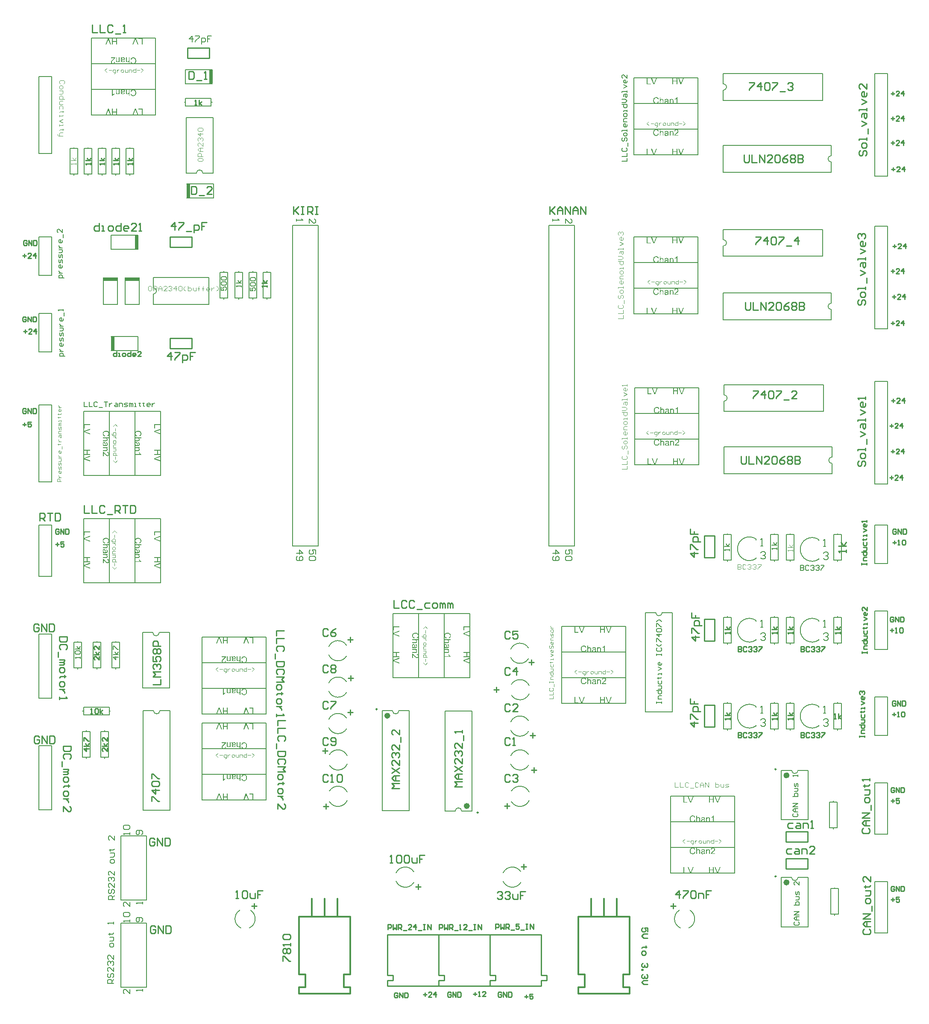
<source format=gto>
%FSLAX43Y43*%
%MOMM*%
G71*
G01*
G75*
G04 Layer_Color=65535*
%ADD10C,1.500*%
%ADD11C,1.000*%
%ADD12C,0.500*%
%ADD13C,0.800*%
%ADD14C,0.300*%
%ADD15P,3.299X8X202.5*%
%ADD16C,3.048*%
%ADD17R,1.600X1.600*%
%ADD18C,1.600*%
%ADD19R,1.600X1.600*%
%ADD20P,5.412X8X202.5*%
G04:AMPARAMS|DCode=21|XSize=2.032mm|YSize=2.54mm|CornerRadius=0mm|HoleSize=0mm|Usage=FLASHONLY|Rotation=180.000|XOffset=0mm|YOffset=0mm|HoleType=Round|Shape=Octagon|*
%AMOCTAGOND21*
4,1,8,0.508,-1.270,-0.508,-1.270,-1.016,-0.762,-1.016,0.762,-0.508,1.270,0.508,1.270,1.016,0.762,1.016,-0.762,0.508,-1.270,0.0*
%
%ADD21OCTAGOND21*%

%ADD22C,1.524*%
%ADD23P,1.650X8X202.5*%
%ADD24R,2.000X2.000*%
%ADD25C,2.000*%
%ADD26C,1.219*%
%ADD27O,2.000X1.000*%
%ADD28O,2.000X1.000*%
%ADD29R,1.350X1.350*%
%ADD30C,1.350*%
%ADD31R,2.000X2.000*%
%ADD32R,1.350X1.350*%
%ADD33C,1.400*%
%ADD34P,4.330X8X22.5*%
%ADD35P,1.650X8X112.5*%
%ADD36C,1.270*%
%ADD37C,0.800*%
%ADD38C,1.000*%
%ADD39C,0.700*%
%ADD40C,1.500*%
%ADD41C,0.200*%
%ADD42C,0.250*%
%ADD43C,0.600*%
%ADD44C,0.254*%
%ADD45C,0.305*%
%ADD46C,0.127*%
%ADD47C,0.150*%
%ADD48C,0.120*%
%ADD49C,0.100*%
%ADD50C,0.203*%
%ADD51R,0.800X2.800*%
%ADD52R,2.800X0.800*%
%ADD53R,0.800X2.800*%
G36*
X181889Y168942D02*
X181758D01*
X181760Y168940D01*
X181764Y168938D01*
X181772Y168932D01*
X181781Y168923D01*
X181793Y168913D01*
X181806Y168900D01*
X181820Y168886D01*
X181835Y168869D01*
X181849Y168848D01*
X181862Y168827D01*
X181876Y168804D01*
X181887Y168777D01*
X181897Y168750D01*
X181904Y168719D01*
X181908Y168687D01*
X181910Y168652D01*
Y168650D01*
Y168648D01*
Y168639D01*
X181908Y168621D01*
X181906Y168602D01*
X181902Y168579D01*
X181897Y168552D01*
X181889Y168527D01*
X181879Y168500D01*
X181878Y168497D01*
X181874Y168489D01*
X181868Y168477D01*
X181858Y168462D01*
X181847Y168445D01*
X181833Y168427D01*
X181818Y168410D01*
X181801Y168397D01*
X181799Y168395D01*
X181793Y168391D01*
X181781Y168385D01*
X181768Y168378D01*
X181753Y168370D01*
X181733Y168362D01*
X181710Y168355D01*
X181687Y168349D01*
X181685D01*
X181680Y168347D01*
X181668Y168345D01*
X181653Y168343D01*
X181632D01*
X181605Y168341D01*
X181574Y168339D01*
X180975D01*
Y168495D01*
X181563D01*
X181584Y168497D01*
X181605Y168499D01*
X181630Y168502D01*
X181651Y168508D01*
X181670Y168514D01*
X181672D01*
X181678Y168518D01*
X181687Y168522D01*
X181697Y168527D01*
X181710Y168537D01*
X181722Y168548D01*
X181735Y168562D01*
X181747Y168577D01*
X181749Y168579D01*
X181751Y168585D01*
X181757Y168595D01*
X181762Y168608D01*
X181766Y168623D01*
X181772Y168643D01*
X181774Y168662D01*
X181776Y168685D01*
Y168687D01*
Y168689D01*
Y168694D01*
Y168702D01*
X181772Y168719D01*
X181768Y168744D01*
X181760Y168771D01*
X181749Y168798D01*
X181733Y168829D01*
X181712Y168856D01*
X181709Y168860D01*
X181699Y168867D01*
X181684Y168879D01*
X181672Y168884D01*
X181659Y168890D01*
X181643Y168898D01*
X181626Y168904D01*
X181607Y168909D01*
X181586Y168915D01*
X181561Y168921D01*
X181534Y168923D01*
X181505Y168927D01*
X180975D01*
Y169082D01*
X181889D01*
Y168942D01*
D02*
G37*
G36*
X181240Y170112D02*
X181255Y170110D01*
X181275Y170106D01*
X181296Y170102D01*
X181317Y170094D01*
X181338Y170085D01*
X181340Y170083D01*
X181348Y170079D01*
X181357Y170073D01*
X181371Y170064D01*
X181384Y170052D01*
X181399Y170037D01*
X181413Y170021D01*
X181426Y170004D01*
X181428Y170002D01*
X181432Y169994D01*
X181438Y169985D01*
X181445Y169971D01*
X181455Y169954D01*
X181463Y169937D01*
X181470Y169916D01*
X181478Y169893D01*
Y169891D01*
X181480Y169883D01*
X181482Y169873D01*
X181486Y169858D01*
X181490Y169839D01*
X181493Y169814D01*
X181497Y169787D01*
X181501Y169754D01*
Y169752D01*
X181503Y169747D01*
Y169737D01*
X181505Y169724D01*
X181507Y169708D01*
X181509Y169691D01*
X181517Y169649D01*
X181524Y169605D01*
X181532Y169558D01*
X181543Y169514D01*
X181549Y169495D01*
X181555Y169478D01*
X181561D01*
X181572Y169476D01*
X181611D01*
X181628Y169478D01*
X181647Y169482D01*
X181668Y169487D01*
X181691Y169495D01*
X181710Y169505D01*
X181728Y169520D01*
X181730Y169522D01*
X181735Y169532D01*
X181745Y169545D01*
X181755Y169564D01*
X181764Y169589D01*
X181774Y169620D01*
X181780Y169656D01*
X181781Y169697D01*
Y169699D01*
Y169701D01*
Y169706D01*
Y169714D01*
X181780Y169733D01*
X181778Y169758D01*
X181772Y169785D01*
X181766Y169810D01*
X181757Y169837D01*
X181743Y169858D01*
X181741Y169860D01*
X181735Y169866D01*
X181726Y169875D01*
X181712Y169887D01*
X181693Y169900D01*
X181670Y169912D01*
X181641Y169925D01*
X181609Y169935D01*
X181630Y170087D01*
X181632D01*
X181634Y170085D01*
X181645Y170083D01*
X181662Y170077D01*
X181685Y170071D01*
X181710Y170062D01*
X181735Y170050D01*
X181762Y170037D01*
X181785Y170019D01*
X181787Y170017D01*
X181795Y170010D01*
X181806Y170000D01*
X181820Y169985D01*
X181833Y169966D01*
X181849Y169941D01*
X181864Y169914D01*
X181878Y169883D01*
Y169881D01*
X181879Y169879D01*
X181881Y169873D01*
X181883Y169868D01*
X181887Y169848D01*
X181895Y169823D01*
X181901Y169793D01*
X181904Y169758D01*
X181908Y169718D01*
X181910Y169676D01*
Y169674D01*
Y169670D01*
Y169664D01*
Y169656D01*
X181908Y169635D01*
X181906Y169608D01*
X181902Y169578D01*
X181899Y169545D01*
X181891Y169514D01*
X181881Y169486D01*
X181879Y169482D01*
X181878Y169474D01*
X181870Y169461D01*
X181862Y169445D01*
X181853Y169428D01*
X181841Y169409D01*
X181828Y169393D01*
X181812Y169378D01*
X181810Y169376D01*
X181805Y169372D01*
X181797Y169366D01*
X181783Y169359D01*
X181768Y169351D01*
X181751Y169343D01*
X181730Y169336D01*
X181707Y169330D01*
X181705D01*
X181699Y169328D01*
X181689Y169326D01*
X181674Y169324D01*
X181655D01*
X181630Y169322D01*
X181601Y169320D01*
X181286D01*
X181242Y169318D01*
X181194D01*
X181150Y169317D01*
X181129Y169315D01*
X181111D01*
X181096Y169313D01*
X181083Y169311D01*
X181081D01*
X181073Y169309D01*
X181061Y169307D01*
X181048Y169303D01*
X181033Y169297D01*
X181013Y169290D01*
X180975Y169272D01*
Y169434D01*
X180977Y169436D01*
X180983Y169438D01*
X180994Y169441D01*
X181008Y169447D01*
X181025Y169453D01*
X181044Y169457D01*
X181065Y169461D01*
X181090Y169464D01*
X181086Y169468D01*
X181079Y169480D01*
X181065Y169495D01*
X181050Y169518D01*
X181031Y169543D01*
X181013Y169572D01*
X180998Y169601D01*
X180985Y169631D01*
X180983Y169635D01*
X180981Y169645D01*
X180975Y169660D01*
X180969Y169681D01*
X180963Y169708D01*
X180960Y169737D01*
X180956Y169768D01*
X180954Y169802D01*
Y169804D01*
Y169808D01*
Y169816D01*
X180956Y169827D01*
Y169839D01*
X180958Y169854D01*
X180963Y169887D01*
X180971Y169925D01*
X180985Y169962D01*
X181002Y170000D01*
X181027Y170033D01*
X181031Y170037D01*
X181040Y170046D01*
X181056Y170058D01*
X181079Y170073D01*
X181106Y170088D01*
X181136Y170100D01*
X181175Y170110D01*
X181215Y170113D01*
X181227D01*
X181240Y170112D01*
D02*
G37*
G36*
X182237Y170885D02*
X181785D01*
X181787Y170883D01*
X181791Y170880D01*
X181797Y170874D01*
X181805Y170866D01*
X181814Y170855D01*
X181826Y170843D01*
X181835Y170828D01*
X181849Y170810D01*
X181860Y170791D01*
X181870Y170772D01*
X181891Y170724D01*
X181899Y170699D01*
X181904Y170672D01*
X181908Y170643D01*
X181910Y170613D01*
Y170611D01*
Y170609D01*
Y170603D01*
Y170595D01*
X181908Y170576D01*
X181904Y170553D01*
X181901Y170526D01*
X181893Y170497D01*
X181883Y170467D01*
X181870Y170438D01*
X181868Y170434D01*
X181862Y170426D01*
X181853Y170413D01*
X181841Y170396D01*
X181826Y170378D01*
X181806Y170361D01*
X181783Y170344D01*
X181758Y170330D01*
X181755Y170329D01*
X181745Y170325D01*
X181730Y170321D01*
X181707Y170313D01*
X181678Y170307D01*
X181641Y170304D01*
X181601Y170300D01*
X181553Y170298D01*
X180975D01*
Y170453D01*
X181574D01*
X181593Y170455D01*
X181620Y170459D01*
X181647Y170467D01*
X181674Y170474D01*
X181701Y170488D01*
X181724Y170505D01*
X181726Y170507D01*
X181732Y170515D01*
X181741Y170526D01*
X181751Y170542D01*
X181760Y170561D01*
X181770Y170586D01*
X181776Y170613D01*
X181778Y170645D01*
Y170649D01*
Y170657D01*
X181776Y170670D01*
X181774Y170688D01*
X181768Y170707D01*
X181762Y170730D01*
X181753Y170753D01*
X181741Y170776D01*
X181739Y170778D01*
X181735Y170786D01*
X181726Y170795D01*
X181716Y170809D01*
X181701Y170822D01*
X181685Y170837D01*
X181664Y170849D01*
X181643Y170860D01*
X181641Y170862D01*
X181632Y170864D01*
X181618Y170868D01*
X181599Y170872D01*
X181574Y170878D01*
X181545Y170882D01*
X181513Y170883D01*
X181474Y170885D01*
X180975D01*
Y171041D01*
X182237D01*
Y170885D01*
D02*
G37*
G36*
X175887D02*
X175435D01*
X175437Y170883D01*
X175441Y170880D01*
X175447Y170874D01*
X175455Y170866D01*
X175464Y170855D01*
X175476Y170843D01*
X175485Y170828D01*
X175499Y170810D01*
X175510Y170791D01*
X175520Y170772D01*
X175541Y170724D01*
X175549Y170699D01*
X175554Y170672D01*
X175558Y170643D01*
X175560Y170613D01*
Y170611D01*
Y170609D01*
Y170603D01*
Y170595D01*
X175558Y170576D01*
X175554Y170553D01*
X175551Y170526D01*
X175543Y170497D01*
X175533Y170467D01*
X175520Y170438D01*
X175518Y170434D01*
X175512Y170426D01*
X175503Y170413D01*
X175491Y170396D01*
X175476Y170378D01*
X175456Y170361D01*
X175433Y170344D01*
X175408Y170330D01*
X175405Y170329D01*
X175395Y170325D01*
X175380Y170321D01*
X175357Y170313D01*
X175328Y170307D01*
X175291Y170304D01*
X175251Y170300D01*
X175203Y170298D01*
X174625D01*
Y170453D01*
X175224D01*
X175243Y170455D01*
X175270Y170459D01*
X175297Y170467D01*
X175324Y170474D01*
X175351Y170488D01*
X175374Y170505D01*
X175376Y170507D01*
X175382Y170515D01*
X175391Y170526D01*
X175401Y170542D01*
X175410Y170561D01*
X175420Y170586D01*
X175426Y170613D01*
X175428Y170645D01*
Y170649D01*
Y170657D01*
X175426Y170670D01*
X175424Y170688D01*
X175418Y170707D01*
X175412Y170730D01*
X175403Y170753D01*
X175391Y170776D01*
X175389Y170778D01*
X175385Y170786D01*
X175376Y170795D01*
X175366Y170809D01*
X175351Y170822D01*
X175335Y170837D01*
X175314Y170849D01*
X175293Y170860D01*
X175291Y170862D01*
X175282Y170864D01*
X175268Y170868D01*
X175249Y170872D01*
X175224Y170878D01*
X175195Y170882D01*
X175163Y170883D01*
X175124Y170885D01*
X174625D01*
Y171041D01*
X175887D01*
Y170885D01*
D02*
G37*
G36*
X175297Y172337D02*
X175314D01*
X175335Y172335D01*
X175357Y172333D01*
X175382Y172329D01*
X175435Y172320D01*
X175493Y172308D01*
X175552Y172289D01*
X175608Y172264D01*
X175610D01*
X175614Y172260D01*
X175622Y172256D01*
X175633Y172251D01*
X175645Y172243D01*
X175658Y172233D01*
X175691Y172208D01*
X175727Y172180D01*
X175764Y172143D01*
X175800Y172099D01*
X175831Y172051D01*
Y172049D01*
X175835Y172045D01*
X175839Y172038D01*
X175842Y172026D01*
X175848Y172014D01*
X175856Y171999D01*
X175862Y171980D01*
X175869Y171961D01*
X175877Y171940D01*
X175883Y171917D01*
X175896Y171865D01*
X175904Y171807D01*
X175908Y171746D01*
Y171744D01*
Y171738D01*
Y171726D01*
X175906Y171713D01*
X175904Y171698D01*
X175902Y171678D01*
X175900Y171657D01*
X175896Y171634D01*
X175885Y171584D01*
X175867Y171531D01*
X175856Y171504D01*
X175842Y171477D01*
X175827Y171452D01*
X175810Y171427D01*
X175808Y171425D01*
X175806Y171421D01*
X175800Y171415D01*
X175793Y171406D01*
X175783Y171396D01*
X175769Y171383D01*
X175756Y171369D01*
X175741Y171356D01*
X175721Y171340D01*
X175702Y171327D01*
X175679Y171312D01*
X175654Y171296D01*
X175629Y171283D01*
X175600Y171269D01*
X175539Y171246D01*
X175501Y171412D01*
X175503D01*
X175506Y171413D01*
X175514Y171415D01*
X175524Y171419D01*
X175535Y171425D01*
X175549Y171431D01*
X175577Y171444D01*
X175610Y171461D01*
X175645Y171484D01*
X175675Y171509D01*
X175702Y171540D01*
X175704Y171544D01*
X175712Y171556D01*
X175721Y171573D01*
X175735Y171598D01*
X175746Y171627D01*
X175756Y171663D01*
X175764Y171703D01*
X175766Y171749D01*
Y171751D01*
Y171755D01*
Y171763D01*
X175764Y171773D01*
Y171786D01*
X175762Y171799D01*
X175756Y171834D01*
X175748Y171872D01*
X175735Y171913D01*
X175718Y171953D01*
X175695Y171991D01*
Y171993D01*
X175691Y171995D01*
X175681Y172007D01*
X175666Y172024D01*
X175645Y172045D01*
X175618Y172066D01*
X175587Y172089D01*
X175549Y172110D01*
X175506Y172128D01*
X175504D01*
X175501Y172130D01*
X175495Y172132D01*
X175485Y172134D01*
X175476Y172137D01*
X175462Y172139D01*
X175432Y172147D01*
X175395Y172155D01*
X175355Y172160D01*
X175311Y172164D01*
X175264Y172166D01*
X175238D01*
X175224Y172164D01*
X175207D01*
X175190Y172162D01*
X175170Y172160D01*
X175126Y172155D01*
X175078Y172147D01*
X175030Y172135D01*
X174984Y172120D01*
X174982D01*
X174978Y172118D01*
X174973Y172114D01*
X174965Y172110D01*
X174942Y172101D01*
X174917Y172086D01*
X174886Y172064D01*
X174857Y172039D01*
X174829Y172011D01*
X174804Y171976D01*
Y171974D01*
X174802Y171972D01*
X174798Y171966D01*
X174794Y171959D01*
X174786Y171938D01*
X174775Y171911D01*
X174765Y171880D01*
X174756Y171844D01*
X174748Y171803D01*
X174746Y171761D01*
Y171759D01*
Y171755D01*
Y171748D01*
X174748Y171738D01*
Y171726D01*
X174750Y171711D01*
X174756Y171678D01*
X174765Y171642D01*
X174781Y171602D01*
X174800Y171563D01*
X174827Y171525D01*
X174829Y171523D01*
X174830Y171521D01*
X174842Y171509D01*
X174861Y171492D01*
X174886Y171471D01*
X174921Y171450D01*
X174961Y171427D01*
X175011Y171408D01*
X175067Y171392D01*
X175024Y171225D01*
X175022D01*
X175015Y171227D01*
X175005Y171231D01*
X174990Y171235D01*
X174974Y171243D01*
X174953Y171250D01*
X174932Y171258D01*
X174909Y171269D01*
X174857Y171294D01*
X174805Y171329D01*
X174756Y171367D01*
X174733Y171390D01*
X174711Y171415D01*
X174709Y171417D01*
X174708Y171421D01*
X174702Y171429D01*
X174694Y171440D01*
X174686Y171454D01*
X174677Y171469D01*
X174667Y171486D01*
X174658Y171508D01*
X174648Y171531D01*
X174638Y171556D01*
X174629Y171584D01*
X174621Y171613D01*
X174608Y171677D01*
X174606Y171711D01*
X174604Y171748D01*
Y171749D01*
Y171757D01*
Y171767D01*
X174606Y171782D01*
Y171799D01*
X174608Y171819D01*
X174612Y171842D01*
X174613Y171865D01*
X174625Y171918D01*
X174638Y171974D01*
X174660Y172028D01*
X174671Y172055D01*
X174686Y172080D01*
X174688Y172082D01*
X174690Y172086D01*
X174696Y172091D01*
X174702Y172101D01*
X174721Y172124D01*
X174748Y172151D01*
X174781Y172183D01*
X174823Y172214D01*
X174871Y172247D01*
X174926Y172274D01*
X174928D01*
X174934Y172276D01*
X174942Y172279D01*
X174953Y172283D01*
X174969Y172289D01*
X174986Y172295D01*
X175005Y172301D01*
X175028Y172306D01*
X175051Y172312D01*
X175078Y172318D01*
X175136Y172329D01*
X175197Y172337D01*
X175264Y172339D01*
X175284D01*
X175297Y172337D01*
D02*
G37*
G36*
X181926Y168024D02*
X181927Y168020D01*
X181931Y168013D01*
X181937Y168005D01*
X181943Y167993D01*
X181949Y167980D01*
X181966Y167949D01*
X181987Y167915D01*
X182012Y167876D01*
X182041Y167838D01*
X182071Y167801D01*
X182073Y167800D01*
X182075Y167798D01*
X182087Y167786D01*
X182104Y167769D01*
X182125Y167748D01*
X182152Y167725D01*
X182181Y167702D01*
X182212Y167680D01*
X182242Y167663D01*
Y167561D01*
X180975D01*
Y167717D01*
X181962D01*
X181960Y167719D01*
X181952Y167727D01*
X181943Y167740D01*
X181929Y167757D01*
X181912Y167778D01*
X181895Y167803D01*
X181874Y167832D01*
X181854Y167865D01*
Y167867D01*
X181853Y167869D01*
X181845Y167880D01*
X181835Y167897D01*
X181824Y167919D01*
X181810Y167944D01*
X181799Y167970D01*
X181785Y167999D01*
X181774Y168026D01*
X181926D01*
Y168024D01*
D02*
G37*
G36*
X181647Y172337D02*
X181664D01*
X181685Y172335D01*
X181707Y172333D01*
X181732Y172329D01*
X181785Y172320D01*
X181843Y172308D01*
X181902Y172289D01*
X181958Y172264D01*
X181960D01*
X181964Y172260D01*
X181972Y172256D01*
X181983Y172251D01*
X181995Y172243D01*
X182008Y172233D01*
X182041Y172208D01*
X182077Y172180D01*
X182114Y172143D01*
X182150Y172099D01*
X182181Y172051D01*
Y172049D01*
X182185Y172045D01*
X182189Y172038D01*
X182192Y172026D01*
X182198Y172014D01*
X182206Y171999D01*
X182212Y171980D01*
X182219Y171961D01*
X182227Y171940D01*
X182233Y171917D01*
X182246Y171865D01*
X182254Y171807D01*
X182258Y171746D01*
Y171744D01*
Y171738D01*
Y171726D01*
X182256Y171713D01*
X182254Y171698D01*
X182252Y171678D01*
X182250Y171657D01*
X182246Y171634D01*
X182235Y171584D01*
X182217Y171531D01*
X182206Y171504D01*
X182192Y171477D01*
X182177Y171452D01*
X182160Y171427D01*
X182158Y171425D01*
X182156Y171421D01*
X182150Y171415D01*
X182143Y171406D01*
X182133Y171396D01*
X182119Y171383D01*
X182106Y171369D01*
X182091Y171356D01*
X182071Y171340D01*
X182052Y171327D01*
X182029Y171312D01*
X182004Y171296D01*
X181979Y171283D01*
X181950Y171269D01*
X181889Y171246D01*
X181851Y171412D01*
X181853D01*
X181856Y171413D01*
X181864Y171415D01*
X181874Y171419D01*
X181885Y171425D01*
X181899Y171431D01*
X181927Y171444D01*
X181960Y171461D01*
X181995Y171484D01*
X182025Y171509D01*
X182052Y171540D01*
X182054Y171544D01*
X182062Y171556D01*
X182071Y171573D01*
X182085Y171598D01*
X182096Y171627D01*
X182106Y171663D01*
X182114Y171703D01*
X182116Y171749D01*
Y171751D01*
Y171755D01*
Y171763D01*
X182114Y171773D01*
Y171786D01*
X182112Y171799D01*
X182106Y171834D01*
X182098Y171872D01*
X182085Y171913D01*
X182068Y171953D01*
X182045Y171991D01*
Y171993D01*
X182041Y171995D01*
X182031Y172007D01*
X182016Y172024D01*
X181995Y172045D01*
X181968Y172066D01*
X181937Y172089D01*
X181899Y172110D01*
X181856Y172128D01*
X181854D01*
X181851Y172130D01*
X181845Y172132D01*
X181835Y172134D01*
X181826Y172137D01*
X181812Y172139D01*
X181781Y172147D01*
X181745Y172155D01*
X181705Y172160D01*
X181661Y172164D01*
X181614Y172166D01*
X181588D01*
X181574Y172164D01*
X181557D01*
X181540Y172162D01*
X181520Y172160D01*
X181476Y172155D01*
X181428Y172147D01*
X181380Y172135D01*
X181334Y172120D01*
X181332D01*
X181328Y172118D01*
X181323Y172114D01*
X181315Y172110D01*
X181292Y172101D01*
X181267Y172086D01*
X181236Y172064D01*
X181207Y172039D01*
X181179Y172011D01*
X181154Y171976D01*
Y171974D01*
X181152Y171972D01*
X181148Y171966D01*
X181144Y171959D01*
X181136Y171938D01*
X181125Y171911D01*
X181115Y171880D01*
X181106Y171844D01*
X181098Y171803D01*
X181096Y171761D01*
Y171759D01*
Y171755D01*
Y171748D01*
X181098Y171738D01*
Y171726D01*
X181100Y171711D01*
X181106Y171678D01*
X181115Y171642D01*
X181131Y171602D01*
X181150Y171563D01*
X181177Y171525D01*
X181179Y171523D01*
X181180Y171521D01*
X181192Y171509D01*
X181211Y171492D01*
X181236Y171471D01*
X181271Y171450D01*
X181311Y171427D01*
X181361Y171408D01*
X181417Y171392D01*
X181374Y171225D01*
X181372D01*
X181365Y171227D01*
X181355Y171231D01*
X181340Y171235D01*
X181324Y171243D01*
X181303Y171250D01*
X181282Y171258D01*
X181259Y171269D01*
X181207Y171294D01*
X181156Y171329D01*
X181106Y171367D01*
X181083Y171390D01*
X181061Y171415D01*
X181059Y171417D01*
X181058Y171421D01*
X181052Y171429D01*
X181044Y171440D01*
X181036Y171454D01*
X181027Y171469D01*
X181017Y171486D01*
X181008Y171508D01*
X180998Y171531D01*
X180988Y171556D01*
X180979Y171584D01*
X180971Y171613D01*
X180958Y171677D01*
X180956Y171711D01*
X180954Y171748D01*
Y171749D01*
Y171757D01*
Y171767D01*
X180956Y171782D01*
Y171799D01*
X180958Y171819D01*
X180962Y171842D01*
X180963Y171865D01*
X180975Y171918D01*
X180988Y171974D01*
X181010Y172028D01*
X181021Y172055D01*
X181036Y172080D01*
X181038Y172082D01*
X181040Y172086D01*
X181046Y172091D01*
X181052Y172101D01*
X181071Y172124D01*
X181098Y172151D01*
X181131Y172183D01*
X181173Y172214D01*
X181221Y172247D01*
X181276Y172274D01*
X181278D01*
X181284Y172276D01*
X181292Y172279D01*
X181303Y172283D01*
X181319Y172289D01*
X181336Y172295D01*
X181355Y172301D01*
X181378Y172306D01*
X181401Y172312D01*
X181428Y172318D01*
X181486Y172329D01*
X181547Y172337D01*
X181614Y172339D01*
X181634D01*
X181647Y172337D01*
D02*
G37*
G36*
X177419Y234831D02*
X177252D01*
Y235350D01*
X176599D01*
Y234831D01*
X176432D01*
Y236093D01*
X176599D01*
Y235498D01*
X177252D01*
Y236093D01*
X177419D01*
Y234831D01*
D02*
G37*
G36*
X181643Y248801D02*
X181460D01*
X181134Y249717D01*
Y249719D01*
X181132Y249723D01*
X181130Y249729D01*
X181126Y249737D01*
X181120Y249758D01*
X181111Y249785D01*
X181099Y249817D01*
X181088Y249852D01*
X181066Y249925D01*
Y249923D01*
X181065Y249921D01*
X181063Y249915D01*
X181061Y249907D01*
X181055Y249886D01*
X181047Y249859D01*
X181038Y249829D01*
X181026Y249794D01*
X181013Y249756D01*
X180999Y249717D01*
X180657Y248801D01*
X180489D01*
X180982Y250063D01*
X181153D01*
X181643Y248801D01*
D02*
G37*
G36*
X182499D02*
X182332D01*
Y249915D01*
X181712D01*
Y250063D01*
X182499D01*
Y248801D01*
D02*
G37*
G36*
X176284D02*
X176102D01*
X175775Y249717D01*
Y249719D01*
X175773Y249723D01*
X175771Y249729D01*
X175768Y249737D01*
X175762Y249758D01*
X175752Y249785D01*
X175741Y249817D01*
X175729Y249852D01*
X175708Y249925D01*
Y249923D01*
X175706Y249921D01*
X175704Y249915D01*
X175702Y249907D01*
X175697Y249886D01*
X175689Y249859D01*
X175679Y249829D01*
X175668Y249794D01*
X175654Y249756D01*
X175641Y249717D01*
X175299Y248801D01*
X175130D01*
X175624Y250063D01*
X175794D01*
X176284Y248801D01*
D02*
G37*
G36*
X177419D02*
X177252D01*
Y249320D01*
X176599D01*
Y248801D01*
X176432D01*
Y250063D01*
X176599D01*
Y249468D01*
X177252D01*
Y250063D01*
X177419D01*
Y248801D01*
D02*
G37*
G36*
X176284Y234831D02*
X176102D01*
X175775Y235747D01*
Y235749D01*
X175773Y235753D01*
X175771Y235759D01*
X175768Y235767D01*
X175762Y235788D01*
X175752Y235815D01*
X175741Y235847D01*
X175729Y235882D01*
X175708Y235955D01*
Y235953D01*
X175706Y235951D01*
X175704Y235945D01*
X175702Y235937D01*
X175697Y235916D01*
X175689Y235889D01*
X175679Y235859D01*
X175668Y235824D01*
X175654Y235786D01*
X175641Y235747D01*
X175299Y234831D01*
X175130D01*
X175624Y236093D01*
X175794D01*
X176284Y234831D01*
D02*
G37*
G36*
X172077Y168362D02*
X171558D01*
Y167709D01*
X172077D01*
Y167542D01*
X170815D01*
Y167709D01*
X171410D01*
Y168362D01*
X170815D01*
Y168529D01*
X172077D01*
Y168362D01*
D02*
G37*
G36*
X186047Y167212D02*
X185131Y166885D01*
X185129D01*
X185125Y166883D01*
X185119Y166881D01*
X185111Y166878D01*
X185090Y166872D01*
X185063Y166862D01*
X185031Y166851D01*
X184996Y166839D01*
X184923Y166818D01*
X184925D01*
X184927Y166816D01*
X184933Y166814D01*
X184941Y166812D01*
X184962Y166807D01*
X184989Y166799D01*
X185019Y166789D01*
X185054Y166778D01*
X185092Y166764D01*
X185131Y166751D01*
X186047Y166409D01*
Y166240D01*
X184785Y166734D01*
Y166904D01*
X186047Y167394D01*
Y167212D01*
D02*
G37*
G36*
Y168362D02*
X185528D01*
Y167709D01*
X186047D01*
Y167542D01*
X184785D01*
Y167709D01*
X185380D01*
Y168362D01*
X184785D01*
Y168529D01*
X186047D01*
Y168362D01*
D02*
G37*
G36*
X199943Y120371D02*
X199803D01*
Y120502D01*
X199801Y120500D01*
X199799Y120496D01*
X199793Y120488D01*
X199784Y120479D01*
X199774Y120467D01*
X199761Y120454D01*
X199747Y120440D01*
X199730Y120425D01*
X199709Y120411D01*
X199688Y120398D01*
X199665Y120384D01*
X199638Y120373D01*
X199611Y120363D01*
X199580Y120356D01*
X199548Y120352D01*
X199513Y120350D01*
X199500D01*
X199482Y120352D01*
X199463Y120354D01*
X199440Y120358D01*
X199413Y120363D01*
X199388Y120371D01*
X199361Y120381D01*
X199358Y120382D01*
X199350Y120386D01*
X199338Y120392D01*
X199323Y120402D01*
X199306Y120413D01*
X199288Y120427D01*
X199271Y120442D01*
X199258Y120459D01*
X199256Y120461D01*
X199252Y120467D01*
X199246Y120479D01*
X199239Y120492D01*
X199231Y120507D01*
X199223Y120527D01*
X199215Y120550D01*
X199210Y120573D01*
Y120575D01*
X199208Y120580D01*
X199206Y120592D01*
X199204Y120607D01*
Y120628D01*
X199202Y120655D01*
X199200Y120686D01*
Y120724D01*
Y121285D01*
X199356D01*
Y120730D01*
Y120728D01*
Y120726D01*
Y120715D01*
Y120697D01*
X199358Y120676D01*
X199360Y120655D01*
X199363Y120630D01*
X199369Y120609D01*
X199375Y120590D01*
Y120588D01*
X199379Y120582D01*
X199383Y120573D01*
X199388Y120563D01*
X199398Y120550D01*
X199409Y120538D01*
X199423Y120525D01*
X199438Y120513D01*
X199440Y120511D01*
X199446Y120509D01*
X199456Y120503D01*
X199469Y120498D01*
X199484Y120494D01*
X199504Y120488D01*
X199523Y120486D01*
X199546Y120484D01*
X199563D01*
X199580Y120488D01*
X199605Y120492D01*
X199632Y120500D01*
X199659Y120511D01*
X199690Y120527D01*
X199717Y120548D01*
X199721Y120551D01*
X199728Y120561D01*
X199740Y120576D01*
X199745Y120588D01*
X199751Y120601D01*
X199759Y120617D01*
X199765Y120634D01*
X199770Y120653D01*
X199776Y120674D01*
X199782Y120699D01*
X199784Y120726D01*
X199788Y120755D01*
Y120786D01*
Y121285D01*
X199943D01*
Y120371D01*
D02*
G37*
G36*
X200688Y121304D02*
X200700D01*
X200715Y121302D01*
X200748Y121297D01*
X200786Y121289D01*
X200823Y121275D01*
X200861Y121258D01*
X200894Y121233D01*
X200898Y121229D01*
X200907Y121220D01*
X200919Y121204D01*
X200934Y121181D01*
X200949Y121154D01*
X200961Y121124D01*
X200971Y121085D01*
X200974Y121045D01*
Y121041D01*
Y121033D01*
X200973Y121020D01*
X200971Y121005D01*
X200967Y120985D01*
X200963Y120964D01*
X200955Y120943D01*
X200946Y120922D01*
X200944Y120920D01*
X200940Y120912D01*
X200934Y120903D01*
X200925Y120889D01*
X200913Y120876D01*
X200898Y120861D01*
X200882Y120847D01*
X200865Y120834D01*
X200863Y120832D01*
X200855Y120828D01*
X200846Y120822D01*
X200832Y120815D01*
X200815Y120805D01*
X200798Y120797D01*
X200777Y120790D01*
X200754Y120782D01*
X200752D01*
X200744Y120780D01*
X200734Y120778D01*
X200719Y120774D01*
X200700Y120770D01*
X200675Y120767D01*
X200648Y120763D01*
X200615Y120759D01*
X200613D01*
X200608Y120757D01*
X200598D01*
X200585Y120755D01*
X200569Y120753D01*
X200552Y120751D01*
X200510Y120743D01*
X200466Y120736D01*
X200419Y120728D01*
X200375Y120717D01*
X200356Y120711D01*
X200339Y120705D01*
Y120703D01*
Y120699D01*
X200337Y120688D01*
Y120674D01*
Y120669D01*
Y120665D01*
Y120663D01*
Y120661D01*
Y120649D01*
X200339Y120632D01*
X200343Y120613D01*
X200348Y120592D01*
X200356Y120569D01*
X200366Y120550D01*
X200381Y120532D01*
X200383Y120530D01*
X200393Y120525D01*
X200406Y120515D01*
X200425Y120505D01*
X200450Y120496D01*
X200481Y120486D01*
X200517Y120480D01*
X200558Y120479D01*
X200575D01*
X200594Y120480D01*
X200619Y120482D01*
X200646Y120488D01*
X200671Y120494D01*
X200698Y120503D01*
X200719Y120517D01*
X200721Y120519D01*
X200727Y120525D01*
X200736Y120534D01*
X200748Y120548D01*
X200761Y120567D01*
X200773Y120590D01*
X200786Y120619D01*
X200796Y120651D01*
X200948Y120630D01*
Y120628D01*
X200946Y120626D01*
X200944Y120615D01*
X200938Y120598D01*
X200932Y120575D01*
X200923Y120550D01*
X200911Y120525D01*
X200898Y120498D01*
X200880Y120475D01*
X200878Y120473D01*
X200871Y120465D01*
X200861Y120454D01*
X200846Y120440D01*
X200827Y120427D01*
X200802Y120411D01*
X200775Y120396D01*
X200744Y120382D01*
X200742D01*
X200740Y120381D01*
X200734Y120379D01*
X200729Y120377D01*
X200709Y120373D01*
X200684Y120365D01*
X200654Y120359D01*
X200619Y120356D01*
X200579Y120352D01*
X200537Y120350D01*
X200517D01*
X200496Y120352D01*
X200469Y120354D01*
X200439Y120358D01*
X200406Y120361D01*
X200375Y120369D01*
X200347Y120379D01*
X200343Y120381D01*
X200335Y120382D01*
X200322Y120390D01*
X200306Y120398D01*
X200289Y120407D01*
X200270Y120419D01*
X200254Y120432D01*
X200239Y120448D01*
X200237Y120450D01*
X200233Y120455D01*
X200227Y120463D01*
X200220Y120477D01*
X200212Y120492D01*
X200204Y120509D01*
X200197Y120530D01*
X200191Y120553D01*
Y120555D01*
X200189Y120561D01*
X200187Y120571D01*
X200185Y120586D01*
Y120605D01*
X200183Y120630D01*
X200181Y120659D01*
Y120695D01*
Y120903D01*
Y120905D01*
Y120912D01*
Y120924D01*
Y120937D01*
Y120955D01*
Y120974D01*
X200179Y121018D01*
Y121066D01*
X200178Y121110D01*
X200176Y121131D01*
Y121149D01*
X200174Y121164D01*
X200172Y121177D01*
Y121179D01*
X200170Y121187D01*
X200168Y121199D01*
X200164Y121212D01*
X200158Y121227D01*
X200151Y121247D01*
X200133Y121285D01*
X200295D01*
X200297Y121283D01*
X200299Y121277D01*
X200302Y121266D01*
X200308Y121252D01*
X200314Y121235D01*
X200318Y121216D01*
X200322Y121195D01*
X200325Y121170D01*
X200329Y121174D01*
X200341Y121181D01*
X200356Y121195D01*
X200379Y121210D01*
X200404Y121229D01*
X200433Y121247D01*
X200462Y121262D01*
X200492Y121275D01*
X200496Y121277D01*
X200506Y121279D01*
X200521Y121285D01*
X200542Y121291D01*
X200569Y121297D01*
X200598Y121300D01*
X200629Y121304D01*
X200663Y121306D01*
X200677D01*
X200688Y121304D01*
D02*
G37*
G36*
X172077Y167212D02*
X171161Y166885D01*
X171159D01*
X171155Y166883D01*
X171149Y166881D01*
X171141Y166878D01*
X171120Y166872D01*
X171093Y166862D01*
X171061Y166851D01*
X171026Y166839D01*
X170953Y166818D01*
X170955D01*
X170957Y166816D01*
X170963Y166814D01*
X170971Y166812D01*
X170992Y166807D01*
X171019Y166799D01*
X171049Y166789D01*
X171084Y166778D01*
X171122Y166764D01*
X171161Y166751D01*
X172077Y166409D01*
Y166240D01*
X170815Y166734D01*
Y166904D01*
X172077Y167394D01*
Y167212D01*
D02*
G37*
G36*
Y172570D02*
X171161Y172244D01*
X171159D01*
X171155Y172242D01*
X171149Y172240D01*
X171141Y172236D01*
X171120Y172230D01*
X171093Y172221D01*
X171061Y172209D01*
X171026Y172198D01*
X170953Y172176D01*
X170955D01*
X170957Y172175D01*
X170963Y172173D01*
X170971Y172171D01*
X170992Y172165D01*
X171019Y172157D01*
X171049Y172148D01*
X171084Y172136D01*
X171122Y172123D01*
X171161Y172109D01*
X172077Y171767D01*
Y171599D01*
X170815Y172092D01*
Y172263D01*
X172077Y172753D01*
Y172570D01*
D02*
G37*
G36*
X174660Y168164D02*
X174675Y168162D01*
X174692Y168161D01*
X174711Y168155D01*
X174731Y168149D01*
X174733D01*
X174734Y168147D01*
X174746Y168143D01*
X174761Y168136D01*
X174784Y168124D01*
X174809Y168111D01*
X174838Y168091D01*
X174867Y168072D01*
X174898Y168047D01*
X174900D01*
X174902Y168043D01*
X174913Y168034D01*
X174930Y168018D01*
X174953Y167995D01*
X174980Y167967D01*
X175013Y167932D01*
X175049Y167890D01*
X175090Y167844D01*
X175092Y167842D01*
X175097Y167834D01*
X175105Y167825D01*
X175118Y167811D01*
X175132Y167794D01*
X175149Y167775D01*
X175186Y167732D01*
X175230Y167686D01*
X175274Y167640D01*
X175295Y167617D01*
X175316Y167598D01*
X175337Y167581D01*
X175357Y167565D01*
X175359D01*
X175360Y167561D01*
X175366Y167558D01*
X175374Y167554D01*
X175393Y167542D01*
X175418Y167529D01*
X175447Y167515D01*
X175478Y167504D01*
X175512Y167496D01*
X175545Y167492D01*
X175549D01*
X175560Y167494D01*
X175577Y167496D01*
X175599Y167500D01*
X175624Y167510D01*
X175648Y167521D01*
X175675Y167536D01*
X175700Y167560D01*
X175702Y167563D01*
X175710Y167571D01*
X175720Y167586D01*
X175733Y167606D01*
X175745Y167631D01*
X175754Y167659D01*
X175762Y167694D01*
X175764Y167732D01*
Y167734D01*
Y167738D01*
Y167744D01*
X175762Y167752D01*
X175760Y167771D01*
X175756Y167796D01*
X175746Y167825D01*
X175735Y167855D01*
X175718Y167884D01*
X175695Y167911D01*
X175691Y167913D01*
X175683Y167921D01*
X175668Y167932D01*
X175647Y167944D01*
X175620Y167957D01*
X175589Y167967D01*
X175552Y167974D01*
X175510Y167978D01*
X175528Y168138D01*
X175535D01*
X175545Y168136D01*
X175556Y168134D01*
X175572Y168130D01*
X175589Y168128D01*
X175627Y168116D01*
X175672Y168101D01*
X175716Y168080D01*
X175760Y168051D01*
X175779Y168036D01*
X175798Y168017D01*
X175800Y168015D01*
X175802Y168011D01*
X175808Y168005D01*
X175814Y167997D01*
X175819Y167986D01*
X175829Y167972D01*
X175837Y167957D01*
X175846Y167940D01*
X175854Y167921D01*
X175864Y167899D01*
X175871Y167874D01*
X175877Y167849D01*
X175889Y167792D01*
X175890Y167761D01*
X175892Y167729D01*
Y167727D01*
Y167721D01*
Y167711D01*
X175890Y167698D01*
X175889Y167682D01*
X175887Y167665D01*
X175885Y167646D01*
X175879Y167625D01*
X175867Y167579D01*
X175850Y167531D01*
X175839Y167506D01*
X175825Y167483D01*
X175808Y167462D01*
X175791Y167440D01*
X175789Y167439D01*
X175787Y167437D01*
X175781Y167431D01*
X175773Y167423D01*
X175762Y167415D01*
X175750Y167406D01*
X175721Y167387D01*
X175685Y167367D01*
X175643Y167350D01*
X175595Y167337D01*
X175568Y167335D01*
X175541Y167333D01*
X175528D01*
X175512Y167335D01*
X175493Y167337D01*
X175470Y167341D01*
X175445Y167346D01*
X175418Y167354D01*
X175391Y167366D01*
X175387Y167367D01*
X175378Y167371D01*
X175364Y167379D01*
X175345Y167391D01*
X175322Y167404D01*
X175295Y167421D01*
X175268Y167444D01*
X175238Y167469D01*
X175234Y167473D01*
X175222Y167483D01*
X175205Y167500D01*
X175193Y167512D01*
X175180Y167525D01*
X175165Y167540D01*
X175147Y167560D01*
X175130Y167579D01*
X175109Y167600D01*
X175088Y167623D01*
X175065Y167650D01*
X175042Y167677D01*
X175015Y167707D01*
X175013Y167709D01*
X175009Y167713D01*
X175003Y167721D01*
X174996Y167730D01*
X174976Y167753D01*
X174951Y167782D01*
X174925Y167811D01*
X174898Y167842D01*
X174875Y167867D01*
X174865Y167876D01*
X174855Y167886D01*
X174854Y167888D01*
X174848Y167892D01*
X174840Y167899D01*
X174829Y167909D01*
X174804Y167930D01*
X174773Y167951D01*
Y167331D01*
X174625D01*
Y168166D01*
X174646D01*
X174660Y168164D01*
D02*
G37*
G36*
X175539Y168942D02*
X175408D01*
X175410Y168940D01*
X175414Y168938D01*
X175422Y168932D01*
X175432Y168923D01*
X175443Y168913D01*
X175456Y168900D01*
X175470Y168886D01*
X175485Y168869D01*
X175499Y168848D01*
X175512Y168827D01*
X175526Y168804D01*
X175537Y168777D01*
X175547Y168750D01*
X175554Y168719D01*
X175558Y168687D01*
X175560Y168652D01*
Y168650D01*
Y168648D01*
Y168639D01*
X175558Y168621D01*
X175556Y168602D01*
X175552Y168579D01*
X175547Y168552D01*
X175539Y168527D01*
X175529Y168500D01*
X175528Y168497D01*
X175524Y168489D01*
X175518Y168477D01*
X175508Y168462D01*
X175497Y168445D01*
X175483Y168427D01*
X175468Y168410D01*
X175451Y168397D01*
X175449Y168395D01*
X175443Y168391D01*
X175432Y168385D01*
X175418Y168378D01*
X175403Y168370D01*
X175383Y168362D01*
X175360Y168355D01*
X175337Y168349D01*
X175335D01*
X175330Y168347D01*
X175318Y168345D01*
X175303Y168343D01*
X175282D01*
X175255Y168341D01*
X175224Y168339D01*
X174625D01*
Y168495D01*
X175213D01*
X175234Y168497D01*
X175255Y168499D01*
X175280Y168502D01*
X175301Y168508D01*
X175320Y168514D01*
X175322D01*
X175328Y168518D01*
X175337Y168522D01*
X175347Y168527D01*
X175360Y168537D01*
X175372Y168548D01*
X175385Y168562D01*
X175397Y168577D01*
X175399Y168579D01*
X175401Y168585D01*
X175407Y168595D01*
X175412Y168608D01*
X175416Y168623D01*
X175422Y168643D01*
X175424Y168662D01*
X175426Y168685D01*
Y168687D01*
Y168689D01*
Y168694D01*
Y168702D01*
X175422Y168719D01*
X175418Y168744D01*
X175410Y168771D01*
X175399Y168798D01*
X175383Y168829D01*
X175362Y168856D01*
X175359Y168860D01*
X175349Y168867D01*
X175334Y168879D01*
X175322Y168884D01*
X175309Y168890D01*
X175293Y168898D01*
X175276Y168904D01*
X175257Y168909D01*
X175236Y168915D01*
X175211Y168921D01*
X175184Y168923D01*
X175155Y168927D01*
X174625D01*
Y169082D01*
X175539D01*
Y168942D01*
D02*
G37*
G36*
X174890Y170112D02*
X174905Y170110D01*
X174925Y170106D01*
X174946Y170102D01*
X174967Y170094D01*
X174988Y170085D01*
X174990Y170083D01*
X174998Y170079D01*
X175007Y170073D01*
X175021Y170064D01*
X175034Y170052D01*
X175049Y170037D01*
X175063Y170021D01*
X175076Y170004D01*
X175078Y170002D01*
X175082Y169994D01*
X175088Y169985D01*
X175095Y169971D01*
X175105Y169954D01*
X175113Y169937D01*
X175120Y169916D01*
X175128Y169893D01*
Y169891D01*
X175130Y169883D01*
X175132Y169873D01*
X175136Y169858D01*
X175140Y169839D01*
X175143Y169814D01*
X175147Y169787D01*
X175151Y169754D01*
Y169752D01*
X175153Y169747D01*
Y169737D01*
X175155Y169724D01*
X175157Y169708D01*
X175159Y169691D01*
X175167Y169649D01*
X175174Y169605D01*
X175182Y169558D01*
X175193Y169514D01*
X175199Y169495D01*
X175205Y169478D01*
X175211D01*
X175222Y169476D01*
X175261D01*
X175278Y169478D01*
X175297Y169482D01*
X175318Y169487D01*
X175341Y169495D01*
X175360Y169505D01*
X175378Y169520D01*
X175380Y169522D01*
X175385Y169532D01*
X175395Y169545D01*
X175405Y169564D01*
X175414Y169589D01*
X175424Y169620D01*
X175430Y169656D01*
X175432Y169697D01*
Y169699D01*
Y169701D01*
Y169706D01*
Y169714D01*
X175430Y169733D01*
X175428Y169758D01*
X175422Y169785D01*
X175416Y169810D01*
X175407Y169837D01*
X175393Y169858D01*
X175391Y169860D01*
X175385Y169866D01*
X175376Y169875D01*
X175362Y169887D01*
X175343Y169900D01*
X175320Y169912D01*
X175291Y169925D01*
X175259Y169935D01*
X175280Y170087D01*
X175282D01*
X175284Y170085D01*
X175295Y170083D01*
X175312Y170077D01*
X175335Y170071D01*
X175360Y170062D01*
X175385Y170050D01*
X175412Y170037D01*
X175435Y170019D01*
X175437Y170017D01*
X175445Y170010D01*
X175456Y170000D01*
X175470Y169985D01*
X175483Y169966D01*
X175499Y169941D01*
X175514Y169914D01*
X175528Y169883D01*
Y169881D01*
X175529Y169879D01*
X175531Y169873D01*
X175533Y169868D01*
X175537Y169848D01*
X175545Y169823D01*
X175551Y169793D01*
X175554Y169758D01*
X175558Y169718D01*
X175560Y169676D01*
Y169674D01*
Y169670D01*
Y169664D01*
Y169656D01*
X175558Y169635D01*
X175556Y169608D01*
X175552Y169578D01*
X175549Y169545D01*
X175541Y169514D01*
X175531Y169486D01*
X175529Y169482D01*
X175528Y169474D01*
X175520Y169461D01*
X175512Y169445D01*
X175503Y169428D01*
X175491Y169409D01*
X175478Y169393D01*
X175462Y169378D01*
X175460Y169376D01*
X175455Y169372D01*
X175447Y169366D01*
X175433Y169359D01*
X175418Y169351D01*
X175401Y169343D01*
X175380Y169336D01*
X175357Y169330D01*
X175355D01*
X175349Y169328D01*
X175339Y169326D01*
X175324Y169324D01*
X175305D01*
X175280Y169322D01*
X175251Y169320D01*
X174936D01*
X174892Y169318D01*
X174844D01*
X174800Y169317D01*
X174779Y169315D01*
X174761D01*
X174746Y169313D01*
X174733Y169311D01*
X174731D01*
X174723Y169309D01*
X174711Y169307D01*
X174698Y169303D01*
X174683Y169297D01*
X174663Y169290D01*
X174625Y169272D01*
Y169434D01*
X174627Y169436D01*
X174633Y169438D01*
X174644Y169441D01*
X174658Y169447D01*
X174675Y169453D01*
X174694Y169457D01*
X174715Y169461D01*
X174740Y169464D01*
X174736Y169468D01*
X174729Y169480D01*
X174715Y169495D01*
X174700Y169518D01*
X174681Y169543D01*
X174663Y169572D01*
X174648Y169601D01*
X174635Y169631D01*
X174633Y169635D01*
X174631Y169645D01*
X174625Y169660D01*
X174619Y169681D01*
X174613Y169708D01*
X174610Y169737D01*
X174606Y169768D01*
X174604Y169802D01*
Y169804D01*
Y169808D01*
Y169816D01*
X174606Y169827D01*
Y169839D01*
X174608Y169854D01*
X174613Y169887D01*
X174621Y169925D01*
X174635Y169962D01*
X174652Y170000D01*
X174677Y170033D01*
X174681Y170037D01*
X174690Y170046D01*
X174706Y170058D01*
X174729Y170073D01*
X174756Y170088D01*
X174786Y170100D01*
X174825Y170110D01*
X174865Y170113D01*
X174877D01*
X174890Y170112D01*
D02*
G37*
G36*
X172077Y173442D02*
X170963D01*
Y172822D01*
X170815D01*
Y173609D01*
X172077D01*
Y173442D01*
D02*
G37*
G36*
X186047Y172570D02*
X185131Y172244D01*
X185129D01*
X185125Y172242D01*
X185119Y172240D01*
X185111Y172236D01*
X185090Y172230D01*
X185063Y172221D01*
X185031Y172209D01*
X184996Y172198D01*
X184923Y172176D01*
X184925D01*
X184927Y172175D01*
X184933Y172173D01*
X184941Y172171D01*
X184962Y172165D01*
X184989Y172157D01*
X185019Y172148D01*
X185054Y172136D01*
X185092Y172123D01*
X185131Y172109D01*
X186047Y171767D01*
Y171599D01*
X184785Y172092D01*
Y172263D01*
X186047Y172753D01*
Y172570D01*
D02*
G37*
G36*
Y173442D02*
X184933D01*
Y172822D01*
X184785D01*
Y173609D01*
X186047D01*
Y173442D01*
D02*
G37*
G36*
X172077Y151361D02*
X171161Y151035D01*
X171159D01*
X171155Y151033D01*
X171149Y151031D01*
X171141Y151027D01*
X171120Y151021D01*
X171093Y151012D01*
X171061Y151000D01*
X171026Y150989D01*
X170953Y150967D01*
X170955D01*
X170957Y150966D01*
X170963Y150964D01*
X170971Y150962D01*
X170992Y150956D01*
X171019Y150948D01*
X171049Y150939D01*
X171084Y150927D01*
X171122Y150914D01*
X171161Y150900D01*
X172077Y150558D01*
Y150390D01*
X170815Y150883D01*
Y151054D01*
X172077Y151544D01*
Y151361D01*
D02*
G37*
G36*
Y152233D02*
X170963D01*
Y151613D01*
X170815D01*
Y152400D01*
X172077D01*
Y152233D01*
D02*
G37*
G36*
X186047Y151361D02*
X185131Y151035D01*
X185129D01*
X185125Y151033D01*
X185119Y151031D01*
X185111Y151027D01*
X185090Y151021D01*
X185063Y151012D01*
X185031Y151000D01*
X184996Y150989D01*
X184923Y150967D01*
X184925D01*
X184927Y150966D01*
X184933Y150964D01*
X184941Y150962D01*
X184962Y150956D01*
X184989Y150948D01*
X185019Y150939D01*
X185054Y150927D01*
X185092Y150914D01*
X185131Y150900D01*
X186047Y150558D01*
Y150390D01*
X184785Y150883D01*
Y151054D01*
X186047Y151544D01*
Y151361D01*
D02*
G37*
G36*
X172077Y147153D02*
X171558D01*
Y146500D01*
X172077D01*
Y146333D01*
X170815D01*
Y146500D01*
X171410D01*
Y147153D01*
X170815D01*
Y147320D01*
X172077D01*
Y147153D01*
D02*
G37*
G36*
X186047Y146003D02*
X185131Y145676D01*
X185129D01*
X185125Y145674D01*
X185119Y145672D01*
X185111Y145669D01*
X185090Y145663D01*
X185063Y145653D01*
X185031Y145642D01*
X184996Y145630D01*
X184923Y145609D01*
X184925D01*
X184927Y145607D01*
X184933Y145605D01*
X184941Y145603D01*
X184962Y145598D01*
X184989Y145590D01*
X185019Y145580D01*
X185054Y145569D01*
X185092Y145555D01*
X185131Y145542D01*
X186047Y145200D01*
Y145031D01*
X184785Y145525D01*
Y145695D01*
X186047Y146185D01*
Y146003D01*
D02*
G37*
G36*
Y147153D02*
X185528D01*
Y146500D01*
X186047D01*
Y146333D01*
X184785D01*
Y146500D01*
X185380D01*
Y147153D01*
X184785D01*
Y147320D01*
X186047D01*
Y147153D01*
D02*
G37*
G36*
Y152233D02*
X184933D01*
Y151613D01*
X184785D01*
Y152400D01*
X186047D01*
Y152233D01*
D02*
G37*
G36*
X175887Y149676D02*
X175435D01*
X175437Y149674D01*
X175441Y149671D01*
X175447Y149665D01*
X175455Y149657D01*
X175464Y149646D01*
X175476Y149634D01*
X175485Y149619D01*
X175499Y149601D01*
X175510Y149582D01*
X175520Y149563D01*
X175541Y149515D01*
X175549Y149490D01*
X175554Y149463D01*
X175558Y149434D01*
X175560Y149404D01*
Y149402D01*
Y149400D01*
Y149394D01*
Y149386D01*
X175558Y149367D01*
X175554Y149344D01*
X175551Y149317D01*
X175543Y149288D01*
X175533Y149258D01*
X175520Y149229D01*
X175518Y149225D01*
X175512Y149217D01*
X175503Y149204D01*
X175491Y149187D01*
X175476Y149169D01*
X175456Y149152D01*
X175433Y149135D01*
X175408Y149121D01*
X175405Y149120D01*
X175395Y149116D01*
X175380Y149112D01*
X175357Y149104D01*
X175328Y149098D01*
X175291Y149095D01*
X175251Y149091D01*
X175203Y149089D01*
X174625D01*
Y149244D01*
X175224D01*
X175243Y149246D01*
X175270Y149250D01*
X175297Y149258D01*
X175324Y149265D01*
X175351Y149279D01*
X175374Y149296D01*
X175376Y149298D01*
X175382Y149306D01*
X175391Y149317D01*
X175401Y149333D01*
X175410Y149352D01*
X175420Y149377D01*
X175426Y149404D01*
X175428Y149436D01*
Y149440D01*
Y149448D01*
X175426Y149461D01*
X175424Y149479D01*
X175418Y149498D01*
X175412Y149521D01*
X175403Y149544D01*
X175391Y149567D01*
X175389Y149569D01*
X175385Y149577D01*
X175376Y149586D01*
X175366Y149600D01*
X175351Y149613D01*
X175335Y149628D01*
X175314Y149640D01*
X175293Y149651D01*
X175291Y149653D01*
X175282Y149655D01*
X175268Y149659D01*
X175249Y149663D01*
X175224Y149669D01*
X175195Y149673D01*
X175163Y149674D01*
X175124Y149676D01*
X174625D01*
Y149832D01*
X175887D01*
Y149676D01*
D02*
G37*
G36*
X175297Y151128D02*
X175314D01*
X175335Y151126D01*
X175357Y151124D01*
X175382Y151120D01*
X175435Y151111D01*
X175493Y151099D01*
X175552Y151080D01*
X175608Y151055D01*
X175610D01*
X175614Y151051D01*
X175622Y151047D01*
X175633Y151042D01*
X175645Y151034D01*
X175658Y151024D01*
X175691Y150999D01*
X175727Y150971D01*
X175764Y150934D01*
X175800Y150890D01*
X175831Y150842D01*
Y150840D01*
X175835Y150836D01*
X175839Y150829D01*
X175842Y150817D01*
X175848Y150805D01*
X175856Y150790D01*
X175862Y150771D01*
X175869Y150752D01*
X175877Y150731D01*
X175883Y150708D01*
X175896Y150656D01*
X175904Y150598D01*
X175908Y150537D01*
Y150535D01*
Y150529D01*
Y150517D01*
X175906Y150504D01*
X175904Y150489D01*
X175902Y150469D01*
X175900Y150448D01*
X175896Y150425D01*
X175885Y150375D01*
X175867Y150322D01*
X175856Y150295D01*
X175842Y150268D01*
X175827Y150243D01*
X175810Y150218D01*
X175808Y150216D01*
X175806Y150212D01*
X175800Y150206D01*
X175793Y150197D01*
X175783Y150187D01*
X175769Y150174D01*
X175756Y150160D01*
X175741Y150147D01*
X175721Y150131D01*
X175702Y150118D01*
X175679Y150103D01*
X175654Y150087D01*
X175629Y150074D01*
X175600Y150060D01*
X175539Y150037D01*
X175501Y150203D01*
X175503D01*
X175506Y150204D01*
X175514Y150206D01*
X175524Y150210D01*
X175535Y150216D01*
X175549Y150222D01*
X175577Y150235D01*
X175610Y150252D01*
X175645Y150275D01*
X175675Y150300D01*
X175702Y150331D01*
X175704Y150335D01*
X175712Y150347D01*
X175721Y150364D01*
X175735Y150389D01*
X175746Y150418D01*
X175756Y150454D01*
X175764Y150494D01*
X175766Y150540D01*
Y150542D01*
Y150546D01*
Y150554D01*
X175764Y150564D01*
Y150577D01*
X175762Y150590D01*
X175756Y150625D01*
X175748Y150663D01*
X175735Y150704D01*
X175718Y150744D01*
X175695Y150782D01*
Y150784D01*
X175691Y150786D01*
X175681Y150798D01*
X175666Y150815D01*
X175645Y150836D01*
X175618Y150857D01*
X175587Y150880D01*
X175549Y150901D01*
X175506Y150919D01*
X175504D01*
X175501Y150921D01*
X175495Y150923D01*
X175485Y150925D01*
X175476Y150928D01*
X175462Y150930D01*
X175432Y150938D01*
X175395Y150946D01*
X175355Y150951D01*
X175311Y150955D01*
X175264Y150957D01*
X175238D01*
X175224Y150955D01*
X175207D01*
X175190Y150953D01*
X175170Y150951D01*
X175126Y150946D01*
X175078Y150938D01*
X175030Y150926D01*
X174984Y150911D01*
X174982D01*
X174978Y150909D01*
X174973Y150905D01*
X174965Y150901D01*
X174942Y150892D01*
X174917Y150877D01*
X174886Y150855D01*
X174857Y150830D01*
X174829Y150802D01*
X174804Y150767D01*
Y150765D01*
X174802Y150763D01*
X174798Y150757D01*
X174794Y150750D01*
X174786Y150729D01*
X174775Y150702D01*
X174765Y150671D01*
X174756Y150635D01*
X174748Y150594D01*
X174746Y150552D01*
Y150550D01*
Y150546D01*
Y150539D01*
X174748Y150529D01*
Y150517D01*
X174750Y150502D01*
X174756Y150469D01*
X174765Y150433D01*
X174781Y150393D01*
X174800Y150354D01*
X174827Y150316D01*
X174829Y150314D01*
X174830Y150312D01*
X174842Y150300D01*
X174861Y150283D01*
X174886Y150262D01*
X174921Y150241D01*
X174961Y150218D01*
X175011Y150199D01*
X175067Y150183D01*
X175024Y150016D01*
X175022D01*
X175015Y150018D01*
X175005Y150022D01*
X174990Y150026D01*
X174974Y150034D01*
X174953Y150041D01*
X174932Y150049D01*
X174909Y150060D01*
X174857Y150085D01*
X174805Y150120D01*
X174756Y150158D01*
X174733Y150181D01*
X174711Y150206D01*
X174709Y150208D01*
X174708Y150212D01*
X174702Y150220D01*
X174694Y150231D01*
X174686Y150245D01*
X174677Y150260D01*
X174667Y150277D01*
X174658Y150299D01*
X174648Y150322D01*
X174638Y150347D01*
X174629Y150375D01*
X174621Y150404D01*
X174608Y150468D01*
X174606Y150502D01*
X174604Y150539D01*
Y150540D01*
Y150548D01*
Y150558D01*
X174606Y150573D01*
Y150590D01*
X174608Y150610D01*
X174612Y150633D01*
X174613Y150656D01*
X174625Y150709D01*
X174638Y150765D01*
X174660Y150819D01*
X174671Y150846D01*
X174686Y150871D01*
X174688Y150873D01*
X174690Y150877D01*
X174696Y150882D01*
X174702Y150892D01*
X174721Y150915D01*
X174748Y150942D01*
X174781Y150974D01*
X174823Y151005D01*
X174871Y151038D01*
X174926Y151065D01*
X174928D01*
X174934Y151067D01*
X174942Y151070D01*
X174953Y151074D01*
X174969Y151080D01*
X174986Y151086D01*
X175005Y151092D01*
X175028Y151097D01*
X175051Y151103D01*
X175078Y151109D01*
X175136Y151120D01*
X175197Y151128D01*
X175264Y151130D01*
X175284D01*
X175297Y151128D01*
D02*
G37*
G36*
X181926Y146815D02*
X181927Y146811D01*
X181931Y146804D01*
X181937Y146796D01*
X181943Y146785D01*
X181949Y146771D01*
X181966Y146740D01*
X181987Y146706D01*
X182012Y146667D01*
X182041Y146629D01*
X182071Y146592D01*
X182073Y146591D01*
X182075Y146589D01*
X182087Y146577D01*
X182104Y146560D01*
X182125Y146539D01*
X182152Y146516D01*
X182181Y146493D01*
X182212Y146471D01*
X182242Y146454D01*
Y146352D01*
X180975D01*
Y146508D01*
X181962D01*
X181960Y146510D01*
X181952Y146518D01*
X181943Y146531D01*
X181929Y146548D01*
X181912Y146569D01*
X181895Y146594D01*
X181874Y146623D01*
X181854Y146656D01*
Y146658D01*
X181853Y146660D01*
X181845Y146671D01*
X181835Y146688D01*
X181824Y146710D01*
X181810Y146735D01*
X181799Y146761D01*
X181785Y146790D01*
X181774Y146817D01*
X181926D01*
Y146815D01*
D02*
G37*
G36*
X174660Y146955D02*
X174675Y146953D01*
X174692Y146952D01*
X174711Y146946D01*
X174731Y146940D01*
X174733D01*
X174734Y146938D01*
X174746Y146934D01*
X174761Y146927D01*
X174784Y146915D01*
X174809Y146902D01*
X174838Y146882D01*
X174867Y146863D01*
X174898Y146838D01*
X174900D01*
X174902Y146834D01*
X174913Y146825D01*
X174930Y146809D01*
X174953Y146786D01*
X174980Y146758D01*
X175013Y146723D01*
X175049Y146681D01*
X175090Y146635D01*
X175092Y146633D01*
X175097Y146625D01*
X175105Y146616D01*
X175118Y146602D01*
X175132Y146585D01*
X175149Y146566D01*
X175186Y146523D01*
X175230Y146477D01*
X175274Y146431D01*
X175295Y146408D01*
X175316Y146389D01*
X175337Y146372D01*
X175357Y146356D01*
X175359D01*
X175360Y146352D01*
X175366Y146349D01*
X175374Y146345D01*
X175393Y146333D01*
X175418Y146320D01*
X175447Y146306D01*
X175478Y146295D01*
X175512Y146287D01*
X175545Y146283D01*
X175549D01*
X175560Y146285D01*
X175577Y146287D01*
X175599Y146291D01*
X175624Y146301D01*
X175648Y146312D01*
X175675Y146327D01*
X175700Y146351D01*
X175702Y146354D01*
X175710Y146362D01*
X175720Y146377D01*
X175733Y146397D01*
X175745Y146422D01*
X175754Y146450D01*
X175762Y146485D01*
X175764Y146523D01*
Y146525D01*
Y146529D01*
Y146535D01*
X175762Y146543D01*
X175760Y146562D01*
X175756Y146587D01*
X175746Y146616D01*
X175735Y146646D01*
X175718Y146675D01*
X175695Y146702D01*
X175691Y146704D01*
X175683Y146712D01*
X175668Y146723D01*
X175647Y146735D01*
X175620Y146748D01*
X175589Y146758D01*
X175552Y146765D01*
X175510Y146769D01*
X175528Y146929D01*
X175535D01*
X175545Y146927D01*
X175556Y146925D01*
X175572Y146921D01*
X175589Y146919D01*
X175627Y146907D01*
X175672Y146892D01*
X175716Y146871D01*
X175760Y146842D01*
X175779Y146827D01*
X175798Y146808D01*
X175800Y146806D01*
X175802Y146802D01*
X175808Y146796D01*
X175814Y146788D01*
X175819Y146777D01*
X175829Y146763D01*
X175837Y146748D01*
X175846Y146731D01*
X175854Y146712D01*
X175864Y146690D01*
X175871Y146665D01*
X175877Y146640D01*
X175889Y146583D01*
X175890Y146552D01*
X175892Y146520D01*
Y146518D01*
Y146512D01*
Y146502D01*
X175890Y146489D01*
X175889Y146473D01*
X175887Y146456D01*
X175885Y146437D01*
X175879Y146416D01*
X175867Y146370D01*
X175850Y146322D01*
X175839Y146297D01*
X175825Y146274D01*
X175808Y146253D01*
X175791Y146231D01*
X175789Y146230D01*
X175787Y146228D01*
X175781Y146222D01*
X175773Y146214D01*
X175762Y146206D01*
X175750Y146197D01*
X175721Y146178D01*
X175685Y146158D01*
X175643Y146141D01*
X175595Y146128D01*
X175568Y146126D01*
X175541Y146124D01*
X175528D01*
X175512Y146126D01*
X175493Y146128D01*
X175470Y146132D01*
X175445Y146137D01*
X175418Y146145D01*
X175391Y146157D01*
X175387Y146158D01*
X175378Y146162D01*
X175364Y146170D01*
X175345Y146182D01*
X175322Y146195D01*
X175295Y146212D01*
X175268Y146235D01*
X175238Y146260D01*
X175234Y146264D01*
X175222Y146274D01*
X175205Y146291D01*
X175193Y146303D01*
X175180Y146316D01*
X175165Y146331D01*
X175147Y146351D01*
X175130Y146370D01*
X175109Y146391D01*
X175088Y146414D01*
X175065Y146441D01*
X175042Y146468D01*
X175015Y146498D01*
X175013Y146500D01*
X175009Y146504D01*
X175003Y146512D01*
X174996Y146521D01*
X174976Y146544D01*
X174951Y146573D01*
X174925Y146602D01*
X174898Y146633D01*
X174875Y146658D01*
X174865Y146667D01*
X174855Y146677D01*
X174854Y146679D01*
X174848Y146683D01*
X174840Y146690D01*
X174829Y146700D01*
X174804Y146721D01*
X174773Y146742D01*
Y146122D01*
X174625D01*
Y146957D01*
X174646D01*
X174660Y146955D01*
D02*
G37*
G36*
X175539Y147733D02*
X175408D01*
X175410Y147731D01*
X175414Y147729D01*
X175422Y147723D01*
X175432Y147714D01*
X175443Y147704D01*
X175456Y147691D01*
X175470Y147677D01*
X175485Y147660D01*
X175499Y147639D01*
X175512Y147618D01*
X175526Y147595D01*
X175537Y147568D01*
X175547Y147541D01*
X175554Y147510D01*
X175558Y147478D01*
X175560Y147443D01*
Y147441D01*
Y147439D01*
Y147430D01*
X175558Y147412D01*
X175556Y147393D01*
X175552Y147370D01*
X175547Y147343D01*
X175539Y147318D01*
X175529Y147291D01*
X175528Y147288D01*
X175524Y147280D01*
X175518Y147268D01*
X175508Y147253D01*
X175497Y147236D01*
X175483Y147218D01*
X175468Y147201D01*
X175451Y147188D01*
X175449Y147186D01*
X175443Y147182D01*
X175432Y147176D01*
X175418Y147169D01*
X175403Y147161D01*
X175383Y147153D01*
X175360Y147145D01*
X175337Y147140D01*
X175335D01*
X175330Y147138D01*
X175318Y147136D01*
X175303Y147134D01*
X175282D01*
X175255Y147132D01*
X175224Y147130D01*
X174625D01*
Y147286D01*
X175213D01*
X175234Y147288D01*
X175255Y147290D01*
X175280Y147293D01*
X175301Y147299D01*
X175320Y147305D01*
X175322D01*
X175328Y147309D01*
X175337Y147313D01*
X175347Y147318D01*
X175360Y147328D01*
X175372Y147339D01*
X175385Y147353D01*
X175397Y147368D01*
X175399Y147370D01*
X175401Y147376D01*
X175407Y147386D01*
X175412Y147399D01*
X175416Y147414D01*
X175422Y147434D01*
X175424Y147453D01*
X175426Y147476D01*
Y147478D01*
Y147480D01*
Y147485D01*
Y147493D01*
X175422Y147510D01*
X175418Y147535D01*
X175410Y147562D01*
X175399Y147589D01*
X175383Y147620D01*
X175362Y147647D01*
X175359Y147651D01*
X175349Y147658D01*
X175334Y147670D01*
X175322Y147675D01*
X175309Y147681D01*
X175293Y147689D01*
X175276Y147695D01*
X175257Y147700D01*
X175236Y147706D01*
X175211Y147712D01*
X175184Y147714D01*
X175155Y147718D01*
X174625D01*
Y147873D01*
X175539D01*
Y147733D01*
D02*
G37*
G36*
X174890Y148903D02*
X174905Y148901D01*
X174925Y148897D01*
X174946Y148893D01*
X174967Y148885D01*
X174988Y148876D01*
X174990Y148874D01*
X174998Y148870D01*
X175007Y148864D01*
X175021Y148855D01*
X175034Y148843D01*
X175049Y148828D01*
X175063Y148812D01*
X175076Y148795D01*
X175078Y148793D01*
X175082Y148785D01*
X175088Y148776D01*
X175095Y148762D01*
X175105Y148745D01*
X175113Y148728D01*
X175120Y148707D01*
X175128Y148684D01*
Y148682D01*
X175130Y148674D01*
X175132Y148664D01*
X175136Y148649D01*
X175140Y148630D01*
X175143Y148605D01*
X175147Y148578D01*
X175151Y148545D01*
Y148543D01*
X175153Y148538D01*
Y148528D01*
X175155Y148515D01*
X175157Y148499D01*
X175159Y148482D01*
X175167Y148440D01*
X175174Y148396D01*
X175182Y148349D01*
X175193Y148305D01*
X175199Y148286D01*
X175205Y148269D01*
X175211D01*
X175222Y148267D01*
X175261D01*
X175278Y148269D01*
X175297Y148273D01*
X175318Y148278D01*
X175341Y148286D01*
X175360Y148296D01*
X175378Y148311D01*
X175380Y148313D01*
X175385Y148323D01*
X175395Y148336D01*
X175405Y148355D01*
X175414Y148380D01*
X175424Y148411D01*
X175430Y148447D01*
X175432Y148488D01*
Y148490D01*
Y148492D01*
Y148497D01*
Y148505D01*
X175430Y148524D01*
X175428Y148549D01*
X175422Y148576D01*
X175416Y148601D01*
X175407Y148628D01*
X175393Y148649D01*
X175391Y148651D01*
X175385Y148657D01*
X175376Y148666D01*
X175362Y148678D01*
X175343Y148691D01*
X175320Y148703D01*
X175291Y148716D01*
X175259Y148726D01*
X175280Y148878D01*
X175282D01*
X175284Y148876D01*
X175295Y148874D01*
X175312Y148868D01*
X175335Y148862D01*
X175360Y148853D01*
X175385Y148841D01*
X175412Y148828D01*
X175435Y148810D01*
X175437Y148808D01*
X175445Y148801D01*
X175456Y148791D01*
X175470Y148776D01*
X175483Y148757D01*
X175499Y148732D01*
X175514Y148705D01*
X175528Y148674D01*
Y148672D01*
X175529Y148670D01*
X175531Y148664D01*
X175533Y148659D01*
X175537Y148639D01*
X175545Y148614D01*
X175551Y148584D01*
X175554Y148549D01*
X175558Y148509D01*
X175560Y148467D01*
Y148465D01*
Y148461D01*
Y148455D01*
Y148447D01*
X175558Y148426D01*
X175556Y148399D01*
X175552Y148369D01*
X175549Y148336D01*
X175541Y148305D01*
X175531Y148277D01*
X175529Y148273D01*
X175528Y148265D01*
X175520Y148252D01*
X175512Y148236D01*
X175503Y148219D01*
X175491Y148200D01*
X175478Y148184D01*
X175462Y148169D01*
X175460Y148167D01*
X175455Y148163D01*
X175447Y148157D01*
X175433Y148150D01*
X175418Y148142D01*
X175401Y148134D01*
X175380Y148127D01*
X175357Y148121D01*
X175355D01*
X175349Y148119D01*
X175339Y148117D01*
X175324Y148115D01*
X175305D01*
X175280Y148113D01*
X175251Y148111D01*
X174936D01*
X174892Y148109D01*
X174844D01*
X174800Y148108D01*
X174779Y148106D01*
X174761D01*
X174746Y148104D01*
X174733Y148102D01*
X174731D01*
X174723Y148100D01*
X174711Y148098D01*
X174698Y148094D01*
X174683Y148088D01*
X174663Y148081D01*
X174625Y148063D01*
Y148225D01*
X174627Y148227D01*
X174633Y148229D01*
X174644Y148232D01*
X174658Y148238D01*
X174675Y148244D01*
X174694Y148248D01*
X174715Y148252D01*
X174740Y148255D01*
X174736Y148259D01*
X174729Y148271D01*
X174715Y148286D01*
X174700Y148309D01*
X174681Y148334D01*
X174663Y148363D01*
X174648Y148392D01*
X174635Y148422D01*
X174633Y148426D01*
X174631Y148436D01*
X174625Y148451D01*
X174619Y148472D01*
X174613Y148499D01*
X174610Y148528D01*
X174606Y148559D01*
X174604Y148593D01*
Y148595D01*
Y148599D01*
Y148607D01*
X174606Y148618D01*
Y148630D01*
X174608Y148645D01*
X174613Y148678D01*
X174621Y148716D01*
X174635Y148753D01*
X174652Y148791D01*
X174677Y148824D01*
X174681Y148828D01*
X174690Y148837D01*
X174706Y148849D01*
X174729Y148864D01*
X174756Y148879D01*
X174786Y148891D01*
X174825Y148901D01*
X174865Y148904D01*
X174877D01*
X174890Y148903D01*
D02*
G37*
G36*
X180672Y246272D02*
X180689D01*
X180709Y246270D01*
X180732Y246266D01*
X180755Y246265D01*
X180808Y246253D01*
X180864Y246240D01*
X180918Y246218D01*
X180945Y246207D01*
X180970Y246192D01*
X180972Y246190D01*
X180976Y246188D01*
X180981Y246182D01*
X180991Y246176D01*
X181014Y246157D01*
X181041Y246130D01*
X181073Y246097D01*
X181104Y246055D01*
X181137Y246007D01*
X181164Y245952D01*
Y245950D01*
X181166Y245944D01*
X181169Y245936D01*
X181173Y245925D01*
X181179Y245909D01*
X181185Y245892D01*
X181191Y245873D01*
X181196Y245850D01*
X181202Y245827D01*
X181208Y245800D01*
X181219Y245742D01*
X181227Y245681D01*
X181229Y245614D01*
Y245612D01*
Y245604D01*
Y245594D01*
X181227Y245581D01*
Y245564D01*
X181225Y245543D01*
X181223Y245521D01*
X181219Y245496D01*
X181210Y245443D01*
X181198Y245385D01*
X181179Y245326D01*
X181154Y245270D01*
Y245268D01*
X181150Y245264D01*
X181146Y245256D01*
X181141Y245245D01*
X181133Y245233D01*
X181123Y245220D01*
X181098Y245187D01*
X181070Y245151D01*
X181033Y245114D01*
X180989Y245078D01*
X180941Y245047D01*
X180939D01*
X180935Y245043D01*
X180928Y245039D01*
X180916Y245036D01*
X180904Y245030D01*
X180889Y245022D01*
X180870Y245016D01*
X180851Y245009D01*
X180830Y245001D01*
X180807Y244995D01*
X180755Y244982D01*
X180697Y244974D01*
X180636Y244970D01*
X180616D01*
X180603Y244972D01*
X180588Y244974D01*
X180568Y244976D01*
X180547Y244978D01*
X180524Y244982D01*
X180474Y244993D01*
X180421Y245011D01*
X180394Y245022D01*
X180367Y245036D01*
X180342Y245051D01*
X180317Y245068D01*
X180315Y245070D01*
X180311Y245072D01*
X180305Y245078D01*
X180296Y245085D01*
X180286Y245095D01*
X180273Y245109D01*
X180259Y245122D01*
X180246Y245137D01*
X180230Y245157D01*
X180217Y245176D01*
X180202Y245199D01*
X180186Y245224D01*
X180173Y245249D01*
X180159Y245278D01*
X180136Y245339D01*
X180302Y245377D01*
Y245375D01*
X180303Y245372D01*
X180305Y245364D01*
X180309Y245354D01*
X180315Y245343D01*
X180321Y245329D01*
X180334Y245301D01*
X180351Y245268D01*
X180374Y245233D01*
X180399Y245203D01*
X180430Y245176D01*
X180434Y245174D01*
X180446Y245166D01*
X180463Y245157D01*
X180488Y245143D01*
X180517Y245132D01*
X180553Y245122D01*
X180593Y245114D01*
X180639Y245112D01*
X180653D01*
X180663Y245114D01*
X180676D01*
X180689Y245116D01*
X180724Y245122D01*
X180762Y245130D01*
X180803Y245143D01*
X180843Y245160D01*
X180881Y245183D01*
X180883D01*
X180885Y245187D01*
X180897Y245197D01*
X180914Y245212D01*
X180935Y245233D01*
X180956Y245260D01*
X180979Y245291D01*
X181000Y245329D01*
X181018Y245372D01*
Y245374D01*
X181020Y245377D01*
X181022Y245383D01*
X181024Y245393D01*
X181027Y245402D01*
X181029Y245416D01*
X181037Y245447D01*
X181045Y245483D01*
X181050Y245523D01*
X181054Y245567D01*
X181056Y245614D01*
Y245615D01*
Y245621D01*
Y245629D01*
Y245640D01*
X181054Y245654D01*
Y245671D01*
X181052Y245688D01*
X181050Y245708D01*
X181045Y245752D01*
X181037Y245800D01*
X181025Y245848D01*
X181010Y245894D01*
Y245896D01*
X181008Y245900D01*
X181004Y245905D01*
X181000Y245913D01*
X180991Y245936D01*
X180976Y245961D01*
X180954Y245992D01*
X180929Y246021D01*
X180901Y246049D01*
X180866Y246074D01*
X180864D01*
X180862Y246076D01*
X180856Y246080D01*
X180849Y246084D01*
X180828Y246092D01*
X180801Y246103D01*
X180770Y246113D01*
X180734Y246122D01*
X180693Y246130D01*
X180651Y246132D01*
X180638D01*
X180628Y246130D01*
X180616D01*
X180601Y246128D01*
X180568Y246122D01*
X180532Y246113D01*
X180492Y246097D01*
X180453Y246078D01*
X180415Y246051D01*
X180413Y246049D01*
X180411Y246048D01*
X180399Y246036D01*
X180382Y246017D01*
X180361Y245992D01*
X180340Y245957D01*
X180317Y245917D01*
X180298Y245867D01*
X180282Y245811D01*
X180115Y245854D01*
Y245856D01*
X180117Y245863D01*
X180121Y245873D01*
X180125Y245888D01*
X180133Y245904D01*
X180140Y245925D01*
X180148Y245946D01*
X180159Y245969D01*
X180184Y246021D01*
X180219Y246072D01*
X180257Y246122D01*
X180280Y246145D01*
X180305Y246167D01*
X180307Y246169D01*
X180311Y246170D01*
X180319Y246176D01*
X180330Y246184D01*
X180344Y246192D01*
X180359Y246201D01*
X180376Y246211D01*
X180398Y246220D01*
X180421Y246230D01*
X180446Y246240D01*
X180474Y246249D01*
X180503Y246257D01*
X180567Y246270D01*
X180601Y246272D01*
X180638Y246274D01*
X180657D01*
X180672Y246272D01*
D02*
G37*
G36*
X179931Y244991D02*
X179775D01*
Y245443D01*
X179773Y245441D01*
X179770Y245437D01*
X179764Y245431D01*
X179756Y245423D01*
X179745Y245414D01*
X179733Y245402D01*
X179718Y245393D01*
X179700Y245379D01*
X179681Y245368D01*
X179662Y245358D01*
X179614Y245337D01*
X179589Y245329D01*
X179562Y245324D01*
X179533Y245320D01*
X179503Y245318D01*
X179485D01*
X179466Y245320D01*
X179443Y245324D01*
X179416Y245327D01*
X179387Y245335D01*
X179357Y245345D01*
X179328Y245358D01*
X179324Y245360D01*
X179316Y245366D01*
X179303Y245375D01*
X179286Y245387D01*
X179268Y245402D01*
X179251Y245422D01*
X179234Y245445D01*
X179220Y245470D01*
X179219Y245473D01*
X179215Y245483D01*
X179211Y245498D01*
X179203Y245521D01*
X179197Y245550D01*
X179194Y245587D01*
X179190Y245627D01*
X179188Y245675D01*
Y246253D01*
X179343D01*
Y245673D01*
Y245671D01*
Y245667D01*
Y245662D01*
Y245654D01*
X179345Y245635D01*
X179349Y245608D01*
X179357Y245581D01*
X179364Y245554D01*
X179378Y245527D01*
X179395Y245504D01*
X179397Y245502D01*
X179405Y245496D01*
X179416Y245487D01*
X179432Y245477D01*
X179451Y245468D01*
X179476Y245458D01*
X179503Y245452D01*
X179535Y245450D01*
X179547D01*
X179560Y245452D01*
X179578Y245454D01*
X179597Y245460D01*
X179620Y245466D01*
X179643Y245475D01*
X179666Y245487D01*
X179668Y245489D01*
X179676Y245493D01*
X179685Y245502D01*
X179699Y245512D01*
X179712Y245527D01*
X179727Y245543D01*
X179739Y245564D01*
X179750Y245585D01*
X179752Y245587D01*
X179754Y245596D01*
X179758Y245610D01*
X179762Y245629D01*
X179768Y245654D01*
X179772Y245683D01*
X179773Y245715D01*
X179775Y245754D01*
Y246253D01*
X179931D01*
Y244991D01*
D02*
G37*
G36*
X177972Y245339D02*
X177832D01*
Y245470D01*
X177830Y245468D01*
X177828Y245464D01*
X177822Y245456D01*
X177813Y245447D01*
X177803Y245435D01*
X177790Y245422D01*
X177776Y245408D01*
X177759Y245393D01*
X177738Y245379D01*
X177717Y245366D01*
X177694Y245352D01*
X177667Y245341D01*
X177640Y245331D01*
X177609Y245324D01*
X177577Y245320D01*
X177542Y245318D01*
X177529D01*
X177511Y245320D01*
X177492Y245322D01*
X177469Y245326D01*
X177442Y245331D01*
X177417Y245339D01*
X177390Y245349D01*
X177387Y245350D01*
X177379Y245354D01*
X177367Y245360D01*
X177352Y245370D01*
X177335Y245381D01*
X177317Y245395D01*
X177300Y245410D01*
X177287Y245427D01*
X177285Y245429D01*
X177281Y245435D01*
X177275Y245447D01*
X177268Y245460D01*
X177260Y245475D01*
X177252Y245495D01*
X177245Y245518D01*
X177239Y245541D01*
Y245543D01*
X177237Y245548D01*
X177235Y245560D01*
X177233Y245575D01*
Y245596D01*
X177231Y245623D01*
X177229Y245654D01*
Y245692D01*
Y246253D01*
X177385D01*
Y245698D01*
Y245696D01*
Y245694D01*
Y245683D01*
Y245665D01*
X177387Y245644D01*
X177389Y245623D01*
X177392Y245598D01*
X177398Y245577D01*
X177404Y245558D01*
Y245556D01*
X177408Y245550D01*
X177412Y245541D01*
X177417Y245531D01*
X177427Y245518D01*
X177438Y245506D01*
X177452Y245493D01*
X177467Y245481D01*
X177469Y245479D01*
X177475Y245477D01*
X177485Y245471D01*
X177498Y245466D01*
X177513Y245462D01*
X177533Y245456D01*
X177552Y245454D01*
X177575Y245452D01*
X177592D01*
X177609Y245456D01*
X177634Y245460D01*
X177661Y245468D01*
X177688Y245479D01*
X177719Y245495D01*
X177746Y245516D01*
X177750Y245519D01*
X177757Y245529D01*
X177769Y245544D01*
X177774Y245556D01*
X177780Y245569D01*
X177788Y245585D01*
X177794Y245602D01*
X177799Y245621D01*
X177805Y245642D01*
X177811Y245667D01*
X177813Y245694D01*
X177817Y245723D01*
Y245754D01*
Y246253D01*
X177972D01*
Y245339D01*
D02*
G37*
G36*
X181643Y234831D02*
X181460D01*
X181134Y235747D01*
Y235749D01*
X181132Y235753D01*
X181130Y235759D01*
X181126Y235767D01*
X181120Y235788D01*
X181111Y235815D01*
X181099Y235847D01*
X181088Y235882D01*
X181066Y235955D01*
Y235953D01*
X181065Y235951D01*
X181063Y235945D01*
X181061Y235937D01*
X181055Y235916D01*
X181047Y235889D01*
X181038Y235859D01*
X181026Y235824D01*
X181013Y235786D01*
X180999Y235747D01*
X180657Y234831D01*
X180489D01*
X180982Y236093D01*
X181153D01*
X181643Y234831D01*
D02*
G37*
G36*
X182499D02*
X182332D01*
Y235945D01*
X181712D01*
Y236093D01*
X182499D01*
Y234831D01*
D02*
G37*
G36*
X177056Y246251D02*
Y246243D01*
Y246232D01*
X177054Y246218D01*
X177052Y246203D01*
X177051Y246186D01*
X177045Y246167D01*
X177039Y246147D01*
Y246145D01*
X177037Y246144D01*
X177033Y246132D01*
X177026Y246117D01*
X177014Y246094D01*
X177001Y246069D01*
X176981Y246040D01*
X176962Y246011D01*
X176937Y245980D01*
Y245978D01*
X176933Y245976D01*
X176924Y245965D01*
X176908Y245948D01*
X176885Y245925D01*
X176857Y245898D01*
X176822Y245865D01*
X176780Y245829D01*
X176734Y245788D01*
X176732Y245786D01*
X176724Y245781D01*
X176715Y245773D01*
X176701Y245760D01*
X176684Y245746D01*
X176665Y245729D01*
X176622Y245692D01*
X176576Y245648D01*
X176530Y245604D01*
X176507Y245583D01*
X176488Y245562D01*
X176471Y245541D01*
X176455Y245521D01*
Y245519D01*
X176451Y245518D01*
X176448Y245512D01*
X176444Y245504D01*
X176432Y245485D01*
X176419Y245460D01*
X176405Y245431D01*
X176394Y245400D01*
X176386Y245366D01*
X176382Y245333D01*
Y245331D01*
Y245329D01*
X176384Y245318D01*
X176386Y245301D01*
X176390Y245279D01*
X176400Y245254D01*
X176411Y245230D01*
X176426Y245203D01*
X176450Y245178D01*
X176453Y245176D01*
X176461Y245168D01*
X176476Y245158D01*
X176496Y245145D01*
X176521Y245133D01*
X176549Y245124D01*
X176584Y245116D01*
X176622Y245114D01*
X176634D01*
X176642Y245116D01*
X176661Y245118D01*
X176686Y245122D01*
X176715Y245132D01*
X176745Y245143D01*
X176774Y245160D01*
X176801Y245183D01*
X176803Y245187D01*
X176811Y245195D01*
X176822Y245210D01*
X176834Y245231D01*
X176847Y245258D01*
X176857Y245289D01*
X176864Y245326D01*
X176868Y245368D01*
X177028Y245350D01*
Y245349D01*
Y245343D01*
X177026Y245333D01*
X177024Y245322D01*
X177020Y245306D01*
X177018Y245289D01*
X177006Y245251D01*
X176991Y245206D01*
X176970Y245162D01*
X176941Y245118D01*
X176926Y245099D01*
X176907Y245080D01*
X176905Y245078D01*
X176901Y245076D01*
X176895Y245070D01*
X176887Y245064D01*
X176876Y245059D01*
X176862Y245049D01*
X176847Y245041D01*
X176830Y245032D01*
X176811Y245024D01*
X176789Y245014D01*
X176764Y245007D01*
X176739Y245001D01*
X176682Y244989D01*
X176651Y244988D01*
X176618Y244986D01*
X176601D01*
X176588Y244988D01*
X176572Y244989D01*
X176555Y244991D01*
X176536Y244993D01*
X176515Y244999D01*
X176469Y245011D01*
X176421Y245028D01*
X176396Y245039D01*
X176373Y245053D01*
X176352Y245070D01*
X176330Y245087D01*
X176329Y245089D01*
X176327Y245091D01*
X176321Y245097D01*
X176313Y245105D01*
X176305Y245116D01*
X176296Y245128D01*
X176277Y245157D01*
X176258Y245193D01*
X176240Y245235D01*
X176227Y245283D01*
X176225Y245310D01*
X176223Y245337D01*
Y245341D01*
Y245350D01*
X176225Y245366D01*
X176227Y245385D01*
X176231Y245408D01*
X176236Y245433D01*
X176244Y245460D01*
X176256Y245487D01*
X176258Y245491D01*
X176261Y245500D01*
X176269Y245514D01*
X176281Y245533D01*
X176294Y245556D01*
X176311Y245583D01*
X176334Y245610D01*
X176359Y245640D01*
X176363Y245644D01*
X176373Y245656D01*
X176390Y245673D01*
X176402Y245685D01*
X176415Y245698D01*
X176430Y245713D01*
X176450Y245731D01*
X176469Y245748D01*
X176490Y245769D01*
X176513Y245790D01*
X176540Y245813D01*
X176567Y245836D01*
X176597Y245863D01*
X176599Y245865D01*
X176603Y245869D01*
X176611Y245875D01*
X176620Y245882D01*
X176643Y245902D01*
X176672Y245927D01*
X176701Y245953D01*
X176732Y245980D01*
X176757Y246003D01*
X176766Y246013D01*
X176776Y246023D01*
X176778Y246024D01*
X176782Y246030D01*
X176789Y246038D01*
X176799Y246049D01*
X176820Y246074D01*
X176841Y246105D01*
X176221D01*
Y246253D01*
X177056D01*
Y246251D01*
D02*
G37*
G36*
X178717Y246272D02*
X178729D01*
X178744Y246270D01*
X178777Y246265D01*
X178815Y246257D01*
X178852Y246243D01*
X178890Y246226D01*
X178923Y246201D01*
X178927Y246197D01*
X178936Y246188D01*
X178948Y246172D01*
X178963Y246149D01*
X178978Y246122D01*
X178990Y246092D01*
X179000Y246053D01*
X179003Y246013D01*
Y246009D01*
Y246001D01*
X179002Y245988D01*
X179000Y245973D01*
X178996Y245953D01*
X178992Y245932D01*
X178984Y245911D01*
X178975Y245890D01*
X178973Y245888D01*
X178969Y245880D01*
X178963Y245871D01*
X178954Y245857D01*
X178942Y245844D01*
X178927Y245829D01*
X178911Y245815D01*
X178894Y245802D01*
X178892Y245800D01*
X178884Y245796D01*
X178875Y245790D01*
X178861Y245783D01*
X178844Y245773D01*
X178827Y245765D01*
X178806Y245758D01*
X178783Y245750D01*
X178781D01*
X178773Y245748D01*
X178763Y245746D01*
X178748Y245742D01*
X178729Y245738D01*
X178704Y245735D01*
X178677Y245731D01*
X178644Y245727D01*
X178642D01*
X178637Y245725D01*
X178627D01*
X178614Y245723D01*
X178598Y245721D01*
X178581Y245719D01*
X178539Y245711D01*
X178495Y245704D01*
X178448Y245696D01*
X178404Y245685D01*
X178385Y245679D01*
X178368Y245673D01*
Y245671D01*
Y245667D01*
X178366Y245656D01*
Y245642D01*
Y245637D01*
Y245633D01*
Y245631D01*
Y245629D01*
Y245617D01*
X178368Y245600D01*
X178372Y245581D01*
X178377Y245560D01*
X178385Y245537D01*
X178395Y245518D01*
X178410Y245500D01*
X178412Y245498D01*
X178422Y245493D01*
X178435Y245483D01*
X178454Y245473D01*
X178479Y245464D01*
X178510Y245454D01*
X178546Y245448D01*
X178587Y245447D01*
X178604D01*
X178623Y245448D01*
X178648Y245450D01*
X178675Y245456D01*
X178700Y245462D01*
X178727Y245471D01*
X178748Y245485D01*
X178750Y245487D01*
X178756Y245493D01*
X178765Y245502D01*
X178777Y245516D01*
X178790Y245535D01*
X178802Y245558D01*
X178815Y245587D01*
X178825Y245619D01*
X178977Y245598D01*
Y245596D01*
X178975Y245594D01*
X178973Y245583D01*
X178967Y245566D01*
X178961Y245543D01*
X178952Y245518D01*
X178940Y245493D01*
X178927Y245466D01*
X178909Y245443D01*
X178907Y245441D01*
X178900Y245433D01*
X178890Y245422D01*
X178875Y245408D01*
X178856Y245395D01*
X178831Y245379D01*
X178804Y245364D01*
X178773Y245350D01*
X178771D01*
X178769Y245349D01*
X178763Y245347D01*
X178758Y245345D01*
X178738Y245341D01*
X178713Y245333D01*
X178683Y245327D01*
X178648Y245324D01*
X178608Y245320D01*
X178566Y245318D01*
X178546D01*
X178525Y245320D01*
X178498Y245322D01*
X178468Y245326D01*
X178435Y245329D01*
X178404Y245337D01*
X178376Y245347D01*
X178372Y245349D01*
X178364Y245350D01*
X178351Y245358D01*
X178335Y245366D01*
X178318Y245375D01*
X178299Y245387D01*
X178283Y245400D01*
X178268Y245416D01*
X178266Y245418D01*
X178262Y245423D01*
X178256Y245431D01*
X178249Y245445D01*
X178241Y245460D01*
X178233Y245477D01*
X178226Y245498D01*
X178220Y245521D01*
Y245523D01*
X178218Y245529D01*
X178216Y245539D01*
X178214Y245554D01*
Y245573D01*
X178212Y245598D01*
X178210Y245627D01*
Y245663D01*
Y245871D01*
Y245873D01*
Y245880D01*
Y245892D01*
Y245905D01*
Y245923D01*
Y245942D01*
X178208Y245986D01*
Y246034D01*
X178207Y246078D01*
X178205Y246099D01*
Y246117D01*
X178203Y246132D01*
X178201Y246145D01*
Y246147D01*
X178199Y246155D01*
X178197Y246167D01*
X178193Y246180D01*
X178187Y246195D01*
X178180Y246215D01*
X178162Y246253D01*
X178324D01*
X178326Y246251D01*
X178328Y246245D01*
X178331Y246234D01*
X178337Y246220D01*
X178343Y246203D01*
X178347Y246184D01*
X178351Y246163D01*
X178354Y246138D01*
X178358Y246142D01*
X178370Y246149D01*
X178385Y246163D01*
X178408Y246178D01*
X178433Y246197D01*
X178462Y246215D01*
X178491Y246230D01*
X178521Y246243D01*
X178525Y246245D01*
X178535Y246247D01*
X178550Y246253D01*
X178571Y246259D01*
X178598Y246265D01*
X178627Y246268D01*
X178658Y246272D01*
X178692Y246274D01*
X178706D01*
X178717Y246272D01*
D02*
G37*
G36*
X177972Y238989D02*
X177832D01*
Y239120D01*
X177830Y239118D01*
X177828Y239114D01*
X177822Y239106D01*
X177813Y239096D01*
X177803Y239085D01*
X177790Y239072D01*
X177776Y239058D01*
X177759Y239043D01*
X177738Y239029D01*
X177717Y239016D01*
X177694Y239002D01*
X177667Y238991D01*
X177640Y238981D01*
X177609Y238974D01*
X177577Y238970D01*
X177542Y238968D01*
X177529D01*
X177511Y238970D01*
X177492Y238972D01*
X177469Y238976D01*
X177442Y238981D01*
X177417Y238989D01*
X177390Y238999D01*
X177387Y239000D01*
X177379Y239004D01*
X177367Y239010D01*
X177352Y239020D01*
X177335Y239031D01*
X177317Y239045D01*
X177300Y239060D01*
X177287Y239077D01*
X177285Y239079D01*
X177281Y239085D01*
X177275Y239096D01*
X177268Y239110D01*
X177260Y239125D01*
X177252Y239145D01*
X177245Y239168D01*
X177239Y239191D01*
Y239193D01*
X177237Y239198D01*
X177235Y239210D01*
X177233Y239225D01*
Y239246D01*
X177231Y239273D01*
X177229Y239304D01*
Y239342D01*
Y239903D01*
X177385D01*
Y239348D01*
Y239346D01*
Y239344D01*
Y239333D01*
Y239315D01*
X177387Y239294D01*
X177389Y239273D01*
X177392Y239248D01*
X177398Y239227D01*
X177404Y239208D01*
Y239206D01*
X177408Y239200D01*
X177412Y239191D01*
X177417Y239181D01*
X177427Y239168D01*
X177438Y239156D01*
X177452Y239143D01*
X177467Y239131D01*
X177469Y239129D01*
X177475Y239127D01*
X177485Y239121D01*
X177498Y239116D01*
X177513Y239112D01*
X177533Y239106D01*
X177552Y239104D01*
X177575Y239102D01*
X177592D01*
X177609Y239106D01*
X177634Y239110D01*
X177661Y239118D01*
X177688Y239129D01*
X177719Y239145D01*
X177746Y239166D01*
X177750Y239169D01*
X177757Y239179D01*
X177769Y239194D01*
X177774Y239206D01*
X177780Y239219D01*
X177788Y239235D01*
X177794Y239252D01*
X177799Y239271D01*
X177805Y239292D01*
X177811Y239317D01*
X177813Y239344D01*
X177817Y239373D01*
Y239404D01*
Y239903D01*
X177972D01*
Y238989D01*
D02*
G37*
G36*
X178717Y239922D02*
X178729D01*
X178744Y239920D01*
X178777Y239915D01*
X178815Y239907D01*
X178852Y239893D01*
X178890Y239876D01*
X178923Y239851D01*
X178927Y239847D01*
X178936Y239838D01*
X178948Y239822D01*
X178963Y239799D01*
X178978Y239772D01*
X178990Y239742D01*
X179000Y239703D01*
X179003Y239663D01*
Y239659D01*
Y239651D01*
X179002Y239638D01*
X179000Y239623D01*
X178996Y239603D01*
X178992Y239582D01*
X178984Y239561D01*
X178975Y239540D01*
X178973Y239538D01*
X178969Y239530D01*
X178963Y239521D01*
X178954Y239507D01*
X178942Y239494D01*
X178927Y239479D01*
X178911Y239465D01*
X178894Y239452D01*
X178892Y239450D01*
X178884Y239446D01*
X178875Y239440D01*
X178861Y239433D01*
X178844Y239423D01*
X178827Y239415D01*
X178806Y239408D01*
X178783Y239400D01*
X178781D01*
X178773Y239398D01*
X178763Y239396D01*
X178748Y239392D01*
X178729Y239388D01*
X178704Y239385D01*
X178677Y239381D01*
X178644Y239377D01*
X178642D01*
X178637Y239375D01*
X178627D01*
X178614Y239373D01*
X178598Y239371D01*
X178581Y239369D01*
X178539Y239361D01*
X178495Y239354D01*
X178448Y239346D01*
X178404Y239335D01*
X178385Y239329D01*
X178368Y239323D01*
Y239321D01*
Y239317D01*
X178366Y239306D01*
Y239292D01*
Y239287D01*
Y239283D01*
Y239281D01*
Y239279D01*
Y239267D01*
X178368Y239250D01*
X178372Y239231D01*
X178377Y239210D01*
X178385Y239187D01*
X178395Y239168D01*
X178410Y239150D01*
X178412Y239148D01*
X178422Y239143D01*
X178435Y239133D01*
X178454Y239123D01*
X178479Y239114D01*
X178510Y239104D01*
X178546Y239098D01*
X178587Y239096D01*
X178604D01*
X178623Y239098D01*
X178648Y239100D01*
X178675Y239106D01*
X178700Y239112D01*
X178727Y239121D01*
X178748Y239135D01*
X178750Y239137D01*
X178756Y239143D01*
X178765Y239152D01*
X178777Y239166D01*
X178790Y239185D01*
X178802Y239208D01*
X178815Y239237D01*
X178825Y239269D01*
X178977Y239248D01*
Y239246D01*
X178975Y239244D01*
X178973Y239233D01*
X178967Y239216D01*
X178961Y239193D01*
X178952Y239168D01*
X178940Y239143D01*
X178927Y239116D01*
X178909Y239093D01*
X178907Y239091D01*
X178900Y239083D01*
X178890Y239072D01*
X178875Y239058D01*
X178856Y239045D01*
X178831Y239029D01*
X178804Y239014D01*
X178773Y239000D01*
X178771D01*
X178769Y238999D01*
X178763Y238997D01*
X178758Y238995D01*
X178738Y238991D01*
X178713Y238983D01*
X178683Y238977D01*
X178648Y238974D01*
X178608Y238970D01*
X178566Y238968D01*
X178546D01*
X178525Y238970D01*
X178498Y238972D01*
X178468Y238976D01*
X178435Y238979D01*
X178404Y238987D01*
X178376Y238997D01*
X178372Y238999D01*
X178364Y239000D01*
X178351Y239008D01*
X178335Y239016D01*
X178318Y239025D01*
X178299Y239037D01*
X178283Y239050D01*
X178268Y239066D01*
X178266Y239068D01*
X178262Y239073D01*
X178256Y239081D01*
X178249Y239095D01*
X178241Y239110D01*
X178233Y239127D01*
X178226Y239148D01*
X178220Y239171D01*
Y239173D01*
X178218Y239179D01*
X178216Y239189D01*
X178214Y239204D01*
Y239223D01*
X178212Y239248D01*
X178210Y239277D01*
Y239313D01*
Y239521D01*
Y239523D01*
Y239530D01*
Y239542D01*
Y239555D01*
Y239573D01*
Y239592D01*
X178208Y239636D01*
Y239684D01*
X178207Y239728D01*
X178205Y239749D01*
Y239767D01*
X178203Y239782D01*
X178201Y239795D01*
Y239797D01*
X178199Y239805D01*
X178197Y239817D01*
X178193Y239830D01*
X178187Y239845D01*
X178180Y239865D01*
X178162Y239903D01*
X178324D01*
X178326Y239901D01*
X178328Y239895D01*
X178331Y239884D01*
X178337Y239870D01*
X178343Y239853D01*
X178347Y239834D01*
X178351Y239813D01*
X178354Y239788D01*
X178358Y239792D01*
X178370Y239799D01*
X178385Y239813D01*
X178408Y239828D01*
X178433Y239847D01*
X178462Y239865D01*
X178491Y239880D01*
X178521Y239893D01*
X178525Y239895D01*
X178535Y239897D01*
X178550Y239903D01*
X178571Y239909D01*
X178598Y239915D01*
X178627Y239918D01*
X178658Y239922D01*
X178692Y239924D01*
X178706D01*
X178717Y239922D01*
D02*
G37*
G36*
X172077Y146003D02*
X171161Y145676D01*
X171159D01*
X171155Y145674D01*
X171149Y145672D01*
X171141Y145669D01*
X171120Y145663D01*
X171093Y145653D01*
X171061Y145642D01*
X171026Y145630D01*
X170953Y145609D01*
X170955D01*
X170957Y145607D01*
X170963Y145605D01*
X170971Y145603D01*
X170992Y145598D01*
X171019Y145590D01*
X171049Y145580D01*
X171084Y145569D01*
X171122Y145555D01*
X171161Y145542D01*
X172077Y145200D01*
Y145031D01*
X170815Y145525D01*
Y145695D01*
X172077Y146185D01*
Y146003D01*
D02*
G37*
G36*
X176607Y238916D02*
X176609Y238918D01*
X176617Y238926D01*
X176630Y238935D01*
X176647Y238949D01*
X176668Y238966D01*
X176693Y238983D01*
X176722Y239004D01*
X176755Y239024D01*
X176757D01*
X176759Y239025D01*
X176770Y239033D01*
X176787Y239043D01*
X176809Y239054D01*
X176834Y239068D01*
X176860Y239079D01*
X176889Y239093D01*
X176916Y239104D01*
Y238952D01*
X176914D01*
X176910Y238951D01*
X176903Y238947D01*
X176895Y238941D01*
X176883Y238935D01*
X176870Y238929D01*
X176839Y238912D01*
X176805Y238891D01*
X176766Y238866D01*
X176728Y238837D01*
X176691Y238807D01*
X176690Y238805D01*
X176688Y238803D01*
X176676Y238791D01*
X176659Y238774D01*
X176638Y238753D01*
X176615Y238726D01*
X176592Y238697D01*
X176570Y238666D01*
X176553Y238636D01*
X176451D01*
Y239903D01*
X176607D01*
Y238916D01*
D02*
G37*
G36*
X180672Y239922D02*
X180689D01*
X180709Y239920D01*
X180732Y239916D01*
X180755Y239915D01*
X180808Y239903D01*
X180864Y239890D01*
X180918Y239868D01*
X180945Y239857D01*
X180970Y239842D01*
X180972Y239840D01*
X180976Y239838D01*
X180981Y239832D01*
X180991Y239826D01*
X181014Y239807D01*
X181041Y239780D01*
X181073Y239747D01*
X181104Y239705D01*
X181137Y239657D01*
X181164Y239602D01*
Y239600D01*
X181166Y239594D01*
X181169Y239586D01*
X181173Y239575D01*
X181179Y239559D01*
X181185Y239542D01*
X181191Y239523D01*
X181196Y239500D01*
X181202Y239477D01*
X181208Y239450D01*
X181219Y239392D01*
X181227Y239331D01*
X181229Y239264D01*
Y239262D01*
Y239254D01*
Y239244D01*
X181227Y239231D01*
Y239214D01*
X181225Y239193D01*
X181223Y239171D01*
X181219Y239146D01*
X181210Y239093D01*
X181198Y239035D01*
X181179Y238976D01*
X181154Y238920D01*
Y238918D01*
X181150Y238914D01*
X181146Y238906D01*
X181141Y238895D01*
X181133Y238883D01*
X181123Y238870D01*
X181098Y238837D01*
X181070Y238801D01*
X181033Y238764D01*
X180989Y238728D01*
X180941Y238697D01*
X180939D01*
X180935Y238693D01*
X180928Y238689D01*
X180916Y238686D01*
X180904Y238680D01*
X180889Y238672D01*
X180870Y238666D01*
X180851Y238659D01*
X180830Y238651D01*
X180807Y238645D01*
X180755Y238632D01*
X180697Y238624D01*
X180636Y238620D01*
X180616D01*
X180603Y238622D01*
X180588Y238624D01*
X180568Y238626D01*
X180547Y238628D01*
X180524Y238632D01*
X180474Y238643D01*
X180421Y238661D01*
X180394Y238672D01*
X180367Y238686D01*
X180342Y238701D01*
X180317Y238718D01*
X180315Y238720D01*
X180311Y238722D01*
X180305Y238728D01*
X180296Y238735D01*
X180286Y238745D01*
X180273Y238759D01*
X180259Y238772D01*
X180246Y238787D01*
X180230Y238807D01*
X180217Y238826D01*
X180202Y238849D01*
X180186Y238874D01*
X180173Y238899D01*
X180159Y238928D01*
X180136Y238989D01*
X180302Y239027D01*
Y239025D01*
X180303Y239022D01*
X180305Y239014D01*
X180309Y239004D01*
X180315Y238993D01*
X180321Y238979D01*
X180334Y238951D01*
X180351Y238918D01*
X180374Y238883D01*
X180399Y238853D01*
X180430Y238826D01*
X180434Y238824D01*
X180446Y238816D01*
X180463Y238807D01*
X180488Y238793D01*
X180517Y238782D01*
X180553Y238772D01*
X180593Y238764D01*
X180639Y238762D01*
X180653D01*
X180663Y238764D01*
X180676D01*
X180689Y238766D01*
X180724Y238772D01*
X180762Y238780D01*
X180803Y238793D01*
X180843Y238810D01*
X180881Y238833D01*
X180883D01*
X180885Y238837D01*
X180897Y238847D01*
X180914Y238862D01*
X180935Y238883D01*
X180956Y238910D01*
X180979Y238941D01*
X181000Y238979D01*
X181018Y239022D01*
Y239024D01*
X181020Y239027D01*
X181022Y239033D01*
X181024Y239043D01*
X181027Y239052D01*
X181029Y239066D01*
X181037Y239096D01*
X181045Y239133D01*
X181050Y239173D01*
X181054Y239217D01*
X181056Y239264D01*
Y239265D01*
Y239271D01*
Y239279D01*
Y239290D01*
X181054Y239304D01*
Y239321D01*
X181052Y239338D01*
X181050Y239358D01*
X181045Y239402D01*
X181037Y239450D01*
X181025Y239498D01*
X181010Y239544D01*
Y239546D01*
X181008Y239550D01*
X181004Y239555D01*
X181000Y239563D01*
X180991Y239586D01*
X180976Y239611D01*
X180954Y239642D01*
X180929Y239671D01*
X180901Y239699D01*
X180866Y239724D01*
X180864D01*
X180862Y239726D01*
X180856Y239730D01*
X180849Y239734D01*
X180828Y239742D01*
X180801Y239753D01*
X180770Y239763D01*
X180734Y239772D01*
X180693Y239780D01*
X180651Y239782D01*
X180638D01*
X180628Y239780D01*
X180616D01*
X180601Y239778D01*
X180568Y239772D01*
X180532Y239763D01*
X180492Y239747D01*
X180453Y239728D01*
X180415Y239701D01*
X180413Y239699D01*
X180411Y239698D01*
X180399Y239686D01*
X180382Y239667D01*
X180361Y239642D01*
X180340Y239607D01*
X180317Y239567D01*
X180298Y239517D01*
X180282Y239461D01*
X180115Y239504D01*
Y239506D01*
X180117Y239513D01*
X180121Y239523D01*
X180125Y239538D01*
X180133Y239554D01*
X180140Y239575D01*
X180148Y239596D01*
X180159Y239619D01*
X180184Y239671D01*
X180219Y239723D01*
X180257Y239772D01*
X180280Y239795D01*
X180305Y239817D01*
X180307Y239819D01*
X180311Y239820D01*
X180319Y239826D01*
X180330Y239834D01*
X180344Y239842D01*
X180359Y239851D01*
X180376Y239861D01*
X180398Y239870D01*
X180421Y239880D01*
X180446Y239890D01*
X180474Y239899D01*
X180503Y239907D01*
X180567Y239920D01*
X180601Y239922D01*
X180638Y239924D01*
X180657D01*
X180672Y239922D01*
D02*
G37*
G36*
X179931Y238641D02*
X179775D01*
Y239093D01*
X179773Y239091D01*
X179770Y239087D01*
X179764Y239081D01*
X179756Y239073D01*
X179745Y239064D01*
X179733Y239052D01*
X179718Y239043D01*
X179700Y239029D01*
X179681Y239018D01*
X179662Y239008D01*
X179614Y238987D01*
X179589Y238979D01*
X179562Y238974D01*
X179533Y238970D01*
X179503Y238968D01*
X179485D01*
X179466Y238970D01*
X179443Y238974D01*
X179416Y238977D01*
X179387Y238985D01*
X179357Y238995D01*
X179328Y239008D01*
X179324Y239010D01*
X179316Y239016D01*
X179303Y239025D01*
X179286Y239037D01*
X179268Y239052D01*
X179251Y239072D01*
X179234Y239095D01*
X179220Y239120D01*
X179219Y239123D01*
X179215Y239133D01*
X179211Y239148D01*
X179203Y239171D01*
X179197Y239200D01*
X179194Y239237D01*
X179190Y239277D01*
X179188Y239325D01*
Y239903D01*
X179343D01*
Y239323D01*
Y239321D01*
Y239317D01*
Y239312D01*
Y239304D01*
X179345Y239285D01*
X179349Y239258D01*
X179357Y239231D01*
X179364Y239204D01*
X179378Y239177D01*
X179395Y239154D01*
X179397Y239152D01*
X179405Y239146D01*
X179416Y239137D01*
X179432Y239127D01*
X179451Y239118D01*
X179476Y239108D01*
X179503Y239102D01*
X179535Y239100D01*
X179547D01*
X179560Y239102D01*
X179578Y239104D01*
X179597Y239110D01*
X179620Y239116D01*
X179643Y239125D01*
X179666Y239137D01*
X179668Y239139D01*
X179676Y239143D01*
X179685Y239152D01*
X179699Y239162D01*
X179712Y239177D01*
X179727Y239193D01*
X179739Y239214D01*
X179750Y239235D01*
X179752Y239237D01*
X179754Y239246D01*
X179758Y239260D01*
X179762Y239279D01*
X179768Y239304D01*
X179772Y239333D01*
X179773Y239365D01*
X179775Y239404D01*
Y239903D01*
X179931D01*
Y238641D01*
D02*
G37*
G36*
X294675Y95802D02*
X294694Y95800D01*
X294717Y95796D01*
X294744Y95791D01*
X294769Y95783D01*
X294796Y95773D01*
X294799Y95772D01*
X294807Y95768D01*
X294819Y95762D01*
X294834Y95752D01*
X294851Y95741D01*
X294869Y95727D01*
X294886Y95712D01*
X294899Y95695D01*
X294901Y95693D01*
X294905Y95687D01*
X294911Y95675D01*
X294918Y95662D01*
X294926Y95647D01*
X294934Y95627D01*
X294941Y95604D01*
X294947Y95581D01*
Y95579D01*
X294949Y95574D01*
X294951Y95562D01*
X294953Y95547D01*
Y95526D01*
X294955Y95499D01*
X294957Y95468D01*
Y95430D01*
Y94869D01*
X294801D01*
Y95424D01*
Y95426D01*
Y95428D01*
Y95439D01*
Y95457D01*
X294799Y95478D01*
X294797Y95499D01*
X294794Y95524D01*
X294788Y95545D01*
X294782Y95564D01*
Y95566D01*
X294778Y95572D01*
X294774Y95581D01*
X294769Y95591D01*
X294759Y95604D01*
X294748Y95616D01*
X294734Y95629D01*
X294719Y95641D01*
X294717Y95643D01*
X294711Y95645D01*
X294701Y95651D01*
X294688Y95656D01*
X294673Y95660D01*
X294653Y95666D01*
X294634Y95668D01*
X294611Y95670D01*
X294594D01*
X294577Y95666D01*
X294552Y95662D01*
X294525Y95654D01*
X294498Y95643D01*
X294467Y95627D01*
X294440Y95606D01*
X294436Y95603D01*
X294429Y95593D01*
X294417Y95578D01*
X294411Y95566D01*
X294406Y95553D01*
X294398Y95537D01*
X294392Y95520D01*
X294387Y95501D01*
X294381Y95480D01*
X294375Y95455D01*
X294373Y95428D01*
X294369Y95399D01*
Y95368D01*
Y94869D01*
X294214D01*
Y95783D01*
X294354D01*
Y95652D01*
X294356Y95654D01*
X294358Y95658D01*
X294363Y95666D01*
X294373Y95675D01*
X294383Y95687D01*
X294396Y95700D01*
X294410Y95714D01*
X294427Y95729D01*
X294448Y95743D01*
X294469Y95756D01*
X294492Y95770D01*
X294519Y95781D01*
X294546Y95791D01*
X294577Y95798D01*
X294609Y95802D01*
X294644Y95804D01*
X294657D01*
X294675Y95802D01*
D02*
G37*
G36*
X291583Y96150D02*
X291598Y96148D01*
X291618Y96146D01*
X291639Y96144D01*
X291662Y96140D01*
X291712Y96129D01*
X291765Y96111D01*
X291792Y96100D01*
X291819Y96086D01*
X291844Y96071D01*
X291869Y96054D01*
X291871Y96052D01*
X291875Y96050D01*
X291881Y96044D01*
X291890Y96037D01*
X291900Y96027D01*
X291913Y96013D01*
X291927Y96000D01*
X291940Y95985D01*
X291956Y95965D01*
X291969Y95946D01*
X291984Y95923D01*
X292000Y95898D01*
X292013Y95873D01*
X292027Y95844D01*
X292050Y95783D01*
X291884Y95745D01*
Y95747D01*
X291883Y95750D01*
X291881Y95758D01*
X291877Y95768D01*
X291871Y95779D01*
X291865Y95793D01*
X291852Y95821D01*
X291835Y95854D01*
X291812Y95889D01*
X291787Y95919D01*
X291756Y95946D01*
X291752Y95948D01*
X291740Y95956D01*
X291723Y95965D01*
X291698Y95979D01*
X291669Y95990D01*
X291633Y96000D01*
X291593Y96008D01*
X291547Y96010D01*
X291533D01*
X291523Y96008D01*
X291510D01*
X291497Y96006D01*
X291462Y96000D01*
X291424Y95992D01*
X291383Y95979D01*
X291343Y95962D01*
X291305Y95939D01*
X291303D01*
X291301Y95935D01*
X291289Y95925D01*
X291272Y95910D01*
X291251Y95889D01*
X291230Y95862D01*
X291207Y95831D01*
X291186Y95793D01*
X291168Y95750D01*
Y95748D01*
X291166Y95745D01*
X291164Y95739D01*
X291162Y95729D01*
X291159Y95720D01*
X291157Y95706D01*
X291149Y95675D01*
X291141Y95639D01*
X291136Y95599D01*
X291132Y95555D01*
X291130Y95508D01*
Y95507D01*
Y95501D01*
Y95493D01*
Y95482D01*
X291132Y95468D01*
Y95451D01*
X291134Y95434D01*
X291136Y95414D01*
X291141Y95370D01*
X291149Y95322D01*
X291161Y95274D01*
X291176Y95228D01*
Y95226D01*
X291178Y95222D01*
X291182Y95217D01*
X291186Y95209D01*
X291195Y95186D01*
X291210Y95161D01*
X291232Y95130D01*
X291257Y95101D01*
X291285Y95073D01*
X291320Y95048D01*
X291322D01*
X291324Y95046D01*
X291330Y95042D01*
X291337Y95038D01*
X291358Y95030D01*
X291385Y95019D01*
X291416Y95009D01*
X291452Y95000D01*
X291493Y94992D01*
X291535Y94990D01*
X291548D01*
X291558Y94992D01*
X291570D01*
X291585Y94994D01*
X291618Y95000D01*
X291654Y95009D01*
X291694Y95025D01*
X291733Y95044D01*
X291771Y95071D01*
X291773Y95073D01*
X291775Y95074D01*
X291787Y95086D01*
X291804Y95105D01*
X291825Y95130D01*
X291846Y95165D01*
X291869Y95205D01*
X291888Y95255D01*
X291904Y95311D01*
X292071Y95268D01*
Y95266D01*
X292069Y95259D01*
X292065Y95249D01*
X292061Y95234D01*
X292053Y95218D01*
X292046Y95197D01*
X292038Y95176D01*
X292027Y95153D01*
X292002Y95101D01*
X291967Y95049D01*
X291929Y95000D01*
X291906Y94977D01*
X291881Y94955D01*
X291879Y94953D01*
X291875Y94952D01*
X291867Y94946D01*
X291856Y94938D01*
X291842Y94930D01*
X291827Y94921D01*
X291810Y94911D01*
X291788Y94902D01*
X291765Y94892D01*
X291740Y94882D01*
X291712Y94873D01*
X291683Y94865D01*
X291619Y94852D01*
X291585Y94850D01*
X291548Y94848D01*
X291529D01*
X291514Y94850D01*
X291497D01*
X291477Y94852D01*
X291454Y94856D01*
X291431Y94857D01*
X291378Y94869D01*
X291322Y94882D01*
X291268Y94904D01*
X291241Y94915D01*
X291216Y94930D01*
X291214Y94932D01*
X291210Y94934D01*
X291205Y94940D01*
X291195Y94946D01*
X291172Y94965D01*
X291145Y94992D01*
X291113Y95025D01*
X291082Y95067D01*
X291049Y95115D01*
X291022Y95170D01*
Y95172D01*
X291020Y95178D01*
X291017Y95186D01*
X291013Y95197D01*
X291007Y95213D01*
X291001Y95230D01*
X290995Y95249D01*
X290990Y95272D01*
X290984Y95295D01*
X290978Y95322D01*
X290967Y95380D01*
X290959Y95441D01*
X290957Y95508D01*
Y95510D01*
Y95518D01*
Y95528D01*
X290959Y95541D01*
Y95558D01*
X290961Y95579D01*
X290963Y95601D01*
X290967Y95626D01*
X290976Y95679D01*
X290988Y95737D01*
X291007Y95796D01*
X291032Y95852D01*
Y95854D01*
X291036Y95858D01*
X291040Y95866D01*
X291045Y95877D01*
X291053Y95889D01*
X291063Y95902D01*
X291088Y95935D01*
X291116Y95971D01*
X291153Y96008D01*
X291197Y96044D01*
X291245Y96075D01*
X291247D01*
X291251Y96079D01*
X291258Y96083D01*
X291270Y96086D01*
X291282Y96092D01*
X291297Y96100D01*
X291316Y96106D01*
X291335Y96113D01*
X291356Y96121D01*
X291379Y96127D01*
X291431Y96140D01*
X291489Y96148D01*
X291550Y96152D01*
X291570D01*
X291583Y96150D01*
D02*
G37*
G36*
X198255Y113165D02*
X198073D01*
X197746Y114081D01*
Y114083D01*
X197744Y114087D01*
X197742Y114093D01*
X197739Y114101D01*
X197733Y114122D01*
X197723Y114149D01*
X197712Y114181D01*
X197700Y114216D01*
X197679Y114289D01*
Y114287D01*
X197677Y114285D01*
X197675Y114279D01*
X197673Y114271D01*
X197668Y114250D01*
X197660Y114223D01*
X197650Y114193D01*
X197639Y114158D01*
X197625Y114120D01*
X197612Y114081D01*
X197270Y113165D01*
X197101D01*
X197595Y114427D01*
X197765D01*
X198255Y113165D01*
D02*
G37*
G36*
X292411Y95679D02*
X292413Y95681D01*
X292416Y95685D01*
X292422Y95691D01*
X292430Y95699D01*
X292441Y95708D01*
X292453Y95720D01*
X292468Y95729D01*
X292486Y95743D01*
X292505Y95754D01*
X292524Y95764D01*
X292572Y95785D01*
X292597Y95793D01*
X292624Y95798D01*
X292653Y95802D01*
X292683Y95804D01*
X292701D01*
X292720Y95802D01*
X292743Y95798D01*
X292770Y95795D01*
X292799Y95787D01*
X292829Y95777D01*
X292858Y95764D01*
X292862Y95762D01*
X292870Y95756D01*
X292883Y95747D01*
X292900Y95735D01*
X292918Y95720D01*
X292935Y95700D01*
X292952Y95677D01*
X292966Y95652D01*
X292967Y95649D01*
X292971Y95639D01*
X292975Y95624D01*
X292983Y95601D01*
X292989Y95572D01*
X292992Y95535D01*
X292996Y95495D01*
X292998Y95447D01*
Y94869D01*
X292843D01*
Y95449D01*
Y95451D01*
Y95455D01*
Y95460D01*
Y95468D01*
X292841Y95487D01*
X292837Y95514D01*
X292829Y95541D01*
X292822Y95568D01*
X292808Y95595D01*
X292791Y95618D01*
X292789Y95620D01*
X292781Y95626D01*
X292770Y95635D01*
X292754Y95645D01*
X292735Y95654D01*
X292710Y95664D01*
X292683Y95670D01*
X292651Y95672D01*
X292639D01*
X292626Y95670D01*
X292608Y95668D01*
X292589Y95662D01*
X292566Y95656D01*
X292543Y95647D01*
X292520Y95635D01*
X292518Y95633D01*
X292510Y95629D01*
X292501Y95620D01*
X292487Y95610D01*
X292474Y95595D01*
X292459Y95579D01*
X292447Y95558D01*
X292436Y95537D01*
X292434Y95535D01*
X292432Y95526D01*
X292428Y95512D01*
X292424Y95493D01*
X292418Y95468D01*
X292414Y95439D01*
X292413Y95407D01*
X292411Y95368D01*
Y94869D01*
X292255D01*
Y96131D01*
X292411D01*
Y95679D01*
D02*
G37*
G36*
X293661Y95802D02*
X293688Y95800D01*
X293718Y95796D01*
X293751Y95793D01*
X293782Y95785D01*
X293810Y95775D01*
X293814Y95773D01*
X293822Y95772D01*
X293835Y95764D01*
X293851Y95756D01*
X293868Y95747D01*
X293887Y95735D01*
X293903Y95722D01*
X293918Y95706D01*
X293920Y95704D01*
X293924Y95699D01*
X293930Y95691D01*
X293937Y95677D01*
X293945Y95662D01*
X293953Y95645D01*
X293960Y95624D01*
X293966Y95601D01*
Y95599D01*
X293968Y95593D01*
X293970Y95583D01*
X293972Y95568D01*
Y95549D01*
X293974Y95524D01*
X293976Y95495D01*
Y95459D01*
Y95251D01*
Y95249D01*
Y95242D01*
Y95230D01*
Y95217D01*
Y95199D01*
Y95180D01*
X293978Y95136D01*
Y95088D01*
X293979Y95044D01*
X293981Y95023D01*
Y95005D01*
X293983Y94990D01*
X293985Y94977D01*
Y94975D01*
X293987Y94967D01*
X293989Y94955D01*
X293993Y94942D01*
X293999Y94927D01*
X294006Y94907D01*
X294024Y94869D01*
X293862D01*
X293860Y94871D01*
X293858Y94877D01*
X293855Y94888D01*
X293849Y94902D01*
X293843Y94919D01*
X293839Y94938D01*
X293835Y94959D01*
X293832Y94984D01*
X293828Y94980D01*
X293816Y94973D01*
X293801Y94959D01*
X293778Y94944D01*
X293753Y94925D01*
X293724Y94907D01*
X293695Y94892D01*
X293665Y94879D01*
X293661Y94877D01*
X293651Y94875D01*
X293636Y94869D01*
X293615Y94863D01*
X293588Y94857D01*
X293559Y94854D01*
X293528Y94850D01*
X293494Y94848D01*
X293480D01*
X293469Y94850D01*
X293457D01*
X293442Y94852D01*
X293409Y94857D01*
X293371Y94865D01*
X293334Y94879D01*
X293296Y94896D01*
X293263Y94921D01*
X293259Y94925D01*
X293250Y94934D01*
X293238Y94950D01*
X293223Y94973D01*
X293208Y95000D01*
X293196Y95030D01*
X293186Y95069D01*
X293183Y95109D01*
Y95113D01*
Y95121D01*
X293184Y95134D01*
X293186Y95149D01*
X293190Y95169D01*
X293194Y95190D01*
X293202Y95211D01*
X293211Y95232D01*
X293213Y95234D01*
X293217Y95242D01*
X293223Y95251D01*
X293232Y95265D01*
X293244Y95278D01*
X293259Y95293D01*
X293275Y95307D01*
X293292Y95320D01*
X293294Y95322D01*
X293302Y95326D01*
X293311Y95332D01*
X293325Y95339D01*
X293342Y95349D01*
X293359Y95357D01*
X293380Y95364D01*
X293403Y95372D01*
X293405D01*
X293413Y95374D01*
X293423Y95376D01*
X293438Y95380D01*
X293457Y95384D01*
X293482Y95387D01*
X293509Y95391D01*
X293542Y95395D01*
X293544D01*
X293549Y95397D01*
X293559D01*
X293572Y95399D01*
X293588Y95401D01*
X293605Y95403D01*
X293647Y95411D01*
X293691Y95418D01*
X293738Y95426D01*
X293782Y95437D01*
X293801Y95443D01*
X293818Y95449D01*
Y95451D01*
Y95455D01*
X293820Y95466D01*
Y95480D01*
Y95485D01*
Y95489D01*
Y95491D01*
Y95493D01*
Y95505D01*
X293818Y95522D01*
X293814Y95541D01*
X293809Y95562D01*
X293801Y95585D01*
X293791Y95604D01*
X293776Y95622D01*
X293774Y95624D01*
X293764Y95629D01*
X293751Y95639D01*
X293732Y95649D01*
X293707Y95658D01*
X293676Y95668D01*
X293640Y95674D01*
X293599Y95675D01*
X293582D01*
X293563Y95674D01*
X293538Y95672D01*
X293511Y95666D01*
X293486Y95660D01*
X293459Y95651D01*
X293438Y95637D01*
X293436Y95635D01*
X293430Y95629D01*
X293421Y95620D01*
X293409Y95606D01*
X293396Y95587D01*
X293384Y95564D01*
X293371Y95535D01*
X293361Y95503D01*
X293209Y95524D01*
Y95526D01*
X293211Y95528D01*
X293213Y95539D01*
X293219Y95556D01*
X293225Y95579D01*
X293234Y95604D01*
X293246Y95629D01*
X293259Y95656D01*
X293277Y95679D01*
X293279Y95681D01*
X293286Y95689D01*
X293296Y95700D01*
X293311Y95714D01*
X293330Y95727D01*
X293355Y95743D01*
X293382Y95758D01*
X293413Y95772D01*
X293415D01*
X293417Y95773D01*
X293423Y95775D01*
X293428Y95777D01*
X293448Y95781D01*
X293473Y95789D01*
X293503Y95795D01*
X293538Y95798D01*
X293578Y95802D01*
X293620Y95804D01*
X293640D01*
X293661Y95802D01*
D02*
G37*
G36*
X295735Y94869D02*
X295579D01*
Y95856D01*
X295577Y95854D01*
X295569Y95846D01*
X295556Y95837D01*
X295539Y95823D01*
X295518Y95806D01*
X295493Y95789D01*
X295464Y95768D01*
X295431Y95748D01*
X295429D01*
X295427Y95747D01*
X295416Y95739D01*
X295399Y95729D01*
X295377Y95718D01*
X295352Y95704D01*
X295326Y95693D01*
X295297Y95679D01*
X295270Y95668D01*
Y95820D01*
X295272D01*
X295276Y95821D01*
X295283Y95825D01*
X295291Y95831D01*
X295302Y95837D01*
X295316Y95843D01*
X295347Y95860D01*
X295381Y95881D01*
X295420Y95906D01*
X295458Y95935D01*
X295495Y95965D01*
X295496Y95967D01*
X295498Y95969D01*
X295510Y95981D01*
X295527Y95998D01*
X295548Y96019D01*
X295571Y96046D01*
X295594Y96075D01*
X295616Y96106D01*
X295633Y96136D01*
X295735D01*
Y94869D01*
D02*
G37*
G36*
X199390Y113165D02*
X199223D01*
Y113684D01*
X198570D01*
Y113165D01*
X198403D01*
Y114427D01*
X198570D01*
Y113832D01*
X199223D01*
Y114427D01*
X199390D01*
Y113165D01*
D02*
G37*
G36*
X204470D02*
X204303D01*
Y114279D01*
X203683D01*
Y114427D01*
X204470D01*
Y113165D01*
D02*
G37*
G36*
X203614Y99195D02*
X203431D01*
X203105Y100111D01*
Y100113D01*
X203103Y100117D01*
X203101Y100123D01*
X203097Y100131D01*
X203091Y100152D01*
X203082Y100179D01*
X203070Y100211D01*
X203059Y100246D01*
X203038Y100319D01*
Y100317D01*
X203036Y100315D01*
X203034Y100309D01*
X203032Y100301D01*
X203026Y100280D01*
X203018Y100253D01*
X203009Y100223D01*
X202997Y100188D01*
X202984Y100150D01*
X202970Y100111D01*
X202628Y99195D01*
X202460D01*
X202953Y100457D01*
X203124D01*
X203614Y99195D01*
D02*
G37*
G36*
X204470D02*
X204303D01*
Y100309D01*
X203683D01*
Y100457D01*
X204470D01*
Y99195D01*
D02*
G37*
G36*
X198255D02*
X198073D01*
X197746Y100111D01*
Y100113D01*
X197744Y100117D01*
X197742Y100123D01*
X197739Y100131D01*
X197733Y100152D01*
X197723Y100179D01*
X197712Y100211D01*
X197700Y100246D01*
X197679Y100319D01*
Y100317D01*
X197677Y100315D01*
X197675Y100309D01*
X197673Y100301D01*
X197668Y100280D01*
X197660Y100253D01*
X197650Y100223D01*
X197639Y100188D01*
X197625Y100150D01*
X197612Y100111D01*
X197270Y99195D01*
X197101D01*
X197595Y100457D01*
X197765D01*
X198255Y99195D01*
D02*
G37*
G36*
X199390D02*
X199223D01*
Y99714D01*
X198570D01*
Y99195D01*
X198403D01*
Y100457D01*
X198570D01*
Y99862D01*
X199223D01*
Y100457D01*
X199390D01*
Y99195D01*
D02*
G37*
G36*
X203614Y113165D02*
X203431D01*
X203105Y114081D01*
Y114083D01*
X203103Y114087D01*
X203101Y114093D01*
X203097Y114101D01*
X203091Y114122D01*
X203082Y114149D01*
X203070Y114181D01*
X203059Y114216D01*
X203038Y114289D01*
Y114287D01*
X203036Y114285D01*
X203034Y114279D01*
X203032Y114271D01*
X203026Y114250D01*
X203018Y114223D01*
X203009Y114193D01*
X202997Y114158D01*
X202984Y114120D01*
X202970Y114081D01*
X202628Y113165D01*
X202460D01*
X202953Y114427D01*
X203124D01*
X203614Y113165D01*
D02*
G37*
G36*
X295754Y98679D02*
X295587D01*
Y99274D01*
X294934D01*
Y98679D01*
X294767D01*
Y99941D01*
X294934D01*
Y99422D01*
X295587D01*
Y99941D01*
X295754D01*
Y98679D01*
D02*
G37*
G36*
X289854Y84857D02*
X290474D01*
Y84709D01*
X289687D01*
Y85971D01*
X289854D01*
Y84857D01*
D02*
G37*
G36*
X291204Y84709D02*
X291033D01*
X290543Y85971D01*
X290726D01*
X291052Y85055D01*
Y85053D01*
X291054Y85049D01*
X291056Y85043D01*
X291060Y85035D01*
X291066Y85014D01*
X291075Y84987D01*
X291087Y84955D01*
X291098Y84920D01*
X291120Y84847D01*
Y84849D01*
X291121Y84851D01*
X291123Y84857D01*
X291125Y84865D01*
X291131Y84886D01*
X291139Y84913D01*
X291148Y84943D01*
X291160Y84978D01*
X291173Y85016D01*
X291187Y85055D01*
X291529Y85971D01*
X291697D01*
X291204Y84709D01*
D02*
G37*
G36*
X296562D02*
X296392D01*
X295902Y85971D01*
X296084D01*
X296411Y85055D01*
Y85053D01*
X296413Y85049D01*
X296415Y85043D01*
X296418Y85035D01*
X296424Y85014D01*
X296434Y84987D01*
X296445Y84955D01*
X296457Y84920D01*
X296478Y84847D01*
Y84849D01*
X296480Y84851D01*
X296482Y84857D01*
X296484Y84865D01*
X296489Y84886D01*
X296497Y84913D01*
X296507Y84943D01*
X296518Y84978D01*
X296532Y85016D01*
X296545Y85055D01*
X296887Y85971D01*
X297056D01*
X296562Y84709D01*
D02*
G37*
G36*
X295754D02*
X295587D01*
Y85304D01*
X294934D01*
Y84709D01*
X294767D01*
Y85971D01*
X294934D01*
Y85452D01*
X295587D01*
Y85971D01*
X295754D01*
Y84709D01*
D02*
G37*
G36*
X296562Y98679D02*
X296392D01*
X295902Y99941D01*
X296084D01*
X296411Y99025D01*
Y99023D01*
X296413Y99019D01*
X296415Y99013D01*
X296418Y99005D01*
X296424Y98984D01*
X296434Y98957D01*
X296445Y98925D01*
X296457Y98890D01*
X296478Y98817D01*
Y98819D01*
X296480Y98821D01*
X296482Y98827D01*
X296484Y98835D01*
X296489Y98856D01*
X296497Y98883D01*
X296507Y98913D01*
X296518Y98948D01*
X296532Y98986D01*
X296545Y99025D01*
X296887Y99941D01*
X297056D01*
X296562Y98679D01*
D02*
G37*
G36*
X289854Y98827D02*
X290474D01*
Y98679D01*
X289687D01*
Y99941D01*
X289854D01*
Y98827D01*
D02*
G37*
G36*
X295598Y89784D02*
X295614Y89783D01*
X295631Y89781D01*
X295650Y89779D01*
X295671Y89773D01*
X295717Y89761D01*
X295765Y89744D01*
X295790Y89733D01*
X295813Y89719D01*
X295834Y89702D01*
X295856Y89685D01*
X295857Y89683D01*
X295859Y89681D01*
X295865Y89675D01*
X295873Y89667D01*
X295880Y89656D01*
X295890Y89644D01*
X295909Y89615D01*
X295928Y89579D01*
X295946Y89537D01*
X295959Y89489D01*
X295961Y89462D01*
X295963Y89435D01*
Y89431D01*
Y89422D01*
X295961Y89406D01*
X295959Y89387D01*
X295955Y89364D01*
X295950Y89339D01*
X295942Y89312D01*
X295930Y89285D01*
X295928Y89281D01*
X295925Y89272D01*
X295917Y89258D01*
X295905Y89239D01*
X295892Y89216D01*
X295875Y89189D01*
X295852Y89162D01*
X295827Y89132D01*
X295823Y89128D01*
X295813Y89116D01*
X295796Y89099D01*
X295784Y89087D01*
X295771Y89074D01*
X295756Y89059D01*
X295736Y89041D01*
X295717Y89024D01*
X295696Y89003D01*
X295673Y88982D01*
X295646Y88959D01*
X295619Y88936D01*
X295589Y88909D01*
X295587Y88907D01*
X295583Y88903D01*
X295575Y88897D01*
X295566Y88890D01*
X295543Y88870D01*
X295514Y88845D01*
X295485Y88819D01*
X295454Y88792D01*
X295429Y88769D01*
X295420Y88759D01*
X295410Y88749D01*
X295408Y88748D01*
X295404Y88742D01*
X295397Y88734D01*
X295387Y88723D01*
X295366Y88698D01*
X295345Y88667D01*
X295965D01*
Y88519D01*
X295130D01*
Y88521D01*
Y88529D01*
Y88540D01*
X295132Y88554D01*
X295134Y88569D01*
X295135Y88586D01*
X295141Y88605D01*
X295147Y88625D01*
Y88627D01*
X295149Y88628D01*
X295153Y88640D01*
X295160Y88655D01*
X295172Y88678D01*
X295185Y88703D01*
X295205Y88732D01*
X295224Y88761D01*
X295249Y88792D01*
Y88794D01*
X295253Y88796D01*
X295262Y88807D01*
X295278Y88824D01*
X295301Y88847D01*
X295329Y88874D01*
X295364Y88907D01*
X295406Y88943D01*
X295452Y88984D01*
X295454Y88986D01*
X295462Y88991D01*
X295471Y88999D01*
X295485Y89012D01*
X295502Y89026D01*
X295521Y89043D01*
X295564Y89080D01*
X295610Y89124D01*
X295656Y89168D01*
X295679Y89189D01*
X295698Y89210D01*
X295715Y89231D01*
X295731Y89251D01*
Y89253D01*
X295735Y89254D01*
X295738Y89260D01*
X295742Y89268D01*
X295754Y89287D01*
X295767Y89312D01*
X295781Y89341D01*
X295792Y89372D01*
X295800Y89406D01*
X295804Y89439D01*
Y89441D01*
Y89443D01*
X295802Y89454D01*
X295800Y89471D01*
X295796Y89493D01*
X295786Y89518D01*
X295775Y89542D01*
X295760Y89569D01*
X295736Y89594D01*
X295733Y89596D01*
X295725Y89604D01*
X295710Y89614D01*
X295690Y89627D01*
X295665Y89638D01*
X295637Y89648D01*
X295602Y89656D01*
X295564Y89658D01*
X295552D01*
X295544Y89656D01*
X295525Y89654D01*
X295500Y89650D01*
X295471Y89640D01*
X295441Y89629D01*
X295412Y89612D01*
X295385Y89589D01*
X295383Y89585D01*
X295375Y89577D01*
X295364Y89562D01*
X295352Y89541D01*
X295339Y89514D01*
X295329Y89483D01*
X295322Y89446D01*
X295318Y89404D01*
X295158Y89422D01*
Y89423D01*
Y89429D01*
X295160Y89439D01*
X295162Y89450D01*
X295166Y89466D01*
X295168Y89483D01*
X295180Y89521D01*
X295195Y89566D01*
X295216Y89610D01*
X295245Y89654D01*
X295260Y89673D01*
X295279Y89692D01*
X295281Y89694D01*
X295285Y89696D01*
X295291Y89702D01*
X295299Y89708D01*
X295310Y89713D01*
X295324Y89723D01*
X295339Y89731D01*
X295356Y89740D01*
X295375Y89748D01*
X295397Y89758D01*
X295422Y89765D01*
X295447Y89771D01*
X295504Y89783D01*
X295535Y89784D01*
X295568Y89786D01*
X295585D01*
X295598Y89784D01*
D02*
G37*
G36*
X294675Y89452D02*
X294694Y89450D01*
X294717Y89446D01*
X294744Y89441D01*
X294769Y89433D01*
X294796Y89423D01*
X294799Y89422D01*
X294807Y89418D01*
X294819Y89412D01*
X294834Y89402D01*
X294851Y89391D01*
X294869Y89377D01*
X294886Y89362D01*
X294899Y89345D01*
X294901Y89343D01*
X294905Y89337D01*
X294911Y89326D01*
X294918Y89312D01*
X294926Y89297D01*
X294934Y89277D01*
X294941Y89254D01*
X294947Y89231D01*
Y89229D01*
X294949Y89224D01*
X294951Y89212D01*
X294953Y89197D01*
Y89176D01*
X294955Y89149D01*
X294957Y89118D01*
Y89080D01*
Y88519D01*
X294801D01*
Y89074D01*
Y89076D01*
Y89078D01*
Y89089D01*
Y89107D01*
X294799Y89128D01*
X294797Y89149D01*
X294794Y89174D01*
X294788Y89195D01*
X294782Y89214D01*
Y89216D01*
X294778Y89222D01*
X294774Y89231D01*
X294769Y89241D01*
X294759Y89254D01*
X294748Y89266D01*
X294734Y89279D01*
X294719Y89291D01*
X294717Y89293D01*
X294711Y89295D01*
X294701Y89301D01*
X294688Y89306D01*
X294673Y89310D01*
X294653Y89316D01*
X294634Y89318D01*
X294611Y89320D01*
X294594D01*
X294577Y89316D01*
X294552Y89312D01*
X294525Y89304D01*
X294498Y89293D01*
X294467Y89277D01*
X294440Y89256D01*
X294436Y89253D01*
X294429Y89243D01*
X294417Y89228D01*
X294411Y89216D01*
X294406Y89203D01*
X294398Y89187D01*
X294392Y89170D01*
X294387Y89151D01*
X294381Y89130D01*
X294375Y89105D01*
X294373Y89078D01*
X294369Y89049D01*
Y89018D01*
Y88519D01*
X294214D01*
Y89433D01*
X294354D01*
Y89302D01*
X294356Y89304D01*
X294358Y89308D01*
X294363Y89316D01*
X294373Y89326D01*
X294383Y89337D01*
X294396Y89350D01*
X294410Y89364D01*
X294427Y89379D01*
X294448Y89393D01*
X294469Y89406D01*
X294492Y89420D01*
X294519Y89431D01*
X294546Y89441D01*
X294577Y89448D01*
X294609Y89452D01*
X294644Y89454D01*
X294657D01*
X294675Y89452D01*
D02*
G37*
G36*
X291583Y89800D02*
X291598Y89798D01*
X291618Y89796D01*
X291639Y89794D01*
X291662Y89790D01*
X291712Y89779D01*
X291765Y89761D01*
X291792Y89750D01*
X291819Y89736D01*
X291844Y89721D01*
X291869Y89704D01*
X291871Y89702D01*
X291875Y89700D01*
X291881Y89694D01*
X291890Y89687D01*
X291900Y89677D01*
X291913Y89663D01*
X291927Y89650D01*
X291940Y89635D01*
X291956Y89615D01*
X291969Y89596D01*
X291984Y89573D01*
X292000Y89548D01*
X292013Y89523D01*
X292027Y89494D01*
X292050Y89433D01*
X291884Y89395D01*
Y89397D01*
X291883Y89400D01*
X291881Y89408D01*
X291877Y89418D01*
X291871Y89429D01*
X291865Y89443D01*
X291852Y89471D01*
X291835Y89504D01*
X291812Y89539D01*
X291787Y89569D01*
X291756Y89596D01*
X291752Y89598D01*
X291740Y89606D01*
X291723Y89615D01*
X291698Y89629D01*
X291669Y89640D01*
X291633Y89650D01*
X291593Y89658D01*
X291547Y89660D01*
X291533D01*
X291523Y89658D01*
X291510D01*
X291497Y89656D01*
X291462Y89650D01*
X291424Y89642D01*
X291383Y89629D01*
X291343Y89612D01*
X291305Y89589D01*
X291303D01*
X291301Y89585D01*
X291289Y89575D01*
X291272Y89560D01*
X291251Y89539D01*
X291230Y89512D01*
X291207Y89481D01*
X291186Y89443D01*
X291168Y89400D01*
Y89398D01*
X291166Y89395D01*
X291164Y89389D01*
X291162Y89379D01*
X291159Y89370D01*
X291157Y89356D01*
X291149Y89326D01*
X291141Y89289D01*
X291136Y89249D01*
X291132Y89205D01*
X291130Y89158D01*
Y89157D01*
Y89151D01*
Y89143D01*
Y89132D01*
X291132Y89118D01*
Y89101D01*
X291134Y89084D01*
X291136Y89064D01*
X291141Y89020D01*
X291149Y88972D01*
X291161Y88924D01*
X291176Y88878D01*
Y88876D01*
X291178Y88872D01*
X291182Y88867D01*
X291186Y88859D01*
X291195Y88836D01*
X291210Y88811D01*
X291232Y88780D01*
X291257Y88751D01*
X291285Y88723D01*
X291320Y88698D01*
X291322D01*
X291324Y88696D01*
X291330Y88692D01*
X291337Y88688D01*
X291358Y88680D01*
X291385Y88669D01*
X291416Y88659D01*
X291452Y88650D01*
X291493Y88642D01*
X291535Y88640D01*
X291548D01*
X291558Y88642D01*
X291570D01*
X291585Y88644D01*
X291618Y88650D01*
X291654Y88659D01*
X291694Y88675D01*
X291733Y88694D01*
X291771Y88721D01*
X291773Y88723D01*
X291775Y88724D01*
X291787Y88736D01*
X291804Y88755D01*
X291825Y88780D01*
X291846Y88815D01*
X291869Y88855D01*
X291888Y88905D01*
X291904Y88961D01*
X292071Y88918D01*
Y88916D01*
X292069Y88909D01*
X292065Y88899D01*
X292061Y88884D01*
X292053Y88868D01*
X292046Y88847D01*
X292038Y88826D01*
X292027Y88803D01*
X292002Y88751D01*
X291967Y88700D01*
X291929Y88650D01*
X291906Y88627D01*
X291881Y88605D01*
X291879Y88603D01*
X291875Y88602D01*
X291867Y88596D01*
X291856Y88588D01*
X291842Y88580D01*
X291827Y88571D01*
X291810Y88561D01*
X291788Y88552D01*
X291765Y88542D01*
X291740Y88532D01*
X291712Y88523D01*
X291683Y88515D01*
X291619Y88502D01*
X291585Y88500D01*
X291548Y88498D01*
X291529D01*
X291514Y88500D01*
X291497D01*
X291477Y88502D01*
X291454Y88506D01*
X291431Y88507D01*
X291378Y88519D01*
X291322Y88532D01*
X291268Y88554D01*
X291241Y88565D01*
X291216Y88580D01*
X291214Y88582D01*
X291210Y88584D01*
X291205Y88590D01*
X291195Y88596D01*
X291172Y88615D01*
X291145Y88642D01*
X291113Y88675D01*
X291082Y88717D01*
X291049Y88765D01*
X291022Y88820D01*
Y88822D01*
X291020Y88828D01*
X291017Y88836D01*
X291013Y88847D01*
X291007Y88863D01*
X291001Y88880D01*
X290995Y88899D01*
X290990Y88922D01*
X290984Y88945D01*
X290978Y88972D01*
X290967Y89030D01*
X290959Y89091D01*
X290957Y89158D01*
Y89160D01*
Y89168D01*
Y89178D01*
X290959Y89191D01*
Y89208D01*
X290961Y89229D01*
X290963Y89251D01*
X290967Y89276D01*
X290976Y89329D01*
X290988Y89387D01*
X291007Y89446D01*
X291032Y89502D01*
Y89504D01*
X291036Y89508D01*
X291040Y89516D01*
X291045Y89527D01*
X291053Y89539D01*
X291063Y89552D01*
X291088Y89585D01*
X291116Y89621D01*
X291153Y89658D01*
X291197Y89694D01*
X291245Y89725D01*
X291247D01*
X291251Y89729D01*
X291258Y89733D01*
X291270Y89736D01*
X291282Y89742D01*
X291297Y89750D01*
X291316Y89756D01*
X291335Y89763D01*
X291356Y89771D01*
X291379Y89777D01*
X291431Y89790D01*
X291489Y89798D01*
X291550Y89802D01*
X291570D01*
X291583Y89800D01*
D02*
G37*
G36*
X291204Y98679D02*
X291033D01*
X290543Y99941D01*
X290726D01*
X291052Y99025D01*
Y99023D01*
X291054Y99019D01*
X291056Y99013D01*
X291060Y99005D01*
X291066Y98984D01*
X291075Y98957D01*
X291087Y98925D01*
X291098Y98890D01*
X291120Y98817D01*
Y98819D01*
X291121Y98821D01*
X291123Y98827D01*
X291125Y98835D01*
X291131Y98856D01*
X291139Y98883D01*
X291148Y98913D01*
X291160Y98948D01*
X291173Y98986D01*
X291187Y99025D01*
X291529Y99941D01*
X291697D01*
X291204Y98679D01*
D02*
G37*
G36*
X292411Y89329D02*
X292413Y89331D01*
X292416Y89335D01*
X292422Y89341D01*
X292430Y89349D01*
X292441Y89358D01*
X292453Y89370D01*
X292468Y89379D01*
X292486Y89393D01*
X292505Y89404D01*
X292524Y89414D01*
X292572Y89435D01*
X292597Y89443D01*
X292624Y89448D01*
X292653Y89452D01*
X292683Y89454D01*
X292701D01*
X292720Y89452D01*
X292743Y89448D01*
X292770Y89445D01*
X292799Y89437D01*
X292829Y89427D01*
X292858Y89414D01*
X292862Y89412D01*
X292870Y89406D01*
X292883Y89397D01*
X292900Y89385D01*
X292918Y89370D01*
X292935Y89350D01*
X292952Y89327D01*
X292966Y89302D01*
X292967Y89299D01*
X292971Y89289D01*
X292975Y89274D01*
X292983Y89251D01*
X292989Y89222D01*
X292992Y89185D01*
X292996Y89145D01*
X292998Y89097D01*
Y88519D01*
X292843D01*
Y89099D01*
Y89101D01*
Y89105D01*
Y89110D01*
Y89118D01*
X292841Y89137D01*
X292837Y89164D01*
X292829Y89191D01*
X292822Y89218D01*
X292808Y89245D01*
X292791Y89268D01*
X292789Y89270D01*
X292781Y89276D01*
X292770Y89285D01*
X292754Y89295D01*
X292735Y89304D01*
X292710Y89314D01*
X292683Y89320D01*
X292651Y89322D01*
X292639D01*
X292626Y89320D01*
X292608Y89318D01*
X292589Y89312D01*
X292566Y89306D01*
X292543Y89297D01*
X292520Y89285D01*
X292518Y89283D01*
X292510Y89279D01*
X292501Y89270D01*
X292487Y89260D01*
X292474Y89245D01*
X292459Y89229D01*
X292447Y89208D01*
X292436Y89187D01*
X292434Y89185D01*
X292432Y89176D01*
X292428Y89162D01*
X292424Y89143D01*
X292418Y89118D01*
X292414Y89089D01*
X292413Y89057D01*
X292411Y89018D01*
Y88519D01*
X292255D01*
Y89781D01*
X292411D01*
Y89329D01*
D02*
G37*
G36*
X293661Y89452D02*
X293688Y89450D01*
X293718Y89446D01*
X293751Y89443D01*
X293782Y89435D01*
X293810Y89425D01*
X293814Y89423D01*
X293822Y89422D01*
X293835Y89414D01*
X293851Y89406D01*
X293868Y89397D01*
X293887Y89385D01*
X293903Y89372D01*
X293918Y89356D01*
X293920Y89354D01*
X293924Y89349D01*
X293930Y89341D01*
X293937Y89327D01*
X293945Y89312D01*
X293953Y89295D01*
X293960Y89274D01*
X293966Y89251D01*
Y89249D01*
X293968Y89243D01*
X293970Y89233D01*
X293972Y89218D01*
Y89199D01*
X293974Y89174D01*
X293976Y89145D01*
Y89109D01*
Y88901D01*
Y88899D01*
Y88892D01*
Y88880D01*
Y88867D01*
Y88849D01*
Y88830D01*
X293978Y88786D01*
Y88738D01*
X293979Y88694D01*
X293981Y88673D01*
Y88655D01*
X293983Y88640D01*
X293985Y88627D01*
Y88625D01*
X293987Y88617D01*
X293989Y88605D01*
X293993Y88592D01*
X293999Y88577D01*
X294006Y88557D01*
X294024Y88519D01*
X293862D01*
X293860Y88521D01*
X293858Y88527D01*
X293855Y88538D01*
X293849Y88552D01*
X293843Y88569D01*
X293839Y88588D01*
X293835Y88609D01*
X293832Y88634D01*
X293828Y88630D01*
X293816Y88623D01*
X293801Y88609D01*
X293778Y88594D01*
X293753Y88575D01*
X293724Y88557D01*
X293695Y88542D01*
X293665Y88529D01*
X293661Y88527D01*
X293651Y88525D01*
X293636Y88519D01*
X293615Y88513D01*
X293588Y88507D01*
X293559Y88504D01*
X293528Y88500D01*
X293494Y88498D01*
X293480D01*
X293469Y88500D01*
X293457D01*
X293442Y88502D01*
X293409Y88507D01*
X293371Y88515D01*
X293334Y88529D01*
X293296Y88546D01*
X293263Y88571D01*
X293259Y88575D01*
X293250Y88584D01*
X293238Y88600D01*
X293223Y88623D01*
X293208Y88650D01*
X293196Y88680D01*
X293186Y88719D01*
X293183Y88759D01*
Y88763D01*
Y88771D01*
X293184Y88784D01*
X293186Y88799D01*
X293190Y88819D01*
X293194Y88840D01*
X293202Y88861D01*
X293211Y88882D01*
X293213Y88884D01*
X293217Y88892D01*
X293223Y88901D01*
X293232Y88915D01*
X293244Y88928D01*
X293259Y88943D01*
X293275Y88957D01*
X293292Y88970D01*
X293294Y88972D01*
X293302Y88976D01*
X293311Y88982D01*
X293325Y88989D01*
X293342Y88999D01*
X293359Y89007D01*
X293380Y89014D01*
X293403Y89022D01*
X293405D01*
X293413Y89024D01*
X293423Y89026D01*
X293438Y89030D01*
X293457Y89034D01*
X293482Y89037D01*
X293509Y89041D01*
X293542Y89045D01*
X293544D01*
X293549Y89047D01*
X293559D01*
X293572Y89049D01*
X293588Y89051D01*
X293605Y89053D01*
X293647Y89061D01*
X293691Y89068D01*
X293738Y89076D01*
X293782Y89087D01*
X293801Y89093D01*
X293818Y89099D01*
Y89101D01*
Y89105D01*
X293820Y89116D01*
Y89130D01*
Y89135D01*
Y89139D01*
Y89141D01*
Y89143D01*
Y89155D01*
X293818Y89172D01*
X293814Y89191D01*
X293809Y89212D01*
X293801Y89235D01*
X293791Y89254D01*
X293776Y89272D01*
X293774Y89274D01*
X293764Y89279D01*
X293751Y89289D01*
X293732Y89299D01*
X293707Y89308D01*
X293676Y89318D01*
X293640Y89324D01*
X293599Y89326D01*
X293582D01*
X293563Y89324D01*
X293538Y89322D01*
X293511Y89316D01*
X293486Y89310D01*
X293459Y89301D01*
X293438Y89287D01*
X293436Y89285D01*
X293430Y89279D01*
X293421Y89270D01*
X293409Y89256D01*
X293396Y89237D01*
X293384Y89214D01*
X293371Y89185D01*
X293361Y89153D01*
X293209Y89174D01*
Y89176D01*
X293211Y89178D01*
X293213Y89189D01*
X293219Y89206D01*
X293225Y89229D01*
X293234Y89254D01*
X293246Y89279D01*
X293259Y89306D01*
X293277Y89329D01*
X293279Y89331D01*
X293286Y89339D01*
X293296Y89350D01*
X293311Y89364D01*
X293330Y89377D01*
X293355Y89393D01*
X293382Y89408D01*
X293413Y89422D01*
X293415D01*
X293417Y89423D01*
X293423Y89425D01*
X293428Y89427D01*
X293448Y89431D01*
X293473Y89439D01*
X293503Y89445D01*
X293538Y89448D01*
X293578Y89452D01*
X293620Y89454D01*
X293640D01*
X293661Y89452D01*
D02*
G37*
G36*
X203614Y116213D02*
X203431D01*
X203105Y117129D01*
Y117131D01*
X203103Y117135D01*
X203101Y117141D01*
X203097Y117149D01*
X203091Y117170D01*
X203082Y117197D01*
X203070Y117229D01*
X203059Y117264D01*
X203038Y117337D01*
Y117335D01*
X203036Y117333D01*
X203034Y117327D01*
X203032Y117319D01*
X203026Y117298D01*
X203018Y117271D01*
X203009Y117241D01*
X202997Y117206D01*
X202984Y117168D01*
X202970Y117129D01*
X202628Y116213D01*
X202460D01*
X202953Y117475D01*
X203124D01*
X203614Y116213D01*
D02*
G37*
G36*
X204470D02*
X204303D01*
Y117327D01*
X203683D01*
Y117475D01*
X204470D01*
Y116213D01*
D02*
G37*
G36*
X199027Y127633D02*
Y127625D01*
Y127614D01*
X199025Y127600D01*
X199023Y127585D01*
X199022Y127568D01*
X199016Y127549D01*
X199010Y127529D01*
Y127527D01*
X199008Y127526D01*
X199004Y127514D01*
X198997Y127499D01*
X198985Y127476D01*
X198972Y127451D01*
X198952Y127422D01*
X198933Y127393D01*
X198908Y127362D01*
Y127360D01*
X198904Y127358D01*
X198895Y127347D01*
X198879Y127330D01*
X198856Y127307D01*
X198828Y127280D01*
X198793Y127247D01*
X198751Y127211D01*
X198705Y127170D01*
X198703Y127168D01*
X198695Y127163D01*
X198686Y127155D01*
X198672Y127142D01*
X198655Y127128D01*
X198636Y127111D01*
X198593Y127074D01*
X198547Y127030D01*
X198501Y126986D01*
X198478Y126965D01*
X198459Y126944D01*
X198442Y126923D01*
X198426Y126903D01*
Y126901D01*
X198422Y126900D01*
X198419Y126894D01*
X198415Y126886D01*
X198403Y126867D01*
X198390Y126842D01*
X198376Y126813D01*
X198365Y126782D01*
X198357Y126748D01*
X198353Y126715D01*
Y126713D01*
Y126711D01*
X198355Y126700D01*
X198357Y126683D01*
X198361Y126661D01*
X198371Y126636D01*
X198382Y126612D01*
X198397Y126585D01*
X198421Y126560D01*
X198424Y126558D01*
X198432Y126550D01*
X198447Y126540D01*
X198467Y126527D01*
X198492Y126516D01*
X198520Y126506D01*
X198555Y126498D01*
X198593Y126496D01*
X198605D01*
X198613Y126498D01*
X198632Y126500D01*
X198657Y126504D01*
X198686Y126514D01*
X198716Y126525D01*
X198745Y126542D01*
X198772Y126565D01*
X198774Y126569D01*
X198782Y126577D01*
X198793Y126592D01*
X198805Y126613D01*
X198818Y126640D01*
X198828Y126671D01*
X198835Y126708D01*
X198839Y126750D01*
X198999Y126732D01*
Y126731D01*
Y126725D01*
X198997Y126715D01*
X198995Y126704D01*
X198991Y126688D01*
X198989Y126671D01*
X198977Y126633D01*
X198962Y126588D01*
X198941Y126544D01*
X198912Y126500D01*
X198897Y126481D01*
X198878Y126462D01*
X198876Y126460D01*
X198872Y126458D01*
X198866Y126452D01*
X198858Y126446D01*
X198847Y126441D01*
X198833Y126431D01*
X198818Y126423D01*
X198801Y126414D01*
X198782Y126406D01*
X198760Y126396D01*
X198735Y126389D01*
X198710Y126383D01*
X198653Y126371D01*
X198622Y126370D01*
X198589Y126368D01*
X198572D01*
X198559Y126370D01*
X198543Y126371D01*
X198526Y126373D01*
X198507Y126375D01*
X198486Y126381D01*
X198440Y126393D01*
X198392Y126410D01*
X198367Y126421D01*
X198344Y126435D01*
X198323Y126452D01*
X198301Y126469D01*
X198300Y126471D01*
X198298Y126473D01*
X198292Y126479D01*
X198284Y126487D01*
X198277Y126498D01*
X198267Y126510D01*
X198248Y126539D01*
X198229Y126575D01*
X198211Y126617D01*
X198198Y126665D01*
X198196Y126692D01*
X198194Y126719D01*
Y126723D01*
Y126732D01*
X198196Y126748D01*
X198198Y126767D01*
X198202Y126790D01*
X198207Y126815D01*
X198215Y126842D01*
X198227Y126869D01*
X198229Y126873D01*
X198232Y126882D01*
X198240Y126896D01*
X198252Y126915D01*
X198265Y126938D01*
X198282Y126965D01*
X198305Y126992D01*
X198330Y127022D01*
X198334Y127026D01*
X198344Y127038D01*
X198361Y127055D01*
X198373Y127067D01*
X198386Y127080D01*
X198401Y127095D01*
X198421Y127113D01*
X198440Y127130D01*
X198461Y127151D01*
X198484Y127172D01*
X198511Y127195D01*
X198538Y127218D01*
X198568Y127245D01*
X198570Y127247D01*
X198574Y127251D01*
X198582Y127257D01*
X198591Y127264D01*
X198614Y127284D01*
X198643Y127309D01*
X198672Y127335D01*
X198703Y127362D01*
X198728Y127385D01*
X198737Y127395D01*
X198747Y127405D01*
X198749Y127406D01*
X198753Y127412D01*
X198760Y127420D01*
X198770Y127431D01*
X198791Y127456D01*
X198812Y127487D01*
X198192D01*
Y127635D01*
X199027D01*
Y127633D01*
D02*
G37*
G36*
X199390Y116213D02*
X199223D01*
Y116732D01*
X198570D01*
Y116213D01*
X198403D01*
Y117475D01*
X198570D01*
Y116880D01*
X199223D01*
Y117475D01*
X199390D01*
Y116213D01*
D02*
G37*
G36*
X203614Y130183D02*
X203431D01*
X203105Y131099D01*
Y131101D01*
X203103Y131105D01*
X203101Y131111D01*
X203097Y131119D01*
X203091Y131140D01*
X203082Y131167D01*
X203070Y131199D01*
X203059Y131234D01*
X203038Y131307D01*
Y131305D01*
X203036Y131303D01*
X203034Y131297D01*
X203032Y131289D01*
X203026Y131268D01*
X203018Y131241D01*
X203009Y131211D01*
X202997Y131176D01*
X202984Y131138D01*
X202970Y131099D01*
X202628Y130183D01*
X202460D01*
X202953Y131445D01*
X203124D01*
X203614Y130183D01*
D02*
G37*
G36*
X204470D02*
X204303D01*
Y131297D01*
X203683D01*
Y131445D01*
X204470D01*
Y130183D01*
D02*
G37*
G36*
X202643Y127654D02*
X202660D01*
X202680Y127652D01*
X202703Y127648D01*
X202726Y127647D01*
X202779Y127635D01*
X202835Y127622D01*
X202889Y127600D01*
X202916Y127589D01*
X202941Y127574D01*
X202943Y127572D01*
X202947Y127570D01*
X202952Y127564D01*
X202962Y127558D01*
X202985Y127539D01*
X203012Y127512D01*
X203044Y127479D01*
X203075Y127437D01*
X203108Y127389D01*
X203135Y127334D01*
Y127332D01*
X203137Y127326D01*
X203140Y127318D01*
X203144Y127307D01*
X203150Y127291D01*
X203156Y127274D01*
X203162Y127255D01*
X203167Y127232D01*
X203173Y127209D01*
X203179Y127182D01*
X203190Y127124D01*
X203198Y127063D01*
X203200Y126996D01*
Y126994D01*
Y126986D01*
Y126976D01*
X203198Y126963D01*
Y126946D01*
X203196Y126925D01*
X203194Y126903D01*
X203190Y126878D01*
X203181Y126825D01*
X203169Y126767D01*
X203150Y126708D01*
X203125Y126652D01*
Y126650D01*
X203121Y126646D01*
X203117Y126638D01*
X203112Y126627D01*
X203104Y126615D01*
X203094Y126602D01*
X203069Y126569D01*
X203041Y126533D01*
X203004Y126496D01*
X202960Y126460D01*
X202912Y126429D01*
X202910D01*
X202906Y126425D01*
X202899Y126421D01*
X202887Y126418D01*
X202875Y126412D01*
X202860Y126404D01*
X202841Y126398D01*
X202822Y126391D01*
X202801Y126383D01*
X202778Y126377D01*
X202726Y126364D01*
X202668Y126356D01*
X202607Y126352D01*
X202587D01*
X202574Y126354D01*
X202559Y126356D01*
X202539Y126358D01*
X202518Y126360D01*
X202495Y126364D01*
X202445Y126375D01*
X202392Y126393D01*
X202365Y126404D01*
X202338Y126418D01*
X202313Y126433D01*
X202288Y126450D01*
X202286Y126452D01*
X202282Y126454D01*
X202276Y126460D01*
X202267Y126467D01*
X202257Y126477D01*
X202244Y126491D01*
X202230Y126504D01*
X202217Y126519D01*
X202201Y126539D01*
X202188Y126558D01*
X202173Y126581D01*
X202157Y126606D01*
X202144Y126631D01*
X202130Y126660D01*
X202107Y126721D01*
X202273Y126759D01*
Y126757D01*
X202274Y126754D01*
X202276Y126746D01*
X202280Y126736D01*
X202286Y126725D01*
X202292Y126711D01*
X202305Y126683D01*
X202322Y126650D01*
X202345Y126615D01*
X202370Y126585D01*
X202401Y126558D01*
X202405Y126556D01*
X202417Y126548D01*
X202434Y126539D01*
X202459Y126525D01*
X202488Y126514D01*
X202524Y126504D01*
X202564Y126496D01*
X202610Y126494D01*
X202624D01*
X202634Y126496D01*
X202647D01*
X202660Y126498D01*
X202695Y126504D01*
X202733Y126512D01*
X202774Y126525D01*
X202814Y126542D01*
X202852Y126565D01*
X202854D01*
X202856Y126569D01*
X202868Y126579D01*
X202885Y126594D01*
X202906Y126615D01*
X202927Y126642D01*
X202950Y126673D01*
X202971Y126711D01*
X202989Y126754D01*
Y126756D01*
X202991Y126759D01*
X202993Y126765D01*
X202995Y126775D01*
X202998Y126784D01*
X203000Y126798D01*
X203008Y126828D01*
X203016Y126865D01*
X203021Y126905D01*
X203025Y126949D01*
X203027Y126996D01*
Y126997D01*
Y127003D01*
Y127011D01*
Y127022D01*
X203025Y127036D01*
Y127053D01*
X203023Y127070D01*
X203021Y127090D01*
X203016Y127134D01*
X203008Y127182D01*
X202996Y127230D01*
X202981Y127276D01*
Y127278D01*
X202979Y127282D01*
X202975Y127287D01*
X202971Y127295D01*
X202962Y127318D01*
X202947Y127343D01*
X202925Y127374D01*
X202900Y127403D01*
X202872Y127431D01*
X202837Y127456D01*
X202835D01*
X202833Y127458D01*
X202827Y127462D01*
X202820Y127466D01*
X202799Y127474D01*
X202772Y127485D01*
X202741Y127495D01*
X202705Y127504D01*
X202664Y127512D01*
X202622Y127514D01*
X202609D01*
X202599Y127512D01*
X202587D01*
X202572Y127510D01*
X202539Y127504D01*
X202503Y127495D01*
X202463Y127479D01*
X202424Y127460D01*
X202386Y127433D01*
X202384Y127431D01*
X202382Y127430D01*
X202370Y127418D01*
X202353Y127399D01*
X202332Y127374D01*
X202311Y127339D01*
X202288Y127299D01*
X202269Y127249D01*
X202253Y127193D01*
X202086Y127236D01*
Y127238D01*
X202088Y127245D01*
X202092Y127255D01*
X202096Y127270D01*
X202104Y127286D01*
X202111Y127307D01*
X202119Y127328D01*
X202130Y127351D01*
X202155Y127403D01*
X202190Y127454D01*
X202228Y127504D01*
X202251Y127527D01*
X202276Y127549D01*
X202278Y127551D01*
X202282Y127552D01*
X202290Y127558D01*
X202301Y127566D01*
X202315Y127574D01*
X202330Y127583D01*
X202347Y127593D01*
X202369Y127602D01*
X202392Y127612D01*
X202417Y127622D01*
X202445Y127631D01*
X202474Y127639D01*
X202538Y127652D01*
X202572Y127654D01*
X202609Y127656D01*
X202628D01*
X202643Y127654D01*
D02*
G37*
G36*
X198578Y120298D02*
X198580Y120300D01*
X198588Y120308D01*
X198601Y120317D01*
X198618Y120331D01*
X198639Y120348D01*
X198664Y120365D01*
X198693Y120386D01*
X198726Y120406D01*
X198728D01*
X198730Y120407D01*
X198741Y120415D01*
X198758Y120425D01*
X198780Y120436D01*
X198805Y120450D01*
X198831Y120461D01*
X198860Y120475D01*
X198887Y120486D01*
Y120334D01*
X198885D01*
X198881Y120333D01*
X198874Y120329D01*
X198866Y120323D01*
X198855Y120317D01*
X198841Y120311D01*
X198810Y120294D01*
X198776Y120273D01*
X198737Y120248D01*
X198699Y120219D01*
X198662Y120189D01*
X198661Y120187D01*
X198659Y120185D01*
X198647Y120173D01*
X198630Y120156D01*
X198609Y120135D01*
X198586Y120108D01*
X198563Y120079D01*
X198542Y120048D01*
X198524Y120018D01*
X198422D01*
Y121285D01*
X198578D01*
Y120298D01*
D02*
G37*
G36*
X202643Y121304D02*
X202660D01*
X202680Y121302D01*
X202703Y121298D01*
X202726Y121297D01*
X202779Y121285D01*
X202835Y121272D01*
X202889Y121250D01*
X202916Y121239D01*
X202941Y121224D01*
X202943Y121222D01*
X202947Y121220D01*
X202952Y121214D01*
X202962Y121208D01*
X202985Y121189D01*
X203012Y121162D01*
X203044Y121129D01*
X203075Y121087D01*
X203108Y121039D01*
X203135Y120984D01*
Y120982D01*
X203137Y120976D01*
X203140Y120968D01*
X203144Y120957D01*
X203150Y120941D01*
X203156Y120924D01*
X203162Y120905D01*
X203167Y120882D01*
X203173Y120859D01*
X203179Y120832D01*
X203190Y120774D01*
X203198Y120713D01*
X203200Y120646D01*
Y120644D01*
Y120636D01*
Y120626D01*
X203198Y120613D01*
Y120596D01*
X203196Y120575D01*
X203194Y120553D01*
X203190Y120528D01*
X203181Y120475D01*
X203169Y120417D01*
X203150Y120358D01*
X203125Y120302D01*
Y120300D01*
X203121Y120296D01*
X203117Y120288D01*
X203112Y120277D01*
X203104Y120265D01*
X203094Y120252D01*
X203069Y120219D01*
X203041Y120183D01*
X203004Y120146D01*
X202960Y120110D01*
X202912Y120079D01*
X202910D01*
X202906Y120075D01*
X202899Y120071D01*
X202887Y120068D01*
X202875Y120062D01*
X202860Y120054D01*
X202841Y120048D01*
X202822Y120041D01*
X202801Y120033D01*
X202778Y120027D01*
X202726Y120014D01*
X202668Y120006D01*
X202607Y120002D01*
X202587D01*
X202574Y120004D01*
X202559Y120006D01*
X202539Y120008D01*
X202518Y120010D01*
X202495Y120014D01*
X202445Y120025D01*
X202392Y120043D01*
X202365Y120054D01*
X202338Y120068D01*
X202313Y120083D01*
X202288Y120100D01*
X202286Y120102D01*
X202282Y120104D01*
X202276Y120110D01*
X202267Y120117D01*
X202257Y120127D01*
X202244Y120141D01*
X202230Y120154D01*
X202217Y120169D01*
X202201Y120189D01*
X202188Y120208D01*
X202173Y120231D01*
X202157Y120256D01*
X202144Y120281D01*
X202130Y120310D01*
X202107Y120371D01*
X202273Y120409D01*
Y120407D01*
X202274Y120404D01*
X202276Y120396D01*
X202280Y120386D01*
X202286Y120375D01*
X202292Y120361D01*
X202305Y120333D01*
X202322Y120300D01*
X202345Y120265D01*
X202370Y120235D01*
X202401Y120208D01*
X202405Y120206D01*
X202417Y120198D01*
X202434Y120189D01*
X202459Y120175D01*
X202488Y120164D01*
X202524Y120154D01*
X202564Y120146D01*
X202610Y120144D01*
X202624D01*
X202634Y120146D01*
X202647D01*
X202660Y120148D01*
X202695Y120154D01*
X202733Y120162D01*
X202774Y120175D01*
X202814Y120192D01*
X202852Y120215D01*
X202854D01*
X202856Y120219D01*
X202868Y120229D01*
X202885Y120244D01*
X202906Y120265D01*
X202927Y120292D01*
X202950Y120323D01*
X202971Y120361D01*
X202989Y120404D01*
Y120406D01*
X202991Y120409D01*
X202993Y120415D01*
X202995Y120425D01*
X202998Y120434D01*
X203000Y120448D01*
X203008Y120479D01*
X203016Y120515D01*
X203021Y120555D01*
X203025Y120599D01*
X203027Y120646D01*
Y120647D01*
Y120653D01*
Y120661D01*
Y120672D01*
X203025Y120686D01*
Y120703D01*
X203023Y120720D01*
X203021Y120740D01*
X203016Y120784D01*
X203008Y120832D01*
X202996Y120880D01*
X202981Y120926D01*
Y120928D01*
X202979Y120932D01*
X202975Y120937D01*
X202971Y120945D01*
X202962Y120968D01*
X202947Y120993D01*
X202925Y121024D01*
X202900Y121053D01*
X202872Y121081D01*
X202837Y121106D01*
X202835D01*
X202833Y121108D01*
X202827Y121112D01*
X202820Y121116D01*
X202799Y121124D01*
X202772Y121135D01*
X202741Y121145D01*
X202705Y121154D01*
X202664Y121162D01*
X202622Y121164D01*
X202609D01*
X202599Y121162D01*
X202587D01*
X202572Y121160D01*
X202539Y121154D01*
X202503Y121145D01*
X202463Y121129D01*
X202424Y121110D01*
X202386Y121083D01*
X202384Y121081D01*
X202382Y121080D01*
X202370Y121068D01*
X202353Y121049D01*
X202332Y121024D01*
X202311Y120989D01*
X202288Y120949D01*
X202269Y120899D01*
X202253Y120843D01*
X202086Y120886D01*
Y120888D01*
X202088Y120895D01*
X202092Y120905D01*
X202096Y120920D01*
X202104Y120936D01*
X202111Y120957D01*
X202119Y120978D01*
X202130Y121001D01*
X202155Y121053D01*
X202190Y121104D01*
X202228Y121154D01*
X202251Y121177D01*
X202276Y121199D01*
X202278Y121201D01*
X202282Y121202D01*
X202290Y121208D01*
X202301Y121216D01*
X202315Y121224D01*
X202330Y121233D01*
X202347Y121243D01*
X202369Y121252D01*
X202392Y121262D01*
X202417Y121272D01*
X202445Y121281D01*
X202474Y121289D01*
X202538Y121302D01*
X202572Y121304D01*
X202609Y121306D01*
X202628D01*
X202643Y121304D01*
D02*
G37*
G36*
X201902Y120023D02*
X201746D01*
Y120475D01*
X201744Y120473D01*
X201741Y120469D01*
X201735Y120463D01*
X201727Y120455D01*
X201716Y120446D01*
X201704Y120434D01*
X201689Y120425D01*
X201671Y120411D01*
X201652Y120400D01*
X201633Y120390D01*
X201585Y120369D01*
X201560Y120361D01*
X201533Y120356D01*
X201504Y120352D01*
X201474Y120350D01*
X201456D01*
X201437Y120352D01*
X201414Y120356D01*
X201387Y120359D01*
X201358Y120367D01*
X201328Y120377D01*
X201299Y120390D01*
X201295Y120392D01*
X201287Y120398D01*
X201274Y120407D01*
X201257Y120419D01*
X201239Y120434D01*
X201222Y120454D01*
X201205Y120477D01*
X201191Y120502D01*
X201190Y120505D01*
X201186Y120515D01*
X201182Y120530D01*
X201174Y120553D01*
X201168Y120582D01*
X201165Y120619D01*
X201161Y120659D01*
X201159Y120707D01*
Y121285D01*
X201314D01*
Y120705D01*
Y120703D01*
Y120699D01*
Y120694D01*
Y120686D01*
X201316Y120667D01*
X201320Y120640D01*
X201328Y120613D01*
X201335Y120586D01*
X201349Y120559D01*
X201366Y120536D01*
X201368Y120534D01*
X201376Y120528D01*
X201387Y120519D01*
X201403Y120509D01*
X201422Y120500D01*
X201447Y120490D01*
X201474Y120484D01*
X201506Y120482D01*
X201518D01*
X201531Y120484D01*
X201549Y120486D01*
X201568Y120492D01*
X201591Y120498D01*
X201614Y120507D01*
X201637Y120519D01*
X201639Y120521D01*
X201647Y120525D01*
X201656Y120534D01*
X201670Y120544D01*
X201683Y120559D01*
X201698Y120575D01*
X201710Y120596D01*
X201721Y120617D01*
X201723Y120619D01*
X201725Y120628D01*
X201729Y120642D01*
X201733Y120661D01*
X201739Y120686D01*
X201743Y120715D01*
X201744Y120747D01*
X201746Y120786D01*
Y121285D01*
X201902D01*
Y120023D01*
D02*
G37*
G36*
Y126373D02*
X201746D01*
Y126825D01*
X201744Y126823D01*
X201741Y126819D01*
X201735Y126813D01*
X201727Y126805D01*
X201716Y126796D01*
X201704Y126784D01*
X201689Y126775D01*
X201671Y126761D01*
X201652Y126750D01*
X201633Y126740D01*
X201585Y126719D01*
X201560Y126711D01*
X201533Y126706D01*
X201504Y126702D01*
X201474Y126700D01*
X201456D01*
X201437Y126702D01*
X201414Y126706D01*
X201387Y126709D01*
X201358Y126717D01*
X201328Y126727D01*
X201299Y126740D01*
X201295Y126742D01*
X201287Y126748D01*
X201274Y126757D01*
X201257Y126769D01*
X201239Y126784D01*
X201222Y126804D01*
X201205Y126827D01*
X201191Y126852D01*
X201190Y126855D01*
X201186Y126865D01*
X201182Y126880D01*
X201174Y126903D01*
X201168Y126932D01*
X201165Y126969D01*
X201161Y127009D01*
X201159Y127057D01*
Y127635D01*
X201314D01*
Y127055D01*
Y127053D01*
Y127049D01*
Y127044D01*
Y127036D01*
X201316Y127017D01*
X201320Y126990D01*
X201328Y126963D01*
X201335Y126936D01*
X201349Y126909D01*
X201366Y126886D01*
X201368Y126884D01*
X201376Y126878D01*
X201387Y126869D01*
X201403Y126859D01*
X201422Y126850D01*
X201447Y126840D01*
X201474Y126834D01*
X201506Y126832D01*
X201518D01*
X201531Y126834D01*
X201549Y126836D01*
X201568Y126842D01*
X201591Y126848D01*
X201614Y126857D01*
X201637Y126869D01*
X201639Y126871D01*
X201647Y126875D01*
X201656Y126884D01*
X201670Y126894D01*
X201683Y126909D01*
X201698Y126925D01*
X201710Y126946D01*
X201721Y126967D01*
X201723Y126969D01*
X201725Y126978D01*
X201729Y126992D01*
X201733Y127011D01*
X201739Y127036D01*
X201743Y127065D01*
X201744Y127097D01*
X201746Y127136D01*
Y127635D01*
X201902D01*
Y126373D01*
D02*
G37*
G36*
X199943Y126721D02*
X199803D01*
Y126852D01*
X199801Y126850D01*
X199799Y126846D01*
X199793Y126838D01*
X199784Y126828D01*
X199774Y126817D01*
X199761Y126804D01*
X199747Y126790D01*
X199730Y126775D01*
X199709Y126761D01*
X199688Y126748D01*
X199665Y126734D01*
X199638Y126723D01*
X199611Y126713D01*
X199580Y126706D01*
X199548Y126702D01*
X199513Y126700D01*
X199500D01*
X199482Y126702D01*
X199463Y126704D01*
X199440Y126708D01*
X199413Y126713D01*
X199388Y126721D01*
X199361Y126731D01*
X199358Y126732D01*
X199350Y126736D01*
X199338Y126742D01*
X199323Y126752D01*
X199306Y126763D01*
X199288Y126777D01*
X199271Y126792D01*
X199258Y126809D01*
X199256Y126811D01*
X199252Y126817D01*
X199246Y126828D01*
X199239Y126842D01*
X199231Y126857D01*
X199223Y126877D01*
X199215Y126900D01*
X199210Y126923D01*
Y126925D01*
X199208Y126930D01*
X199206Y126942D01*
X199204Y126957D01*
Y126978D01*
X199202Y127005D01*
X199200Y127036D01*
Y127074D01*
Y127635D01*
X199356D01*
Y127080D01*
Y127078D01*
Y127076D01*
Y127065D01*
Y127047D01*
X199358Y127026D01*
X199360Y127005D01*
X199363Y126980D01*
X199369Y126959D01*
X199375Y126940D01*
Y126938D01*
X199379Y126932D01*
X199383Y126923D01*
X199388Y126913D01*
X199398Y126900D01*
X199409Y126888D01*
X199423Y126875D01*
X199438Y126863D01*
X199440Y126861D01*
X199446Y126859D01*
X199456Y126853D01*
X199469Y126848D01*
X199484Y126844D01*
X199504Y126838D01*
X199523Y126836D01*
X199546Y126834D01*
X199563D01*
X199580Y126838D01*
X199605Y126842D01*
X199632Y126850D01*
X199659Y126861D01*
X199690Y126877D01*
X199717Y126898D01*
X199721Y126901D01*
X199728Y126911D01*
X199740Y126926D01*
X199745Y126938D01*
X199751Y126951D01*
X199759Y126967D01*
X199765Y126984D01*
X199770Y127003D01*
X199776Y127024D01*
X199782Y127049D01*
X199784Y127076D01*
X199788Y127105D01*
Y127136D01*
Y127635D01*
X199943D01*
Y126721D01*
D02*
G37*
G36*
X200688Y127654D02*
X200700D01*
X200715Y127652D01*
X200748Y127647D01*
X200786Y127639D01*
X200823Y127625D01*
X200861Y127608D01*
X200894Y127583D01*
X200898Y127579D01*
X200907Y127570D01*
X200919Y127554D01*
X200934Y127531D01*
X200949Y127504D01*
X200961Y127474D01*
X200971Y127435D01*
X200974Y127395D01*
Y127391D01*
Y127383D01*
X200973Y127370D01*
X200971Y127355D01*
X200967Y127335D01*
X200963Y127314D01*
X200955Y127293D01*
X200946Y127272D01*
X200944Y127270D01*
X200940Y127262D01*
X200934Y127253D01*
X200925Y127239D01*
X200913Y127226D01*
X200898Y127211D01*
X200882Y127197D01*
X200865Y127184D01*
X200863Y127182D01*
X200855Y127178D01*
X200846Y127172D01*
X200832Y127165D01*
X200815Y127155D01*
X200798Y127147D01*
X200777Y127140D01*
X200754Y127132D01*
X200752D01*
X200744Y127130D01*
X200734Y127128D01*
X200719Y127124D01*
X200700Y127120D01*
X200675Y127117D01*
X200648Y127113D01*
X200615Y127109D01*
X200613D01*
X200608Y127107D01*
X200598D01*
X200585Y127105D01*
X200569Y127103D01*
X200552Y127101D01*
X200510Y127093D01*
X200466Y127086D01*
X200419Y127078D01*
X200375Y127067D01*
X200356Y127061D01*
X200339Y127055D01*
Y127053D01*
Y127049D01*
X200337Y127038D01*
Y127024D01*
Y127019D01*
Y127015D01*
Y127013D01*
Y127011D01*
Y126999D01*
X200339Y126982D01*
X200343Y126963D01*
X200348Y126942D01*
X200356Y126919D01*
X200366Y126900D01*
X200381Y126882D01*
X200383Y126880D01*
X200393Y126875D01*
X200406Y126865D01*
X200425Y126855D01*
X200450Y126846D01*
X200481Y126836D01*
X200517Y126830D01*
X200558Y126828D01*
X200575D01*
X200594Y126830D01*
X200619Y126832D01*
X200646Y126838D01*
X200671Y126844D01*
X200698Y126853D01*
X200719Y126867D01*
X200721Y126869D01*
X200727Y126875D01*
X200736Y126884D01*
X200748Y126898D01*
X200761Y126917D01*
X200773Y126940D01*
X200786Y126969D01*
X200796Y127001D01*
X200948Y126980D01*
Y126978D01*
X200946Y126976D01*
X200944Y126965D01*
X200938Y126948D01*
X200932Y126925D01*
X200923Y126900D01*
X200911Y126875D01*
X200898Y126848D01*
X200880Y126825D01*
X200878Y126823D01*
X200871Y126815D01*
X200861Y126804D01*
X200846Y126790D01*
X200827Y126777D01*
X200802Y126761D01*
X200775Y126746D01*
X200744Y126732D01*
X200742D01*
X200740Y126731D01*
X200734Y126729D01*
X200729Y126727D01*
X200709Y126723D01*
X200684Y126715D01*
X200654Y126709D01*
X200619Y126706D01*
X200579Y126702D01*
X200537Y126700D01*
X200517D01*
X200496Y126702D01*
X200469Y126704D01*
X200439Y126708D01*
X200406Y126711D01*
X200375Y126719D01*
X200347Y126729D01*
X200343Y126731D01*
X200335Y126732D01*
X200322Y126740D01*
X200306Y126748D01*
X200289Y126757D01*
X200270Y126769D01*
X200254Y126782D01*
X200239Y126798D01*
X200237Y126800D01*
X200233Y126805D01*
X200227Y126813D01*
X200220Y126827D01*
X200212Y126842D01*
X200204Y126859D01*
X200197Y126880D01*
X200191Y126903D01*
Y126905D01*
X200189Y126911D01*
X200187Y126921D01*
X200185Y126936D01*
Y126955D01*
X200183Y126980D01*
X200181Y127009D01*
Y127045D01*
Y127253D01*
Y127255D01*
Y127262D01*
Y127274D01*
Y127287D01*
Y127305D01*
Y127324D01*
X200179Y127368D01*
Y127416D01*
X200178Y127460D01*
X200176Y127481D01*
Y127499D01*
X200174Y127514D01*
X200172Y127527D01*
Y127529D01*
X200170Y127537D01*
X200168Y127549D01*
X200164Y127562D01*
X200158Y127577D01*
X200151Y127597D01*
X200133Y127635D01*
X200295D01*
X200297Y127633D01*
X200299Y127627D01*
X200302Y127616D01*
X200308Y127602D01*
X200314Y127585D01*
X200318Y127566D01*
X200322Y127545D01*
X200325Y127520D01*
X200329Y127524D01*
X200341Y127531D01*
X200356Y127545D01*
X200379Y127560D01*
X200404Y127579D01*
X200433Y127597D01*
X200462Y127612D01*
X200492Y127625D01*
X200496Y127627D01*
X200506Y127629D01*
X200521Y127635D01*
X200542Y127641D01*
X200569Y127647D01*
X200598Y127650D01*
X200629Y127654D01*
X200663Y127656D01*
X200677D01*
X200688Y127654D01*
D02*
G37*
G36*
X199943Y109703D02*
X199803D01*
Y109834D01*
X199801Y109832D01*
X199799Y109828D01*
X199793Y109820D01*
X199784Y109811D01*
X199774Y109799D01*
X199761Y109786D01*
X199747Y109772D01*
X199730Y109757D01*
X199709Y109743D01*
X199688Y109730D01*
X199665Y109716D01*
X199638Y109705D01*
X199611Y109695D01*
X199580Y109688D01*
X199548Y109684D01*
X199513Y109682D01*
X199500D01*
X199482Y109684D01*
X199463Y109686D01*
X199440Y109690D01*
X199413Y109695D01*
X199388Y109703D01*
X199361Y109713D01*
X199358Y109714D01*
X199350Y109718D01*
X199338Y109724D01*
X199323Y109734D01*
X199306Y109745D01*
X199288Y109759D01*
X199271Y109774D01*
X199258Y109791D01*
X199256Y109793D01*
X199252Y109799D01*
X199246Y109811D01*
X199239Y109824D01*
X199231Y109839D01*
X199223Y109859D01*
X199215Y109882D01*
X199210Y109905D01*
Y109907D01*
X199208Y109912D01*
X199206Y109924D01*
X199204Y109939D01*
Y109960D01*
X199202Y109987D01*
X199200Y110018D01*
Y110056D01*
Y110617D01*
X199356D01*
Y110062D01*
Y110060D01*
Y110058D01*
Y110047D01*
Y110029D01*
X199358Y110008D01*
X199360Y109987D01*
X199363Y109962D01*
X199369Y109941D01*
X199375Y109922D01*
Y109920D01*
X199379Y109914D01*
X199383Y109905D01*
X199388Y109895D01*
X199398Y109882D01*
X199409Y109870D01*
X199423Y109857D01*
X199438Y109845D01*
X199440Y109843D01*
X199446Y109841D01*
X199456Y109835D01*
X199469Y109830D01*
X199484Y109826D01*
X199504Y109820D01*
X199523Y109818D01*
X199546Y109816D01*
X199563D01*
X199580Y109820D01*
X199605Y109824D01*
X199632Y109832D01*
X199659Y109843D01*
X199690Y109859D01*
X199717Y109880D01*
X199721Y109883D01*
X199728Y109893D01*
X199740Y109908D01*
X199745Y109920D01*
X199751Y109933D01*
X199759Y109949D01*
X199765Y109966D01*
X199770Y109985D01*
X199776Y110006D01*
X199782Y110031D01*
X199784Y110058D01*
X199788Y110087D01*
Y110118D01*
Y110617D01*
X199943D01*
Y109703D01*
D02*
G37*
G36*
X200688Y110636D02*
X200700D01*
X200715Y110634D01*
X200748Y110629D01*
X200786Y110621D01*
X200823Y110607D01*
X200861Y110590D01*
X200894Y110565D01*
X200898Y110561D01*
X200907Y110552D01*
X200919Y110536D01*
X200934Y110513D01*
X200949Y110486D01*
X200961Y110456D01*
X200971Y110417D01*
X200974Y110377D01*
Y110373D01*
Y110365D01*
X200973Y110352D01*
X200971Y110337D01*
X200967Y110317D01*
X200963Y110296D01*
X200955Y110275D01*
X200946Y110254D01*
X200944Y110252D01*
X200940Y110244D01*
X200934Y110235D01*
X200925Y110221D01*
X200913Y110208D01*
X200898Y110193D01*
X200882Y110179D01*
X200865Y110166D01*
X200863Y110164D01*
X200855Y110160D01*
X200846Y110154D01*
X200832Y110147D01*
X200815Y110137D01*
X200798Y110129D01*
X200777Y110122D01*
X200754Y110114D01*
X200752D01*
X200744Y110112D01*
X200734Y110110D01*
X200719Y110106D01*
X200700Y110102D01*
X200675Y110099D01*
X200648Y110095D01*
X200615Y110091D01*
X200613D01*
X200608Y110089D01*
X200598D01*
X200585Y110087D01*
X200569Y110085D01*
X200552Y110083D01*
X200510Y110075D01*
X200466Y110068D01*
X200419Y110060D01*
X200375Y110049D01*
X200356Y110043D01*
X200339Y110037D01*
Y110035D01*
Y110031D01*
X200337Y110020D01*
Y110006D01*
Y110001D01*
Y109997D01*
Y109995D01*
Y109993D01*
Y109981D01*
X200339Y109964D01*
X200343Y109945D01*
X200348Y109924D01*
X200356Y109901D01*
X200366Y109882D01*
X200381Y109864D01*
X200383Y109862D01*
X200393Y109857D01*
X200406Y109847D01*
X200425Y109837D01*
X200450Y109828D01*
X200481Y109818D01*
X200517Y109812D01*
X200558Y109811D01*
X200575D01*
X200594Y109812D01*
X200619Y109814D01*
X200646Y109820D01*
X200671Y109826D01*
X200698Y109835D01*
X200719Y109849D01*
X200721Y109851D01*
X200727Y109857D01*
X200736Y109866D01*
X200748Y109880D01*
X200761Y109899D01*
X200773Y109922D01*
X200786Y109951D01*
X200796Y109983D01*
X200948Y109962D01*
Y109960D01*
X200946Y109958D01*
X200944Y109947D01*
X200938Y109930D01*
X200932Y109907D01*
X200923Y109882D01*
X200911Y109857D01*
X200898Y109830D01*
X200880Y109807D01*
X200878Y109805D01*
X200871Y109797D01*
X200861Y109786D01*
X200846Y109772D01*
X200827Y109759D01*
X200802Y109743D01*
X200775Y109728D01*
X200744Y109714D01*
X200742D01*
X200740Y109713D01*
X200734Y109711D01*
X200729Y109709D01*
X200709Y109705D01*
X200684Y109697D01*
X200654Y109691D01*
X200619Y109688D01*
X200579Y109684D01*
X200537Y109682D01*
X200517D01*
X200496Y109684D01*
X200469Y109686D01*
X200439Y109690D01*
X200406Y109693D01*
X200375Y109701D01*
X200347Y109711D01*
X200343Y109713D01*
X200335Y109714D01*
X200322Y109722D01*
X200306Y109730D01*
X200289Y109739D01*
X200270Y109751D01*
X200254Y109764D01*
X200239Y109780D01*
X200237Y109782D01*
X200233Y109787D01*
X200227Y109795D01*
X200220Y109809D01*
X200212Y109824D01*
X200204Y109841D01*
X200197Y109862D01*
X200191Y109885D01*
Y109887D01*
X200189Y109893D01*
X200187Y109903D01*
X200185Y109918D01*
Y109937D01*
X200183Y109962D01*
X200181Y109991D01*
Y110027D01*
Y110235D01*
Y110237D01*
Y110244D01*
Y110256D01*
Y110269D01*
Y110287D01*
Y110306D01*
X200179Y110350D01*
Y110398D01*
X200178Y110442D01*
X200176Y110463D01*
Y110481D01*
X200174Y110496D01*
X200172Y110509D01*
Y110511D01*
X200170Y110519D01*
X200168Y110531D01*
X200164Y110544D01*
X200158Y110559D01*
X200151Y110579D01*
X200133Y110617D01*
X200295D01*
X200297Y110615D01*
X200299Y110609D01*
X200302Y110598D01*
X200308Y110584D01*
X200314Y110567D01*
X200318Y110548D01*
X200322Y110527D01*
X200325Y110502D01*
X200329Y110506D01*
X200341Y110513D01*
X200356Y110527D01*
X200379Y110542D01*
X200404Y110561D01*
X200433Y110579D01*
X200462Y110594D01*
X200492Y110607D01*
X200496Y110609D01*
X200506Y110611D01*
X200521Y110617D01*
X200542Y110623D01*
X200569Y110629D01*
X200598Y110632D01*
X200629Y110636D01*
X200663Y110638D01*
X200677D01*
X200688Y110636D01*
D02*
G37*
G36*
X198578Y103280D02*
X198580Y103282D01*
X198588Y103290D01*
X198601Y103299D01*
X198618Y103313D01*
X198639Y103330D01*
X198664Y103347D01*
X198693Y103368D01*
X198726Y103388D01*
X198728D01*
X198730Y103389D01*
X198741Y103397D01*
X198758Y103407D01*
X198780Y103418D01*
X198805Y103432D01*
X198831Y103443D01*
X198860Y103457D01*
X198887Y103468D01*
Y103316D01*
X198885D01*
X198881Y103315D01*
X198874Y103311D01*
X198866Y103305D01*
X198855Y103299D01*
X198841Y103293D01*
X198810Y103276D01*
X198776Y103255D01*
X198737Y103230D01*
X198699Y103201D01*
X198662Y103171D01*
X198661Y103169D01*
X198659Y103167D01*
X198647Y103155D01*
X198630Y103138D01*
X198609Y103117D01*
X198586Y103090D01*
X198563Y103061D01*
X198542Y103030D01*
X198524Y103000D01*
X198422D01*
Y104267D01*
X198578D01*
Y103280D01*
D02*
G37*
G36*
X199027Y110615D02*
Y110607D01*
Y110596D01*
X199025Y110582D01*
X199023Y110567D01*
X199022Y110550D01*
X199016Y110531D01*
X199010Y110511D01*
Y110509D01*
X199008Y110508D01*
X199004Y110496D01*
X198997Y110481D01*
X198985Y110458D01*
X198972Y110433D01*
X198952Y110404D01*
X198933Y110375D01*
X198908Y110344D01*
Y110342D01*
X198904Y110340D01*
X198895Y110329D01*
X198879Y110312D01*
X198856Y110289D01*
X198828Y110262D01*
X198793Y110229D01*
X198751Y110193D01*
X198705Y110152D01*
X198703Y110150D01*
X198695Y110145D01*
X198686Y110137D01*
X198672Y110123D01*
X198655Y110110D01*
X198636Y110093D01*
X198593Y110056D01*
X198547Y110012D01*
X198501Y109968D01*
X198478Y109947D01*
X198459Y109926D01*
X198442Y109905D01*
X198426Y109885D01*
Y109883D01*
X198422Y109882D01*
X198419Y109876D01*
X198415Y109868D01*
X198403Y109849D01*
X198390Y109824D01*
X198376Y109795D01*
X198365Y109764D01*
X198357Y109730D01*
X198353Y109697D01*
Y109695D01*
Y109693D01*
X198355Y109682D01*
X198357Y109665D01*
X198361Y109643D01*
X198371Y109618D01*
X198382Y109594D01*
X198397Y109567D01*
X198421Y109542D01*
X198424Y109540D01*
X198432Y109532D01*
X198447Y109522D01*
X198467Y109509D01*
X198492Y109497D01*
X198520Y109488D01*
X198555Y109480D01*
X198593Y109478D01*
X198605D01*
X198613Y109480D01*
X198632Y109482D01*
X198657Y109486D01*
X198686Y109496D01*
X198716Y109507D01*
X198745Y109524D01*
X198772Y109547D01*
X198774Y109551D01*
X198782Y109559D01*
X198793Y109574D01*
X198805Y109595D01*
X198818Y109622D01*
X198828Y109653D01*
X198835Y109690D01*
X198839Y109732D01*
X198999Y109714D01*
Y109713D01*
Y109707D01*
X198997Y109697D01*
X198995Y109686D01*
X198991Y109670D01*
X198989Y109653D01*
X198977Y109615D01*
X198962Y109570D01*
X198941Y109526D01*
X198912Y109482D01*
X198897Y109463D01*
X198878Y109444D01*
X198876Y109442D01*
X198872Y109440D01*
X198866Y109434D01*
X198858Y109428D01*
X198847Y109423D01*
X198833Y109413D01*
X198818Y109405D01*
X198801Y109396D01*
X198782Y109388D01*
X198760Y109378D01*
X198735Y109371D01*
X198710Y109365D01*
X198653Y109353D01*
X198622Y109352D01*
X198589Y109350D01*
X198572D01*
X198559Y109352D01*
X198543Y109353D01*
X198526Y109355D01*
X198507Y109357D01*
X198486Y109363D01*
X198440Y109375D01*
X198392Y109392D01*
X198367Y109403D01*
X198344Y109417D01*
X198323Y109434D01*
X198301Y109451D01*
X198300Y109453D01*
X198298Y109455D01*
X198292Y109461D01*
X198284Y109469D01*
X198277Y109480D01*
X198267Y109492D01*
X198248Y109521D01*
X198229Y109557D01*
X198211Y109599D01*
X198198Y109647D01*
X198196Y109674D01*
X198194Y109701D01*
Y109705D01*
Y109714D01*
X198196Y109730D01*
X198198Y109749D01*
X198202Y109772D01*
X198207Y109797D01*
X198215Y109824D01*
X198227Y109851D01*
X198229Y109855D01*
X198232Y109864D01*
X198240Y109878D01*
X198252Y109897D01*
X198265Y109920D01*
X198282Y109947D01*
X198305Y109974D01*
X198330Y110004D01*
X198334Y110008D01*
X198344Y110020D01*
X198361Y110037D01*
X198373Y110049D01*
X198386Y110062D01*
X198401Y110077D01*
X198421Y110095D01*
X198440Y110112D01*
X198461Y110133D01*
X198484Y110154D01*
X198511Y110177D01*
X198538Y110200D01*
X198568Y110227D01*
X198570Y110229D01*
X198574Y110233D01*
X198582Y110239D01*
X198591Y110246D01*
X198614Y110266D01*
X198643Y110291D01*
X198672Y110317D01*
X198703Y110344D01*
X198728Y110367D01*
X198737Y110377D01*
X198747Y110387D01*
X198749Y110388D01*
X198753Y110394D01*
X198760Y110402D01*
X198770Y110413D01*
X198791Y110438D01*
X198812Y110469D01*
X198192D01*
Y110617D01*
X199027D01*
Y110615D01*
D02*
G37*
G36*
X202643Y110636D02*
X202660D01*
X202680Y110634D01*
X202703Y110630D01*
X202726Y110629D01*
X202779Y110617D01*
X202835Y110604D01*
X202889Y110582D01*
X202916Y110571D01*
X202941Y110556D01*
X202943Y110554D01*
X202947Y110552D01*
X202952Y110546D01*
X202962Y110540D01*
X202985Y110521D01*
X203012Y110494D01*
X203044Y110461D01*
X203075Y110419D01*
X203108Y110371D01*
X203135Y110316D01*
Y110314D01*
X203137Y110308D01*
X203140Y110300D01*
X203144Y110289D01*
X203150Y110273D01*
X203156Y110256D01*
X203162Y110237D01*
X203167Y110214D01*
X203173Y110191D01*
X203179Y110164D01*
X203190Y110106D01*
X203198Y110045D01*
X203200Y109978D01*
Y109976D01*
Y109968D01*
Y109958D01*
X203198Y109945D01*
Y109928D01*
X203196Y109907D01*
X203194Y109885D01*
X203190Y109860D01*
X203181Y109807D01*
X203169Y109749D01*
X203150Y109690D01*
X203125Y109634D01*
Y109632D01*
X203121Y109628D01*
X203117Y109620D01*
X203112Y109609D01*
X203104Y109597D01*
X203094Y109584D01*
X203069Y109551D01*
X203041Y109515D01*
X203004Y109478D01*
X202960Y109442D01*
X202912Y109411D01*
X202910D01*
X202906Y109407D01*
X202899Y109403D01*
X202887Y109400D01*
X202875Y109394D01*
X202860Y109386D01*
X202841Y109380D01*
X202822Y109373D01*
X202801Y109365D01*
X202778Y109359D01*
X202726Y109346D01*
X202668Y109338D01*
X202607Y109334D01*
X202587D01*
X202574Y109336D01*
X202559Y109338D01*
X202539Y109340D01*
X202518Y109342D01*
X202495Y109346D01*
X202445Y109357D01*
X202392Y109375D01*
X202365Y109386D01*
X202338Y109400D01*
X202313Y109415D01*
X202288Y109432D01*
X202286Y109434D01*
X202282Y109436D01*
X202276Y109442D01*
X202267Y109449D01*
X202257Y109459D01*
X202244Y109473D01*
X202230Y109486D01*
X202217Y109501D01*
X202201Y109521D01*
X202188Y109540D01*
X202173Y109563D01*
X202157Y109588D01*
X202144Y109613D01*
X202130Y109642D01*
X202107Y109703D01*
X202273Y109741D01*
Y109739D01*
X202274Y109736D01*
X202276Y109728D01*
X202280Y109718D01*
X202286Y109707D01*
X202292Y109693D01*
X202305Y109665D01*
X202322Y109632D01*
X202345Y109597D01*
X202370Y109567D01*
X202401Y109540D01*
X202405Y109538D01*
X202417Y109530D01*
X202434Y109521D01*
X202459Y109507D01*
X202488Y109496D01*
X202524Y109486D01*
X202564Y109478D01*
X202610Y109476D01*
X202624D01*
X202634Y109478D01*
X202647D01*
X202660Y109480D01*
X202695Y109486D01*
X202733Y109494D01*
X202774Y109507D01*
X202814Y109524D01*
X202852Y109547D01*
X202854D01*
X202856Y109551D01*
X202868Y109561D01*
X202885Y109576D01*
X202906Y109597D01*
X202927Y109624D01*
X202950Y109655D01*
X202971Y109693D01*
X202989Y109736D01*
Y109738D01*
X202991Y109741D01*
X202993Y109747D01*
X202995Y109757D01*
X202998Y109766D01*
X203000Y109780D01*
X203008Y109811D01*
X203016Y109847D01*
X203021Y109887D01*
X203025Y109931D01*
X203027Y109978D01*
Y109979D01*
Y109985D01*
Y109993D01*
Y110004D01*
X203025Y110018D01*
Y110035D01*
X203023Y110052D01*
X203021Y110072D01*
X203016Y110116D01*
X203008Y110164D01*
X202996Y110212D01*
X202981Y110258D01*
Y110260D01*
X202979Y110264D01*
X202975Y110269D01*
X202971Y110277D01*
X202962Y110300D01*
X202947Y110325D01*
X202925Y110356D01*
X202900Y110385D01*
X202872Y110413D01*
X202837Y110438D01*
X202835D01*
X202833Y110440D01*
X202827Y110444D01*
X202820Y110448D01*
X202799Y110456D01*
X202772Y110467D01*
X202741Y110477D01*
X202705Y110486D01*
X202664Y110494D01*
X202622Y110496D01*
X202609D01*
X202599Y110494D01*
X202587D01*
X202572Y110492D01*
X202539Y110486D01*
X202503Y110477D01*
X202463Y110461D01*
X202424Y110442D01*
X202386Y110415D01*
X202384Y110413D01*
X202382Y110412D01*
X202370Y110400D01*
X202353Y110381D01*
X202332Y110356D01*
X202311Y110321D01*
X202288Y110281D01*
X202269Y110231D01*
X202253Y110175D01*
X202086Y110218D01*
Y110220D01*
X202088Y110227D01*
X202092Y110237D01*
X202096Y110252D01*
X202104Y110268D01*
X202111Y110289D01*
X202119Y110310D01*
X202130Y110333D01*
X202155Y110385D01*
X202190Y110437D01*
X202228Y110486D01*
X202251Y110509D01*
X202276Y110531D01*
X202278Y110533D01*
X202282Y110534D01*
X202290Y110540D01*
X202301Y110548D01*
X202315Y110556D01*
X202330Y110565D01*
X202347Y110575D01*
X202369Y110584D01*
X202392Y110594D01*
X202417Y110604D01*
X202445Y110613D01*
X202474Y110621D01*
X202538Y110634D01*
X202572Y110636D01*
X202609Y110638D01*
X202628D01*
X202643Y110636D01*
D02*
G37*
G36*
X201902Y109355D02*
X201746D01*
Y109807D01*
X201744Y109805D01*
X201741Y109801D01*
X201735Y109795D01*
X201727Y109787D01*
X201716Y109778D01*
X201704Y109766D01*
X201689Y109757D01*
X201671Y109743D01*
X201652Y109732D01*
X201633Y109722D01*
X201585Y109701D01*
X201560Y109693D01*
X201533Y109688D01*
X201504Y109684D01*
X201474Y109682D01*
X201456D01*
X201437Y109684D01*
X201414Y109688D01*
X201387Y109691D01*
X201358Y109699D01*
X201328Y109709D01*
X201299Y109722D01*
X201295Y109724D01*
X201287Y109730D01*
X201274Y109739D01*
X201257Y109751D01*
X201239Y109766D01*
X201222Y109786D01*
X201205Y109809D01*
X201191Y109834D01*
X201190Y109837D01*
X201186Y109847D01*
X201182Y109862D01*
X201174Y109885D01*
X201168Y109914D01*
X201165Y109951D01*
X201161Y109991D01*
X201159Y110039D01*
Y110617D01*
X201314D01*
Y110037D01*
Y110035D01*
Y110031D01*
Y110026D01*
Y110018D01*
X201316Y109999D01*
X201320Y109972D01*
X201328Y109945D01*
X201335Y109918D01*
X201349Y109891D01*
X201366Y109868D01*
X201368Y109866D01*
X201376Y109860D01*
X201387Y109851D01*
X201403Y109841D01*
X201422Y109832D01*
X201447Y109822D01*
X201474Y109816D01*
X201506Y109814D01*
X201518D01*
X201531Y109816D01*
X201549Y109818D01*
X201568Y109824D01*
X201591Y109830D01*
X201614Y109839D01*
X201637Y109851D01*
X201639Y109853D01*
X201647Y109857D01*
X201656Y109866D01*
X201670Y109876D01*
X201683Y109891D01*
X201698Y109907D01*
X201710Y109928D01*
X201721Y109949D01*
X201723Y109951D01*
X201725Y109960D01*
X201729Y109974D01*
X201733Y109993D01*
X201739Y110018D01*
X201743Y110047D01*
X201744Y110079D01*
X201746Y110118D01*
Y110617D01*
X201902D01*
Y109355D01*
D02*
G37*
G36*
X202643Y104286D02*
X202660D01*
X202680Y104284D01*
X202703Y104280D01*
X202726Y104279D01*
X202779Y104267D01*
X202835Y104254D01*
X202889Y104232D01*
X202916Y104221D01*
X202941Y104206D01*
X202943Y104204D01*
X202947Y104202D01*
X202952Y104196D01*
X202962Y104190D01*
X202985Y104171D01*
X203012Y104144D01*
X203044Y104111D01*
X203075Y104069D01*
X203108Y104021D01*
X203135Y103966D01*
Y103964D01*
X203137Y103958D01*
X203140Y103950D01*
X203144Y103939D01*
X203150Y103923D01*
X203156Y103906D01*
X203162Y103887D01*
X203167Y103864D01*
X203173Y103841D01*
X203179Y103814D01*
X203190Y103756D01*
X203198Y103695D01*
X203200Y103628D01*
Y103626D01*
Y103618D01*
Y103608D01*
X203198Y103595D01*
Y103578D01*
X203196Y103557D01*
X203194Y103535D01*
X203190Y103510D01*
X203181Y103457D01*
X203169Y103399D01*
X203150Y103340D01*
X203125Y103284D01*
Y103282D01*
X203121Y103278D01*
X203117Y103270D01*
X203112Y103259D01*
X203104Y103247D01*
X203094Y103234D01*
X203069Y103201D01*
X203041Y103165D01*
X203004Y103128D01*
X202960Y103092D01*
X202912Y103061D01*
X202910D01*
X202906Y103057D01*
X202899Y103053D01*
X202887Y103050D01*
X202875Y103044D01*
X202860Y103036D01*
X202841Y103030D01*
X202822Y103023D01*
X202801Y103015D01*
X202778Y103009D01*
X202726Y102996D01*
X202668Y102988D01*
X202607Y102984D01*
X202587D01*
X202574Y102986D01*
X202559Y102988D01*
X202539Y102990D01*
X202518Y102992D01*
X202495Y102996D01*
X202445Y103007D01*
X202392Y103025D01*
X202365Y103036D01*
X202338Y103050D01*
X202313Y103065D01*
X202288Y103082D01*
X202286Y103084D01*
X202282Y103086D01*
X202276Y103092D01*
X202267Y103099D01*
X202257Y103109D01*
X202244Y103123D01*
X202230Y103136D01*
X202217Y103151D01*
X202201Y103171D01*
X202188Y103190D01*
X202173Y103213D01*
X202157Y103238D01*
X202144Y103263D01*
X202130Y103292D01*
X202107Y103353D01*
X202273Y103391D01*
Y103389D01*
X202274Y103386D01*
X202276Y103378D01*
X202280Y103368D01*
X202286Y103357D01*
X202292Y103343D01*
X202305Y103315D01*
X202322Y103282D01*
X202345Y103247D01*
X202370Y103217D01*
X202401Y103190D01*
X202405Y103188D01*
X202417Y103180D01*
X202434Y103171D01*
X202459Y103157D01*
X202488Y103146D01*
X202524Y103136D01*
X202564Y103128D01*
X202610Y103126D01*
X202624D01*
X202634Y103128D01*
X202647D01*
X202660Y103130D01*
X202695Y103136D01*
X202733Y103144D01*
X202774Y103157D01*
X202814Y103174D01*
X202852Y103197D01*
X202854D01*
X202856Y103201D01*
X202868Y103211D01*
X202885Y103226D01*
X202906Y103247D01*
X202927Y103274D01*
X202950Y103305D01*
X202971Y103343D01*
X202989Y103386D01*
Y103388D01*
X202991Y103391D01*
X202993Y103397D01*
X202995Y103407D01*
X202998Y103416D01*
X203000Y103430D01*
X203008Y103461D01*
X203016Y103497D01*
X203021Y103537D01*
X203025Y103581D01*
X203027Y103628D01*
Y103629D01*
Y103635D01*
Y103643D01*
Y103654D01*
X203025Y103668D01*
Y103685D01*
X203023Y103702D01*
X203021Y103722D01*
X203016Y103766D01*
X203008Y103814D01*
X202996Y103862D01*
X202981Y103908D01*
Y103910D01*
X202979Y103914D01*
X202975Y103919D01*
X202971Y103927D01*
X202962Y103950D01*
X202947Y103975D01*
X202925Y104006D01*
X202900Y104035D01*
X202872Y104063D01*
X202837Y104088D01*
X202835D01*
X202833Y104090D01*
X202827Y104094D01*
X202820Y104098D01*
X202799Y104106D01*
X202772Y104117D01*
X202741Y104127D01*
X202705Y104136D01*
X202664Y104144D01*
X202622Y104146D01*
X202609D01*
X202599Y104144D01*
X202587D01*
X202572Y104142D01*
X202539Y104136D01*
X202503Y104127D01*
X202463Y104111D01*
X202424Y104092D01*
X202386Y104065D01*
X202384Y104063D01*
X202382Y104062D01*
X202370Y104050D01*
X202353Y104031D01*
X202332Y104006D01*
X202311Y103971D01*
X202288Y103931D01*
X202269Y103881D01*
X202253Y103825D01*
X202086Y103868D01*
Y103870D01*
X202088Y103877D01*
X202092Y103887D01*
X202096Y103902D01*
X202104Y103918D01*
X202111Y103939D01*
X202119Y103960D01*
X202130Y103983D01*
X202155Y104035D01*
X202190Y104087D01*
X202228Y104136D01*
X202251Y104159D01*
X202276Y104181D01*
X202278Y104183D01*
X202282Y104184D01*
X202290Y104190D01*
X202301Y104198D01*
X202315Y104206D01*
X202330Y104215D01*
X202347Y104225D01*
X202369Y104234D01*
X202392Y104244D01*
X202417Y104254D01*
X202445Y104263D01*
X202474Y104271D01*
X202538Y104284D01*
X202572Y104286D01*
X202609Y104288D01*
X202628D01*
X202643Y104286D01*
D02*
G37*
G36*
X198255Y130183D02*
X198073D01*
X197746Y131099D01*
Y131101D01*
X197744Y131105D01*
X197742Y131111D01*
X197739Y131119D01*
X197733Y131140D01*
X197723Y131167D01*
X197712Y131199D01*
X197700Y131234D01*
X197679Y131307D01*
Y131305D01*
X197677Y131303D01*
X197675Y131297D01*
X197673Y131289D01*
X197668Y131268D01*
X197660Y131241D01*
X197650Y131211D01*
X197639Y131176D01*
X197625Y131138D01*
X197612Y131099D01*
X197270Y130183D01*
X197101D01*
X197595Y131445D01*
X197765D01*
X198255Y130183D01*
D02*
G37*
G36*
X199390D02*
X199223D01*
Y130702D01*
X198570D01*
Y130183D01*
X198403D01*
Y131445D01*
X198570D01*
Y130850D01*
X199223D01*
Y131445D01*
X199390D01*
Y130183D01*
D02*
G37*
G36*
X198255Y116213D02*
X198073D01*
X197746Y117129D01*
Y117131D01*
X197744Y117135D01*
X197742Y117141D01*
X197739Y117149D01*
X197733Y117170D01*
X197723Y117197D01*
X197712Y117229D01*
X197700Y117264D01*
X197679Y117337D01*
Y117335D01*
X197677Y117333D01*
X197675Y117327D01*
X197673Y117319D01*
X197668Y117298D01*
X197660Y117271D01*
X197650Y117241D01*
X197639Y117206D01*
X197625Y117168D01*
X197612Y117129D01*
X197270Y116213D01*
X197101D01*
X197595Y117475D01*
X197765D01*
X198255Y116213D01*
D02*
G37*
G36*
X201902Y103005D02*
X201746D01*
Y103457D01*
X201744Y103455D01*
X201741Y103451D01*
X201735Y103445D01*
X201727Y103437D01*
X201716Y103428D01*
X201704Y103416D01*
X201689Y103407D01*
X201671Y103393D01*
X201652Y103382D01*
X201633Y103372D01*
X201585Y103351D01*
X201560Y103343D01*
X201533Y103338D01*
X201504Y103334D01*
X201474Y103332D01*
X201456D01*
X201437Y103334D01*
X201414Y103338D01*
X201387Y103341D01*
X201358Y103349D01*
X201328Y103359D01*
X201299Y103372D01*
X201295Y103374D01*
X201287Y103380D01*
X201274Y103389D01*
X201257Y103401D01*
X201239Y103416D01*
X201222Y103436D01*
X201205Y103459D01*
X201191Y103484D01*
X201190Y103487D01*
X201186Y103497D01*
X201182Y103512D01*
X201174Y103535D01*
X201168Y103564D01*
X201165Y103601D01*
X201161Y103641D01*
X201159Y103689D01*
Y104267D01*
X201314D01*
Y103687D01*
Y103685D01*
Y103681D01*
Y103676D01*
Y103668D01*
X201316Y103649D01*
X201320Y103622D01*
X201328Y103595D01*
X201335Y103568D01*
X201349Y103541D01*
X201366Y103518D01*
X201368Y103516D01*
X201376Y103510D01*
X201387Y103501D01*
X201403Y103491D01*
X201422Y103482D01*
X201447Y103472D01*
X201474Y103466D01*
X201506Y103464D01*
X201518D01*
X201531Y103466D01*
X201549Y103468D01*
X201568Y103474D01*
X201591Y103480D01*
X201614Y103489D01*
X201637Y103501D01*
X201639Y103503D01*
X201647Y103507D01*
X201656Y103516D01*
X201670Y103526D01*
X201683Y103541D01*
X201698Y103557D01*
X201710Y103578D01*
X201721Y103599D01*
X201723Y103601D01*
X201725Y103610D01*
X201729Y103624D01*
X201733Y103643D01*
X201739Y103668D01*
X201743Y103697D01*
X201744Y103729D01*
X201746Y103768D01*
Y104267D01*
X201902D01*
Y103005D01*
D02*
G37*
G36*
X199943Y103353D02*
X199803D01*
Y103484D01*
X199801Y103482D01*
X199799Y103478D01*
X199793Y103470D01*
X199784Y103461D01*
X199774Y103449D01*
X199761Y103436D01*
X199747Y103422D01*
X199730Y103407D01*
X199709Y103393D01*
X199688Y103380D01*
X199665Y103366D01*
X199638Y103355D01*
X199611Y103345D01*
X199580Y103338D01*
X199548Y103334D01*
X199513Y103332D01*
X199500D01*
X199482Y103334D01*
X199463Y103336D01*
X199440Y103340D01*
X199413Y103345D01*
X199388Y103353D01*
X199361Y103363D01*
X199358Y103364D01*
X199350Y103368D01*
X199338Y103374D01*
X199323Y103384D01*
X199306Y103395D01*
X199288Y103409D01*
X199271Y103424D01*
X199258Y103441D01*
X199256Y103443D01*
X199252Y103449D01*
X199246Y103461D01*
X199239Y103474D01*
X199231Y103489D01*
X199223Y103509D01*
X199215Y103532D01*
X199210Y103555D01*
Y103557D01*
X199208Y103562D01*
X199206Y103574D01*
X199204Y103589D01*
Y103610D01*
X199202Y103637D01*
X199200Y103668D01*
Y103706D01*
Y104267D01*
X199356D01*
Y103712D01*
Y103710D01*
Y103708D01*
Y103697D01*
Y103679D01*
X199358Y103658D01*
X199360Y103637D01*
X199363Y103612D01*
X199369Y103591D01*
X199375Y103572D01*
Y103570D01*
X199379Y103564D01*
X199383Y103555D01*
X199388Y103545D01*
X199398Y103532D01*
X199409Y103520D01*
X199423Y103507D01*
X199438Y103495D01*
X199440Y103493D01*
X199446Y103491D01*
X199456Y103485D01*
X199469Y103480D01*
X199484Y103476D01*
X199504Y103470D01*
X199523Y103468D01*
X199546Y103466D01*
X199563D01*
X199580Y103470D01*
X199605Y103474D01*
X199632Y103482D01*
X199659Y103493D01*
X199690Y103509D01*
X199717Y103530D01*
X199721Y103533D01*
X199728Y103543D01*
X199740Y103558D01*
X199745Y103570D01*
X199751Y103583D01*
X199759Y103599D01*
X199765Y103616D01*
X199770Y103635D01*
X199776Y103656D01*
X199782Y103681D01*
X199784Y103708D01*
X199788Y103737D01*
Y103768D01*
Y104267D01*
X199943D01*
Y103353D01*
D02*
G37*
G36*
X200688Y104286D02*
X200700D01*
X200715Y104284D01*
X200748Y104279D01*
X200786Y104271D01*
X200823Y104257D01*
X200861Y104240D01*
X200894Y104215D01*
X200898Y104211D01*
X200907Y104202D01*
X200919Y104186D01*
X200934Y104163D01*
X200949Y104136D01*
X200961Y104106D01*
X200971Y104067D01*
X200974Y104027D01*
Y104023D01*
Y104015D01*
X200973Y104002D01*
X200971Y103987D01*
X200967Y103967D01*
X200963Y103946D01*
X200955Y103925D01*
X200946Y103904D01*
X200944Y103902D01*
X200940Y103894D01*
X200934Y103885D01*
X200925Y103871D01*
X200913Y103858D01*
X200898Y103843D01*
X200882Y103829D01*
X200865Y103816D01*
X200863Y103814D01*
X200855Y103810D01*
X200846Y103804D01*
X200832Y103797D01*
X200815Y103787D01*
X200798Y103779D01*
X200777Y103772D01*
X200754Y103764D01*
X200752D01*
X200744Y103762D01*
X200734Y103760D01*
X200719Y103756D01*
X200700Y103752D01*
X200675Y103749D01*
X200648Y103745D01*
X200615Y103741D01*
X200613D01*
X200608Y103739D01*
X200598D01*
X200585Y103737D01*
X200569Y103735D01*
X200552Y103733D01*
X200510Y103725D01*
X200466Y103718D01*
X200419Y103710D01*
X200375Y103699D01*
X200356Y103693D01*
X200339Y103687D01*
Y103685D01*
Y103681D01*
X200337Y103670D01*
Y103656D01*
Y103651D01*
Y103647D01*
Y103645D01*
Y103643D01*
Y103631D01*
X200339Y103614D01*
X200343Y103595D01*
X200348Y103574D01*
X200356Y103551D01*
X200366Y103532D01*
X200381Y103514D01*
X200383Y103512D01*
X200393Y103507D01*
X200406Y103497D01*
X200425Y103487D01*
X200450Y103478D01*
X200481Y103468D01*
X200517Y103462D01*
X200558Y103461D01*
X200575D01*
X200594Y103462D01*
X200619Y103464D01*
X200646Y103470D01*
X200671Y103476D01*
X200698Y103485D01*
X200719Y103499D01*
X200721Y103501D01*
X200727Y103507D01*
X200736Y103516D01*
X200748Y103530D01*
X200761Y103549D01*
X200773Y103572D01*
X200786Y103601D01*
X200796Y103633D01*
X200948Y103612D01*
Y103610D01*
X200946Y103608D01*
X200944Y103597D01*
X200938Y103580D01*
X200932Y103557D01*
X200923Y103532D01*
X200911Y103507D01*
X200898Y103480D01*
X200880Y103457D01*
X200878Y103455D01*
X200871Y103447D01*
X200861Y103436D01*
X200846Y103422D01*
X200827Y103409D01*
X200802Y103393D01*
X200775Y103378D01*
X200744Y103364D01*
X200742D01*
X200740Y103363D01*
X200734Y103361D01*
X200729Y103359D01*
X200709Y103355D01*
X200684Y103347D01*
X200654Y103341D01*
X200619Y103338D01*
X200579Y103334D01*
X200537Y103332D01*
X200517D01*
X200496Y103334D01*
X200469Y103336D01*
X200439Y103340D01*
X200406Y103343D01*
X200375Y103351D01*
X200347Y103361D01*
X200343Y103363D01*
X200335Y103364D01*
X200322Y103372D01*
X200306Y103380D01*
X200289Y103389D01*
X200270Y103401D01*
X200254Y103414D01*
X200239Y103430D01*
X200237Y103432D01*
X200233Y103437D01*
X200227Y103445D01*
X200220Y103459D01*
X200212Y103474D01*
X200204Y103491D01*
X200197Y103512D01*
X200191Y103535D01*
Y103537D01*
X200189Y103543D01*
X200187Y103553D01*
X200185Y103568D01*
Y103587D01*
X200183Y103612D01*
X200181Y103641D01*
Y103677D01*
Y103885D01*
Y103887D01*
Y103894D01*
Y103906D01*
Y103919D01*
Y103937D01*
Y103956D01*
X200179Y104000D01*
Y104048D01*
X200178Y104092D01*
X200176Y104113D01*
Y104131D01*
X200174Y104146D01*
X200172Y104159D01*
Y104161D01*
X200170Y104169D01*
X200168Y104181D01*
X200164Y104194D01*
X200158Y104209D01*
X200151Y104229D01*
X200133Y104267D01*
X200295D01*
X200297Y104265D01*
X200299Y104259D01*
X200302Y104248D01*
X200308Y104234D01*
X200314Y104217D01*
X200318Y104198D01*
X200322Y104177D01*
X200325Y104152D01*
X200329Y104156D01*
X200341Y104163D01*
X200356Y104177D01*
X200379Y104192D01*
X200404Y104211D01*
X200433Y104229D01*
X200462Y104244D01*
X200492Y104257D01*
X200496Y104259D01*
X200506Y104261D01*
X200521Y104267D01*
X200542Y104273D01*
X200569Y104279D01*
X200598Y104282D01*
X200629Y104286D01*
X200663Y104288D01*
X200677D01*
X200688Y104286D01*
D02*
G37*
G36*
X181889Y147733D02*
X181758D01*
X181760Y147731D01*
X181764Y147729D01*
X181772Y147723D01*
X181781Y147714D01*
X181793Y147704D01*
X181806Y147691D01*
X181820Y147677D01*
X181835Y147660D01*
X181849Y147639D01*
X181862Y147618D01*
X181876Y147595D01*
X181887Y147568D01*
X181897Y147541D01*
X181904Y147510D01*
X181908Y147478D01*
X181910Y147443D01*
Y147441D01*
Y147439D01*
Y147430D01*
X181908Y147412D01*
X181906Y147393D01*
X181902Y147370D01*
X181897Y147343D01*
X181889Y147318D01*
X181879Y147291D01*
X181878Y147288D01*
X181874Y147280D01*
X181868Y147268D01*
X181858Y147253D01*
X181847Y147236D01*
X181833Y147218D01*
X181818Y147201D01*
X181801Y147188D01*
X181799Y147186D01*
X181793Y147182D01*
X181781Y147176D01*
X181768Y147169D01*
X181753Y147161D01*
X181733Y147153D01*
X181710Y147145D01*
X181687Y147140D01*
X181685D01*
X181680Y147138D01*
X181668Y147136D01*
X181653Y147134D01*
X181632D01*
X181605Y147132D01*
X181574Y147130D01*
X180975D01*
Y147286D01*
X181563D01*
X181584Y147288D01*
X181605Y147290D01*
X181630Y147293D01*
X181651Y147299D01*
X181670Y147305D01*
X181672D01*
X181678Y147309D01*
X181687Y147313D01*
X181697Y147318D01*
X181710Y147328D01*
X181722Y147339D01*
X181735Y147353D01*
X181747Y147368D01*
X181749Y147370D01*
X181751Y147376D01*
X181757Y147386D01*
X181762Y147399D01*
X181766Y147414D01*
X181772Y147434D01*
X181774Y147453D01*
X181776Y147476D01*
Y147478D01*
Y147480D01*
Y147485D01*
Y147493D01*
X181772Y147510D01*
X181768Y147535D01*
X181760Y147562D01*
X181749Y147589D01*
X181733Y147620D01*
X181712Y147647D01*
X181709Y147651D01*
X181699Y147658D01*
X181684Y147670D01*
X181672Y147675D01*
X181659Y147681D01*
X181643Y147689D01*
X181626Y147695D01*
X181607Y147700D01*
X181586Y147706D01*
X181561Y147712D01*
X181534Y147714D01*
X181505Y147718D01*
X180975D01*
Y147873D01*
X181889D01*
Y147733D01*
D02*
G37*
G36*
X288642Y165608D02*
X288475D01*
Y166203D01*
X287822D01*
Y165608D01*
X287655D01*
Y166870D01*
X287822D01*
Y166351D01*
X288475D01*
Y166870D01*
X288642D01*
Y165608D01*
D02*
G37*
G36*
X289450Y179578D02*
X289280D01*
X288790Y180840D01*
X288972D01*
X289299Y179924D01*
Y179922D01*
X289301Y179918D01*
X289303Y179912D01*
X289306Y179904D01*
X289312Y179883D01*
X289322Y179856D01*
X289333Y179824D01*
X289345Y179789D01*
X289366Y179716D01*
Y179718D01*
X289368Y179720D01*
X289370Y179726D01*
X289372Y179734D01*
X289377Y179755D01*
X289385Y179782D01*
X289395Y179812D01*
X289406Y179847D01*
X289420Y179885D01*
X289433Y179924D01*
X289775Y180840D01*
X289944D01*
X289450Y179578D01*
D02*
G37*
G36*
X288642D02*
X288475D01*
Y180173D01*
X287822D01*
Y179578D01*
X287655D01*
Y180840D01*
X287822D01*
Y180321D01*
X288475D01*
Y180840D01*
X288642D01*
Y179578D01*
D02*
G37*
G36*
X287436Y206546D02*
X287455Y206544D01*
X287478Y206540D01*
X287505Y206535D01*
X287530Y206527D01*
X287557Y206517D01*
X287560Y206516D01*
X287568Y206512D01*
X287580Y206506D01*
X287595Y206496D01*
X287612Y206485D01*
X287630Y206471D01*
X287647Y206456D01*
X287660Y206439D01*
X287662Y206437D01*
X287666Y206431D01*
X287672Y206419D01*
X287679Y206406D01*
X287687Y206391D01*
X287695Y206371D01*
X287703Y206348D01*
X287708Y206325D01*
Y206323D01*
X287710Y206318D01*
X287712Y206306D01*
X287714Y206291D01*
Y206270D01*
X287716Y206243D01*
X287718Y206212D01*
Y206174D01*
Y205613D01*
X287562D01*
Y206168D01*
Y206170D01*
Y206172D01*
Y206183D01*
Y206201D01*
X287560Y206222D01*
X287558Y206243D01*
X287555Y206268D01*
X287549Y206289D01*
X287543Y206308D01*
Y206310D01*
X287539Y206316D01*
X287535Y206325D01*
X287530Y206335D01*
X287520Y206348D01*
X287509Y206360D01*
X287495Y206373D01*
X287480Y206385D01*
X287478Y206387D01*
X287472Y206389D01*
X287462Y206395D01*
X287449Y206400D01*
X287434Y206404D01*
X287414Y206410D01*
X287395Y206412D01*
X287372Y206414D01*
X287355D01*
X287338Y206410D01*
X287313Y206406D01*
X287286Y206398D01*
X287259Y206387D01*
X287228Y206371D01*
X287201Y206350D01*
X287197Y206347D01*
X287190Y206337D01*
X287178Y206322D01*
X287173Y206310D01*
X287167Y206297D01*
X287159Y206281D01*
X287153Y206264D01*
X287148Y206245D01*
X287142Y206224D01*
X287136Y206199D01*
X287134Y206172D01*
X287130Y206143D01*
Y206112D01*
Y205613D01*
X286975D01*
Y206527D01*
X287115D01*
Y206396D01*
X287117Y206398D01*
X287119Y206402D01*
X287125Y206410D01*
X287134Y206419D01*
X287144Y206431D01*
X287157Y206444D01*
X287171Y206458D01*
X287188Y206473D01*
X287209Y206487D01*
X287230Y206500D01*
X287253Y206514D01*
X287280Y206525D01*
X287307Y206535D01*
X287338Y206542D01*
X287370Y206546D01*
X287405Y206548D01*
X287418D01*
X287436Y206546D01*
D02*
G37*
G36*
X284344Y206894D02*
X284359Y206892D01*
X284379Y206890D01*
X284400Y206888D01*
X284423Y206884D01*
X284473Y206873D01*
X284526Y206855D01*
X284553Y206844D01*
X284580Y206830D01*
X284605Y206815D01*
X284630Y206798D01*
X284632Y206796D01*
X284636Y206794D01*
X284642Y206788D01*
X284651Y206781D01*
X284661Y206771D01*
X284674Y206757D01*
X284688Y206744D01*
X284701Y206729D01*
X284717Y206709D01*
X284730Y206690D01*
X284745Y206667D01*
X284761Y206642D01*
X284774Y206617D01*
X284788Y206588D01*
X284811Y206527D01*
X284645Y206489D01*
Y206491D01*
X284644Y206494D01*
X284642Y206502D01*
X284638Y206512D01*
X284632Y206523D01*
X284626Y206537D01*
X284613Y206565D01*
X284596Y206598D01*
X284573Y206633D01*
X284548Y206663D01*
X284517Y206690D01*
X284513Y206692D01*
X284501Y206700D01*
X284484Y206709D01*
X284459Y206723D01*
X284430Y206734D01*
X284394Y206744D01*
X284354Y206752D01*
X284307Y206754D01*
X284294D01*
X284284Y206752D01*
X284271D01*
X284258Y206750D01*
X284223Y206744D01*
X284185Y206736D01*
X284144Y206723D01*
X284104Y206706D01*
X284066Y206683D01*
X284064D01*
X284062Y206679D01*
X284050Y206669D01*
X284033Y206654D01*
X284012Y206633D01*
X283991Y206606D01*
X283968Y206575D01*
X283947Y206537D01*
X283929Y206494D01*
Y206492D01*
X283927Y206489D01*
X283925Y206483D01*
X283923Y206473D01*
X283920Y206464D01*
X283918Y206450D01*
X283910Y206419D01*
X283902Y206383D01*
X283897Y206343D01*
X283893Y206299D01*
X283891Y206252D01*
Y206251D01*
Y206245D01*
Y206237D01*
Y206226D01*
X283893Y206212D01*
Y206195D01*
X283895Y206178D01*
X283897Y206158D01*
X283902Y206114D01*
X283910Y206066D01*
X283922Y206018D01*
X283937Y205972D01*
Y205970D01*
X283939Y205966D01*
X283943Y205961D01*
X283947Y205953D01*
X283956Y205930D01*
X283971Y205905D01*
X283993Y205874D01*
X284018Y205845D01*
X284046Y205817D01*
X284081Y205792D01*
X284083D01*
X284085Y205790D01*
X284091Y205786D01*
X284098Y205782D01*
X284119Y205774D01*
X284146Y205763D01*
X284177Y205753D01*
X284213Y205744D01*
X284254Y205736D01*
X284296Y205734D01*
X284309D01*
X284319Y205736D01*
X284331D01*
X284346Y205738D01*
X284379Y205744D01*
X284415Y205753D01*
X284455Y205769D01*
X284494Y205788D01*
X284532Y205815D01*
X284534Y205817D01*
X284536Y205818D01*
X284548Y205830D01*
X284565Y205849D01*
X284586Y205874D01*
X284607Y205909D01*
X284630Y205949D01*
X284649Y205999D01*
X284665Y206055D01*
X284832Y206012D01*
Y206010D01*
X284830Y206003D01*
X284826Y205993D01*
X284822Y205978D01*
X284814Y205962D01*
X284807Y205941D01*
X284799Y205920D01*
X284788Y205897D01*
X284763Y205845D01*
X284728Y205794D01*
X284690Y205744D01*
X284667Y205721D01*
X284642Y205699D01*
X284640Y205697D01*
X284636Y205696D01*
X284628Y205690D01*
X284617Y205682D01*
X284603Y205674D01*
X284588Y205665D01*
X284571Y205655D01*
X284549Y205646D01*
X284526Y205636D01*
X284501Y205626D01*
X284473Y205617D01*
X284444Y205609D01*
X284380Y205596D01*
X284346Y205594D01*
X284309Y205592D01*
X284290D01*
X284275Y205594D01*
X284258D01*
X284238Y205596D01*
X284215Y205600D01*
X284192Y205601D01*
X284139Y205613D01*
X284083Y205626D01*
X284029Y205648D01*
X284002Y205659D01*
X283977Y205674D01*
X283975Y205676D01*
X283971Y205678D01*
X283966Y205684D01*
X283956Y205690D01*
X283933Y205709D01*
X283906Y205736D01*
X283874Y205769D01*
X283843Y205811D01*
X283810Y205859D01*
X283783Y205914D01*
Y205916D01*
X283781Y205922D01*
X283778Y205930D01*
X283774Y205941D01*
X283768Y205957D01*
X283762Y205974D01*
X283756Y205993D01*
X283751Y206016D01*
X283745Y206039D01*
X283739Y206066D01*
X283728Y206124D01*
X283720Y206185D01*
X283718Y206252D01*
Y206254D01*
Y206262D01*
Y206272D01*
X283720Y206285D01*
Y206302D01*
X283722Y206323D01*
X283724Y206345D01*
X283728Y206370D01*
X283737Y206423D01*
X283749Y206481D01*
X283768Y206540D01*
X283793Y206596D01*
Y206598D01*
X283797Y206602D01*
X283801Y206610D01*
X283806Y206621D01*
X283814Y206633D01*
X283824Y206646D01*
X283849Y206679D01*
X283877Y206715D01*
X283914Y206752D01*
X283958Y206788D01*
X284006Y206819D01*
X284008D01*
X284012Y206823D01*
X284019Y206827D01*
X284031Y206830D01*
X284043Y206836D01*
X284058Y206844D01*
X284077Y206850D01*
X284096Y206857D01*
X284117Y206865D01*
X284140Y206871D01*
X284192Y206884D01*
X284250Y206892D01*
X284311Y206896D01*
X284331D01*
X284344Y206894D01*
D02*
G37*
G36*
X289450Y165608D02*
X289280D01*
X288790Y166870D01*
X288972D01*
X289299Y165954D01*
Y165952D01*
X289301Y165948D01*
X289303Y165942D01*
X289306Y165934D01*
X289312Y165913D01*
X289322Y165886D01*
X289333Y165854D01*
X289345Y165819D01*
X289366Y165746D01*
Y165748D01*
X289368Y165750D01*
X289370Y165756D01*
X289372Y165764D01*
X289377Y165785D01*
X289385Y165812D01*
X289395Y165842D01*
X289406Y165877D01*
X289420Y165915D01*
X289433Y165954D01*
X289775Y166870D01*
X289944D01*
X289450Y165608D01*
D02*
G37*
G36*
X284092Y179578D02*
X283921D01*
X283431Y180840D01*
X283614D01*
X283940Y179924D01*
Y179922D01*
X283942Y179918D01*
X283944Y179912D01*
X283948Y179904D01*
X283954Y179883D01*
X283963Y179856D01*
X283975Y179824D01*
X283986Y179789D01*
X284008Y179716D01*
Y179718D01*
X284009Y179720D01*
X284011Y179726D01*
X284013Y179734D01*
X284019Y179755D01*
X284027Y179782D01*
X284036Y179812D01*
X284048Y179847D01*
X284061Y179885D01*
X284075Y179924D01*
X284417Y180840D01*
X284585D01*
X284092Y179578D01*
D02*
G37*
G36*
X285299Y170228D02*
X285301Y170230D01*
X285304Y170234D01*
X285310Y170240D01*
X285318Y170248D01*
X285329Y170257D01*
X285341Y170269D01*
X285356Y170278D01*
X285374Y170292D01*
X285393Y170303D01*
X285412Y170313D01*
X285460Y170334D01*
X285485Y170342D01*
X285512Y170347D01*
X285541Y170351D01*
X285571Y170353D01*
X285589D01*
X285608Y170351D01*
X285631Y170347D01*
X285658Y170344D01*
X285687Y170336D01*
X285717Y170326D01*
X285746Y170313D01*
X285750Y170311D01*
X285758Y170305D01*
X285771Y170296D01*
X285788Y170284D01*
X285806Y170269D01*
X285823Y170249D01*
X285840Y170226D01*
X285854Y170201D01*
X285855Y170198D01*
X285859Y170188D01*
X285863Y170173D01*
X285871Y170150D01*
X285877Y170121D01*
X285880Y170084D01*
X285884Y170044D01*
X285886Y169996D01*
Y169418D01*
X285731D01*
Y169998D01*
Y170000D01*
Y170004D01*
Y170009D01*
Y170017D01*
X285729Y170036D01*
X285725Y170063D01*
X285717Y170090D01*
X285710Y170117D01*
X285696Y170144D01*
X285679Y170167D01*
X285677Y170169D01*
X285669Y170175D01*
X285658Y170184D01*
X285642Y170194D01*
X285623Y170203D01*
X285598Y170213D01*
X285571Y170219D01*
X285539Y170221D01*
X285527D01*
X285514Y170219D01*
X285496Y170217D01*
X285477Y170211D01*
X285454Y170205D01*
X285431Y170196D01*
X285408Y170184D01*
X285406Y170182D01*
X285398Y170178D01*
X285389Y170169D01*
X285375Y170159D01*
X285362Y170144D01*
X285347Y170128D01*
X285335Y170107D01*
X285324Y170086D01*
X285322Y170084D01*
X285320Y170075D01*
X285316Y170061D01*
X285312Y170042D01*
X285306Y170017D01*
X285302Y169988D01*
X285301Y169956D01*
X285299Y169917D01*
Y169418D01*
X285143D01*
Y170680D01*
X285299D01*
Y170228D01*
D02*
G37*
G36*
X286549Y170351D02*
X286576Y170349D01*
X286606Y170345D01*
X286639Y170342D01*
X286670Y170334D01*
X286698Y170324D01*
X286702Y170322D01*
X286710Y170321D01*
X286723Y170313D01*
X286739Y170305D01*
X286756Y170296D01*
X286775Y170284D01*
X286791Y170271D01*
X286806Y170255D01*
X286808Y170253D01*
X286812Y170248D01*
X286818Y170240D01*
X286825Y170226D01*
X286833Y170211D01*
X286841Y170194D01*
X286848Y170173D01*
X286854Y170150D01*
Y170148D01*
X286856Y170142D01*
X286858Y170132D01*
X286860Y170117D01*
Y170098D01*
X286862Y170073D01*
X286864Y170044D01*
Y170008D01*
Y169800D01*
Y169798D01*
Y169791D01*
Y169779D01*
Y169766D01*
Y169748D01*
Y169729D01*
X286866Y169685D01*
Y169637D01*
X286867Y169593D01*
X286869Y169572D01*
Y169554D01*
X286871Y169539D01*
X286873Y169526D01*
Y169524D01*
X286875Y169516D01*
X286877Y169504D01*
X286881Y169491D01*
X286887Y169476D01*
X286894Y169456D01*
X286912Y169418D01*
X286750D01*
X286748Y169420D01*
X286746Y169426D01*
X286743Y169437D01*
X286737Y169451D01*
X286731Y169468D01*
X286727Y169487D01*
X286723Y169508D01*
X286720Y169533D01*
X286716Y169529D01*
X286704Y169522D01*
X286689Y169508D01*
X286666Y169493D01*
X286641Y169474D01*
X286612Y169456D01*
X286583Y169441D01*
X286553Y169428D01*
X286549Y169426D01*
X286539Y169424D01*
X286524Y169418D01*
X286503Y169412D01*
X286476Y169406D01*
X286447Y169403D01*
X286416Y169399D01*
X286382Y169397D01*
X286368D01*
X286357Y169399D01*
X286345D01*
X286330Y169401D01*
X286297Y169406D01*
X286259Y169414D01*
X286222Y169428D01*
X286184Y169445D01*
X286151Y169470D01*
X286147Y169474D01*
X286138Y169483D01*
X286126Y169499D01*
X286111Y169522D01*
X286096Y169549D01*
X286084Y169579D01*
X286074Y169618D01*
X286071Y169658D01*
Y169662D01*
Y169670D01*
X286072Y169683D01*
X286074Y169698D01*
X286078Y169718D01*
X286082Y169739D01*
X286090Y169760D01*
X286099Y169781D01*
X286101Y169783D01*
X286105Y169791D01*
X286111Y169800D01*
X286120Y169814D01*
X286132Y169827D01*
X286147Y169842D01*
X286163Y169856D01*
X286180Y169869D01*
X286182Y169871D01*
X286190Y169875D01*
X286199Y169881D01*
X286213Y169888D01*
X286230Y169898D01*
X286247Y169906D01*
X286268Y169913D01*
X286291Y169921D01*
X286293D01*
X286301Y169923D01*
X286311Y169925D01*
X286326Y169929D01*
X286345Y169933D01*
X286370Y169936D01*
X286397Y169940D01*
X286430Y169944D01*
X286432D01*
X286437Y169946D01*
X286447D01*
X286460Y169948D01*
X286476Y169950D01*
X286493Y169952D01*
X286535Y169960D01*
X286579Y169967D01*
X286626Y169975D01*
X286670Y169986D01*
X286689Y169992D01*
X286706Y169998D01*
Y170000D01*
Y170004D01*
X286708Y170015D01*
Y170029D01*
Y170034D01*
Y170038D01*
Y170040D01*
Y170042D01*
Y170054D01*
X286706Y170071D01*
X286702Y170090D01*
X286697Y170111D01*
X286689Y170134D01*
X286679Y170153D01*
X286664Y170171D01*
X286662Y170173D01*
X286652Y170178D01*
X286639Y170188D01*
X286620Y170198D01*
X286595Y170207D01*
X286564Y170217D01*
X286528Y170223D01*
X286487Y170225D01*
X286470D01*
X286451Y170223D01*
X286426Y170221D01*
X286399Y170215D01*
X286374Y170209D01*
X286347Y170200D01*
X286326Y170186D01*
X286324Y170184D01*
X286318Y170178D01*
X286309Y170169D01*
X286297Y170155D01*
X286284Y170136D01*
X286272Y170113D01*
X286259Y170084D01*
X286249Y170052D01*
X286097Y170073D01*
Y170075D01*
X286099Y170077D01*
X286101Y170088D01*
X286107Y170105D01*
X286113Y170128D01*
X286122Y170153D01*
X286134Y170178D01*
X286147Y170205D01*
X286165Y170228D01*
X286167Y170230D01*
X286174Y170238D01*
X286184Y170249D01*
X286199Y170263D01*
X286218Y170276D01*
X286243Y170292D01*
X286270Y170307D01*
X286301Y170321D01*
X286303D01*
X286305Y170322D01*
X286311Y170324D01*
X286316Y170326D01*
X286336Y170330D01*
X286361Y170338D01*
X286391Y170344D01*
X286426Y170347D01*
X286466Y170351D01*
X286508Y170353D01*
X286528D01*
X286549Y170351D01*
D02*
G37*
G36*
X282742Y165756D02*
X283362D01*
Y165608D01*
X282575D01*
Y166870D01*
X282742D01*
Y165756D01*
D02*
G37*
G36*
X284092Y165608D02*
X283921D01*
X283431Y166870D01*
X283614D01*
X283940Y165954D01*
Y165952D01*
X283942Y165948D01*
X283944Y165942D01*
X283948Y165934D01*
X283954Y165913D01*
X283963Y165886D01*
X283975Y165854D01*
X283986Y165819D01*
X284008Y165746D01*
Y165748D01*
X284009Y165750D01*
X284011Y165756D01*
X284013Y165764D01*
X284019Y165785D01*
X284027Y165812D01*
X284036Y165842D01*
X284048Y165877D01*
X284061Y165915D01*
X284075Y165954D01*
X284417Y166870D01*
X284585D01*
X284092Y165608D01*
D02*
G37*
G36*
X282742Y179726D02*
X283362D01*
Y179578D01*
X282575D01*
Y180840D01*
X282742D01*
Y179726D01*
D02*
G37*
G36*
X288496Y205613D02*
X288340D01*
Y206600D01*
X288338Y206598D01*
X288330Y206590D01*
X288317Y206581D01*
X288300Y206567D01*
X288279Y206550D01*
X288254Y206533D01*
X288225Y206512D01*
X288192Y206492D01*
X288190D01*
X288188Y206491D01*
X288177Y206483D01*
X288160Y206473D01*
X288138Y206462D01*
X288113Y206448D01*
X288087Y206437D01*
X288058Y206423D01*
X288031Y206412D01*
Y206564D01*
X288033D01*
X288037Y206565D01*
X288044Y206569D01*
X288052Y206575D01*
X288064Y206581D01*
X288077Y206587D01*
X288108Y206604D01*
X288142Y206625D01*
X288181Y206650D01*
X288219Y206679D01*
X288256Y206709D01*
X288257Y206711D01*
X288259Y206713D01*
X288271Y206725D01*
X288288Y206742D01*
X288309Y206763D01*
X288332Y206790D01*
X288355Y206819D01*
X288376Y206850D01*
X288394Y206880D01*
X288496D01*
Y205613D01*
D02*
G37*
G36*
X282615Y209571D02*
X283235D01*
Y209423D01*
X282448D01*
Y210685D01*
X282615D01*
Y209571D01*
D02*
G37*
G36*
X283965Y209423D02*
X283794D01*
X283304Y210685D01*
X283487D01*
X283813Y209769D01*
Y209767D01*
X283815Y209763D01*
X283817Y209757D01*
X283821Y209749D01*
X283827Y209728D01*
X283836Y209701D01*
X283848Y209669D01*
X283859Y209634D01*
X283880Y209561D01*
Y209563D01*
X283882Y209565D01*
X283884Y209571D01*
X283886Y209579D01*
X283892Y209600D01*
X283900Y209627D01*
X283909Y209657D01*
X283921Y209692D01*
X283934Y209730D01*
X283948Y209769D01*
X284290Y210685D01*
X284458D01*
X283965Y209423D01*
D02*
G37*
G36*
X285172Y200073D02*
X285174Y200075D01*
X285177Y200079D01*
X285183Y200085D01*
X285191Y200093D01*
X285202Y200102D01*
X285214Y200114D01*
X285229Y200123D01*
X285247Y200137D01*
X285266Y200148D01*
X285285Y200158D01*
X285333Y200179D01*
X285358Y200187D01*
X285385Y200192D01*
X285414Y200196D01*
X285444Y200198D01*
X285462D01*
X285481Y200196D01*
X285504Y200192D01*
X285531Y200189D01*
X285560Y200181D01*
X285590Y200171D01*
X285619Y200158D01*
X285623Y200156D01*
X285631Y200150D01*
X285644Y200141D01*
X285661Y200129D01*
X285679Y200114D01*
X285696Y200094D01*
X285713Y200071D01*
X285727Y200046D01*
X285728Y200043D01*
X285732Y200033D01*
X285736Y200018D01*
X285744Y199995D01*
X285750Y199966D01*
X285753Y199929D01*
X285757Y199889D01*
X285759Y199841D01*
Y199263D01*
X285604D01*
Y199843D01*
Y199845D01*
Y199849D01*
Y199854D01*
Y199862D01*
X285602Y199881D01*
X285598Y199908D01*
X285590Y199935D01*
X285583Y199962D01*
X285569Y199989D01*
X285552Y200012D01*
X285550Y200014D01*
X285542Y200020D01*
X285531Y200029D01*
X285515Y200039D01*
X285496Y200048D01*
X285471Y200058D01*
X285444Y200064D01*
X285412Y200066D01*
X285400D01*
X285387Y200064D01*
X285369Y200062D01*
X285350Y200056D01*
X285327Y200050D01*
X285304Y200041D01*
X285281Y200029D01*
X285279Y200027D01*
X285271Y200023D01*
X285262Y200014D01*
X285248Y200004D01*
X285235Y199989D01*
X285220Y199973D01*
X285208Y199952D01*
X285197Y199931D01*
X285195Y199929D01*
X285193Y199920D01*
X285189Y199906D01*
X285185Y199887D01*
X285179Y199862D01*
X285175Y199833D01*
X285174Y199801D01*
X285172Y199762D01*
Y199263D01*
X285016D01*
Y200525D01*
X285172D01*
Y200073D01*
D02*
G37*
G36*
X288515Y209423D02*
X288348D01*
Y210018D01*
X287695D01*
Y209423D01*
X287528D01*
Y210685D01*
X287695D01*
Y210166D01*
X288348D01*
Y210685D01*
X288515D01*
Y209423D01*
D02*
G37*
G36*
X282615Y195601D02*
X283235D01*
Y195453D01*
X282448D01*
Y196715D01*
X282615D01*
Y195601D01*
D02*
G37*
G36*
X283965Y195453D02*
X283794D01*
X283304Y196715D01*
X283487D01*
X283813Y195799D01*
Y195797D01*
X283815Y195793D01*
X283817Y195787D01*
X283821Y195779D01*
X283827Y195758D01*
X283836Y195731D01*
X283848Y195699D01*
X283859Y195664D01*
X283880Y195591D01*
Y195593D01*
X283882Y195595D01*
X283884Y195601D01*
X283886Y195609D01*
X283892Y195630D01*
X283900Y195657D01*
X283909Y195687D01*
X283921Y195722D01*
X283934Y195760D01*
X283948Y195799D01*
X284290Y196715D01*
X284458D01*
X283965Y195453D01*
D02*
G37*
G36*
X284344Y200544D02*
X284359Y200542D01*
X284379Y200540D01*
X284400Y200538D01*
X284423Y200534D01*
X284473Y200523D01*
X284526Y200505D01*
X284553Y200494D01*
X284580Y200480D01*
X284605Y200465D01*
X284630Y200448D01*
X284632Y200446D01*
X284636Y200444D01*
X284642Y200438D01*
X284651Y200431D01*
X284661Y200421D01*
X284674Y200407D01*
X284688Y200394D01*
X284701Y200379D01*
X284717Y200359D01*
X284730Y200340D01*
X284745Y200317D01*
X284761Y200292D01*
X284774Y200267D01*
X284788Y200238D01*
X284811Y200177D01*
X284645Y200139D01*
Y200141D01*
X284644Y200144D01*
X284642Y200152D01*
X284638Y200162D01*
X284632Y200173D01*
X284626Y200187D01*
X284613Y200215D01*
X284596Y200248D01*
X284573Y200283D01*
X284548Y200313D01*
X284517Y200340D01*
X284513Y200342D01*
X284501Y200350D01*
X284484Y200359D01*
X284459Y200373D01*
X284430Y200384D01*
X284394Y200394D01*
X284354Y200402D01*
X284307Y200404D01*
X284294D01*
X284284Y200402D01*
X284271D01*
X284258Y200400D01*
X284223Y200394D01*
X284185Y200386D01*
X284144Y200373D01*
X284104Y200356D01*
X284066Y200333D01*
X284064D01*
X284062Y200329D01*
X284050Y200319D01*
X284033Y200304D01*
X284012Y200283D01*
X283991Y200256D01*
X283968Y200225D01*
X283947Y200187D01*
X283929Y200144D01*
Y200142D01*
X283927Y200139D01*
X283925Y200133D01*
X283923Y200123D01*
X283920Y200114D01*
X283918Y200100D01*
X283910Y200070D01*
X283902Y200033D01*
X283897Y199993D01*
X283893Y199949D01*
X283891Y199902D01*
Y199901D01*
Y199895D01*
Y199887D01*
Y199876D01*
X283893Y199862D01*
Y199845D01*
X283895Y199828D01*
X283897Y199808D01*
X283902Y199764D01*
X283910Y199716D01*
X283922Y199668D01*
X283937Y199622D01*
Y199620D01*
X283939Y199616D01*
X283943Y199611D01*
X283947Y199603D01*
X283956Y199580D01*
X283971Y199555D01*
X283993Y199524D01*
X284018Y199495D01*
X284046Y199467D01*
X284081Y199442D01*
X284083D01*
X284085Y199440D01*
X284091Y199436D01*
X284098Y199432D01*
X284119Y199424D01*
X284146Y199413D01*
X284177Y199403D01*
X284213Y199394D01*
X284254Y199386D01*
X284296Y199384D01*
X284309D01*
X284319Y199386D01*
X284331D01*
X284346Y199388D01*
X284379Y199394D01*
X284415Y199403D01*
X284455Y199419D01*
X284494Y199438D01*
X284532Y199465D01*
X284534Y199467D01*
X284536Y199468D01*
X284548Y199480D01*
X284565Y199499D01*
X284586Y199524D01*
X284607Y199559D01*
X284630Y199599D01*
X284649Y199649D01*
X284665Y199705D01*
X284832Y199662D01*
Y199660D01*
X284830Y199653D01*
X284826Y199643D01*
X284822Y199628D01*
X284814Y199612D01*
X284807Y199591D01*
X284799Y199570D01*
X284788Y199547D01*
X284763Y199495D01*
X284728Y199443D01*
X284690Y199394D01*
X284667Y199371D01*
X284642Y199349D01*
X284640Y199347D01*
X284636Y199346D01*
X284628Y199340D01*
X284617Y199332D01*
X284603Y199324D01*
X284588Y199315D01*
X284571Y199305D01*
X284549Y199296D01*
X284526Y199286D01*
X284501Y199276D01*
X284473Y199267D01*
X284444Y199259D01*
X284380Y199246D01*
X284346Y199244D01*
X284309Y199242D01*
X284290D01*
X284275Y199244D01*
X284258D01*
X284238Y199246D01*
X284215Y199250D01*
X284192Y199251D01*
X284139Y199263D01*
X284083Y199276D01*
X284029Y199298D01*
X284002Y199309D01*
X283977Y199324D01*
X283975Y199326D01*
X283971Y199328D01*
X283966Y199334D01*
X283956Y199340D01*
X283933Y199359D01*
X283906Y199386D01*
X283874Y199419D01*
X283843Y199461D01*
X283810Y199509D01*
X283783Y199564D01*
Y199566D01*
X283781Y199572D01*
X283778Y199580D01*
X283774Y199591D01*
X283768Y199607D01*
X283762Y199624D01*
X283756Y199643D01*
X283751Y199666D01*
X283745Y199689D01*
X283739Y199716D01*
X283728Y199774D01*
X283720Y199835D01*
X283718Y199902D01*
Y199904D01*
Y199912D01*
Y199922D01*
X283720Y199935D01*
Y199952D01*
X283722Y199973D01*
X283724Y199995D01*
X283728Y200020D01*
X283737Y200073D01*
X283749Y200131D01*
X283768Y200190D01*
X283793Y200246D01*
Y200248D01*
X283797Y200252D01*
X283801Y200260D01*
X283806Y200271D01*
X283814Y200283D01*
X283824Y200296D01*
X283849Y200329D01*
X283877Y200365D01*
X283914Y200402D01*
X283958Y200438D01*
X284006Y200469D01*
X284008D01*
X284012Y200473D01*
X284019Y200477D01*
X284031Y200480D01*
X284043Y200486D01*
X284058Y200494D01*
X284077Y200500D01*
X284096Y200507D01*
X284117Y200515D01*
X284140Y200521D01*
X284192Y200534D01*
X284250Y200542D01*
X284311Y200546D01*
X284331D01*
X284344Y200544D01*
D02*
G37*
G36*
X285172Y206423D02*
X285174Y206425D01*
X285177Y206429D01*
X285183Y206435D01*
X285191Y206443D01*
X285202Y206452D01*
X285214Y206464D01*
X285229Y206473D01*
X285247Y206487D01*
X285266Y206498D01*
X285285Y206508D01*
X285333Y206529D01*
X285358Y206537D01*
X285385Y206542D01*
X285414Y206546D01*
X285444Y206548D01*
X285462D01*
X285481Y206546D01*
X285504Y206542D01*
X285531Y206539D01*
X285560Y206531D01*
X285590Y206521D01*
X285619Y206508D01*
X285623Y206506D01*
X285631Y206500D01*
X285644Y206491D01*
X285661Y206479D01*
X285679Y206464D01*
X285696Y206444D01*
X285713Y206421D01*
X285727Y206396D01*
X285728Y206393D01*
X285732Y206383D01*
X285736Y206368D01*
X285744Y206345D01*
X285750Y206316D01*
X285753Y206279D01*
X285757Y206239D01*
X285759Y206191D01*
Y205613D01*
X285604D01*
Y206193D01*
Y206195D01*
Y206199D01*
Y206204D01*
Y206212D01*
X285602Y206231D01*
X285598Y206258D01*
X285590Y206285D01*
X285583Y206312D01*
X285569Y206339D01*
X285552Y206362D01*
X285550Y206364D01*
X285542Y206370D01*
X285531Y206379D01*
X285515Y206389D01*
X285496Y206398D01*
X285471Y206408D01*
X285444Y206414D01*
X285412Y206416D01*
X285400D01*
X285387Y206414D01*
X285369Y206412D01*
X285350Y206406D01*
X285327Y206400D01*
X285304Y206391D01*
X285281Y206379D01*
X285279Y206377D01*
X285271Y206373D01*
X285262Y206364D01*
X285248Y206354D01*
X285235Y206339D01*
X285220Y206323D01*
X285208Y206302D01*
X285197Y206281D01*
X285195Y206279D01*
X285193Y206270D01*
X285189Y206256D01*
X285185Y206237D01*
X285179Y206212D01*
X285175Y206183D01*
X285174Y206151D01*
X285172Y206112D01*
Y205613D01*
X285016D01*
Y206875D01*
X285172D01*
Y206423D01*
D02*
G37*
G36*
X286422Y206546D02*
X286449Y206544D01*
X286479Y206540D01*
X286512Y206537D01*
X286543Y206529D01*
X286571Y206519D01*
X286575Y206517D01*
X286583Y206516D01*
X286596Y206508D01*
X286612Y206500D01*
X286629Y206491D01*
X286648Y206479D01*
X286664Y206466D01*
X286679Y206450D01*
X286681Y206448D01*
X286685Y206443D01*
X286691Y206435D01*
X286698Y206421D01*
X286706Y206406D01*
X286714Y206389D01*
X286721Y206368D01*
X286727Y206345D01*
Y206343D01*
X286729Y206337D01*
X286731Y206327D01*
X286733Y206312D01*
Y206293D01*
X286735Y206268D01*
X286737Y206239D01*
Y206203D01*
Y205995D01*
Y205993D01*
Y205986D01*
Y205974D01*
Y205961D01*
Y205943D01*
Y205924D01*
X286739Y205880D01*
Y205832D01*
X286740Y205788D01*
X286742Y205767D01*
Y205749D01*
X286744Y205734D01*
X286746Y205721D01*
Y205719D01*
X286748Y205711D01*
X286750Y205699D01*
X286754Y205686D01*
X286760Y205671D01*
X286767Y205651D01*
X286785Y205613D01*
X286623D01*
X286621Y205615D01*
X286619Y205621D01*
X286616Y205632D01*
X286610Y205646D01*
X286604Y205663D01*
X286600Y205682D01*
X286596Y205703D01*
X286593Y205728D01*
X286589Y205724D01*
X286577Y205717D01*
X286562Y205703D01*
X286539Y205688D01*
X286514Y205669D01*
X286485Y205651D01*
X286456Y205636D01*
X286426Y205623D01*
X286422Y205621D01*
X286412Y205619D01*
X286397Y205613D01*
X286376Y205607D01*
X286349Y205601D01*
X286320Y205598D01*
X286289Y205594D01*
X286255Y205592D01*
X286241D01*
X286230Y205594D01*
X286218D01*
X286203Y205596D01*
X286170Y205601D01*
X286132Y205609D01*
X286095Y205623D01*
X286057Y205640D01*
X286024Y205665D01*
X286020Y205669D01*
X286011Y205678D01*
X285999Y205694D01*
X285984Y205717D01*
X285969Y205744D01*
X285957Y205774D01*
X285947Y205813D01*
X285944Y205853D01*
Y205857D01*
Y205865D01*
X285945Y205878D01*
X285947Y205893D01*
X285951Y205913D01*
X285955Y205934D01*
X285963Y205955D01*
X285972Y205976D01*
X285974Y205978D01*
X285978Y205986D01*
X285984Y205995D01*
X285993Y206009D01*
X286005Y206022D01*
X286020Y206037D01*
X286036Y206051D01*
X286053Y206064D01*
X286055Y206066D01*
X286063Y206070D01*
X286072Y206076D01*
X286086Y206083D01*
X286103Y206093D01*
X286120Y206101D01*
X286141Y206108D01*
X286164Y206116D01*
X286166D01*
X286174Y206118D01*
X286184Y206120D01*
X286199Y206124D01*
X286218Y206128D01*
X286243Y206131D01*
X286270Y206135D01*
X286303Y206139D01*
X286305D01*
X286310Y206141D01*
X286320D01*
X286333Y206143D01*
X286349Y206145D01*
X286366Y206147D01*
X286408Y206155D01*
X286452Y206162D01*
X286499Y206170D01*
X286543Y206181D01*
X286562Y206187D01*
X286579Y206193D01*
Y206195D01*
Y206199D01*
X286581Y206210D01*
Y206224D01*
Y206229D01*
Y206233D01*
Y206235D01*
Y206237D01*
Y206249D01*
X286579Y206266D01*
X286575Y206285D01*
X286570Y206306D01*
X286562Y206329D01*
X286552Y206348D01*
X286537Y206366D01*
X286535Y206368D01*
X286525Y206373D01*
X286512Y206383D01*
X286493Y206393D01*
X286468Y206402D01*
X286437Y206412D01*
X286401Y206418D01*
X286360Y206419D01*
X286343D01*
X286324Y206418D01*
X286299Y206416D01*
X286272Y206410D01*
X286247Y206404D01*
X286220Y206395D01*
X286199Y206381D01*
X286197Y206379D01*
X286191Y206373D01*
X286182Y206364D01*
X286170Y206350D01*
X286157Y206331D01*
X286145Y206308D01*
X286132Y206279D01*
X286122Y206247D01*
X285970Y206268D01*
Y206270D01*
X285972Y206272D01*
X285974Y206283D01*
X285980Y206300D01*
X285986Y206323D01*
X285995Y206348D01*
X286007Y206373D01*
X286020Y206400D01*
X286038Y206423D01*
X286040Y206425D01*
X286047Y206433D01*
X286057Y206444D01*
X286072Y206458D01*
X286091Y206471D01*
X286116Y206487D01*
X286143Y206502D01*
X286174Y206516D01*
X286176D01*
X286178Y206517D01*
X286184Y206519D01*
X286189Y206521D01*
X286209Y206525D01*
X286234Y206533D01*
X286264Y206539D01*
X286299Y206542D01*
X286339Y206546D01*
X286381Y206548D01*
X286401D01*
X286422Y206546D01*
D02*
G37*
G36*
Y200196D02*
X286449Y200194D01*
X286479Y200190D01*
X286512Y200187D01*
X286543Y200179D01*
X286571Y200169D01*
X286575Y200167D01*
X286583Y200166D01*
X286596Y200158D01*
X286612Y200150D01*
X286629Y200141D01*
X286648Y200129D01*
X286664Y200116D01*
X286679Y200100D01*
X286681Y200098D01*
X286685Y200093D01*
X286691Y200085D01*
X286698Y200071D01*
X286706Y200056D01*
X286714Y200039D01*
X286721Y200018D01*
X286727Y199995D01*
Y199993D01*
X286729Y199987D01*
X286731Y199977D01*
X286733Y199962D01*
Y199943D01*
X286735Y199918D01*
X286737Y199889D01*
Y199853D01*
Y199645D01*
Y199643D01*
Y199636D01*
Y199624D01*
Y199611D01*
Y199593D01*
Y199574D01*
X286739Y199530D01*
Y199482D01*
X286740Y199438D01*
X286742Y199417D01*
Y199399D01*
X286744Y199384D01*
X286746Y199371D01*
Y199369D01*
X286748Y199361D01*
X286750Y199349D01*
X286754Y199336D01*
X286760Y199321D01*
X286767Y199301D01*
X286785Y199263D01*
X286623D01*
X286621Y199265D01*
X286619Y199271D01*
X286616Y199282D01*
X286610Y199296D01*
X286604Y199313D01*
X286600Y199332D01*
X286596Y199353D01*
X286593Y199378D01*
X286589Y199374D01*
X286577Y199367D01*
X286562Y199353D01*
X286539Y199338D01*
X286514Y199319D01*
X286485Y199301D01*
X286456Y199286D01*
X286426Y199273D01*
X286422Y199271D01*
X286412Y199269D01*
X286397Y199263D01*
X286376Y199257D01*
X286349Y199251D01*
X286320Y199248D01*
X286289Y199244D01*
X286255Y199242D01*
X286241D01*
X286230Y199244D01*
X286218D01*
X286203Y199246D01*
X286170Y199251D01*
X286132Y199259D01*
X286095Y199273D01*
X286057Y199290D01*
X286024Y199315D01*
X286020Y199319D01*
X286011Y199328D01*
X285999Y199344D01*
X285984Y199367D01*
X285969Y199394D01*
X285957Y199424D01*
X285947Y199463D01*
X285944Y199503D01*
Y199507D01*
Y199515D01*
X285945Y199528D01*
X285947Y199543D01*
X285951Y199563D01*
X285955Y199584D01*
X285963Y199605D01*
X285972Y199626D01*
X285974Y199628D01*
X285978Y199636D01*
X285984Y199645D01*
X285993Y199659D01*
X286005Y199672D01*
X286020Y199687D01*
X286036Y199701D01*
X286053Y199714D01*
X286055Y199716D01*
X286063Y199720D01*
X286072Y199726D01*
X286086Y199733D01*
X286103Y199743D01*
X286120Y199751D01*
X286141Y199758D01*
X286164Y199766D01*
X286166D01*
X286174Y199768D01*
X286184Y199770D01*
X286199Y199774D01*
X286218Y199778D01*
X286243Y199781D01*
X286270Y199785D01*
X286303Y199789D01*
X286305D01*
X286310Y199791D01*
X286320D01*
X286333Y199793D01*
X286349Y199795D01*
X286366Y199797D01*
X286408Y199805D01*
X286452Y199812D01*
X286499Y199820D01*
X286543Y199831D01*
X286562Y199837D01*
X286579Y199843D01*
Y199845D01*
Y199849D01*
X286581Y199860D01*
Y199874D01*
Y199879D01*
Y199883D01*
Y199885D01*
Y199887D01*
Y199899D01*
X286579Y199916D01*
X286575Y199935D01*
X286570Y199956D01*
X286562Y199979D01*
X286552Y199998D01*
X286537Y200016D01*
X286535Y200018D01*
X286525Y200023D01*
X286512Y200033D01*
X286493Y200043D01*
X286468Y200052D01*
X286437Y200062D01*
X286401Y200068D01*
X286360Y200070D01*
X286343D01*
X286324Y200068D01*
X286299Y200066D01*
X286272Y200060D01*
X286247Y200054D01*
X286220Y200045D01*
X286199Y200031D01*
X286197Y200029D01*
X286191Y200023D01*
X286182Y200014D01*
X286170Y200000D01*
X286157Y199981D01*
X286145Y199958D01*
X286132Y199929D01*
X286122Y199897D01*
X285970Y199918D01*
Y199920D01*
X285972Y199922D01*
X285974Y199933D01*
X285980Y199950D01*
X285986Y199973D01*
X285995Y199998D01*
X286007Y200023D01*
X286020Y200050D01*
X286038Y200073D01*
X286040Y200075D01*
X286047Y200083D01*
X286057Y200094D01*
X286072Y200108D01*
X286091Y200121D01*
X286116Y200137D01*
X286143Y200152D01*
X286174Y200166D01*
X286176D01*
X286178Y200167D01*
X286184Y200169D01*
X286189Y200171D01*
X286209Y200175D01*
X286234Y200183D01*
X286264Y200189D01*
X286299Y200192D01*
X286339Y200196D01*
X286381Y200198D01*
X286401D01*
X286422Y200196D01*
D02*
G37*
G36*
X288359Y200528D02*
X288375Y200527D01*
X288392Y200525D01*
X288411Y200523D01*
X288432Y200517D01*
X288478Y200505D01*
X288526Y200488D01*
X288551Y200477D01*
X288574Y200463D01*
X288595Y200446D01*
X288617Y200429D01*
X288618Y200427D01*
X288620Y200425D01*
X288626Y200419D01*
X288634Y200411D01*
X288642Y200400D01*
X288651Y200388D01*
X288670Y200359D01*
X288690Y200323D01*
X288707Y200281D01*
X288720Y200233D01*
X288722Y200206D01*
X288724Y200179D01*
Y200175D01*
Y200166D01*
X288722Y200150D01*
X288720Y200131D01*
X288716Y200108D01*
X288711Y200083D01*
X288703Y200056D01*
X288691Y200029D01*
X288690Y200025D01*
X288686Y200016D01*
X288678Y200002D01*
X288666Y199983D01*
X288653Y199960D01*
X288636Y199933D01*
X288613Y199906D01*
X288588Y199876D01*
X288584Y199872D01*
X288574Y199860D01*
X288557Y199843D01*
X288545Y199831D01*
X288532Y199818D01*
X288517Y199803D01*
X288497Y199785D01*
X288478Y199768D01*
X288457Y199747D01*
X288434Y199726D01*
X288407Y199703D01*
X288380Y199680D01*
X288350Y199653D01*
X288348Y199651D01*
X288344Y199647D01*
X288336Y199641D01*
X288327Y199634D01*
X288304Y199614D01*
X288275Y199589D01*
X288246Y199563D01*
X288215Y199536D01*
X288190Y199513D01*
X288181Y199503D01*
X288171Y199493D01*
X288169Y199492D01*
X288165Y199486D01*
X288158Y199478D01*
X288148Y199467D01*
X288127Y199442D01*
X288106Y199411D01*
X288726D01*
Y199263D01*
X287891D01*
Y199265D01*
Y199273D01*
Y199284D01*
X287893Y199298D01*
X287895Y199313D01*
X287896Y199330D01*
X287902Y199349D01*
X287908Y199369D01*
Y199371D01*
X287910Y199372D01*
X287914Y199384D01*
X287921Y199399D01*
X287933Y199422D01*
X287946Y199447D01*
X287966Y199476D01*
X287985Y199505D01*
X288010Y199536D01*
Y199538D01*
X288014Y199540D01*
X288023Y199551D01*
X288039Y199568D01*
X288062Y199591D01*
X288090Y199618D01*
X288125Y199651D01*
X288167Y199687D01*
X288213Y199728D01*
X288215Y199730D01*
X288223Y199735D01*
X288232Y199743D01*
X288246Y199757D01*
X288263Y199770D01*
X288282Y199787D01*
X288325Y199824D01*
X288371Y199868D01*
X288417Y199912D01*
X288440Y199933D01*
X288459Y199954D01*
X288476Y199975D01*
X288492Y199995D01*
Y199997D01*
X288496Y199998D01*
X288499Y200004D01*
X288503Y200012D01*
X288515Y200031D01*
X288528Y200056D01*
X288542Y200085D01*
X288553Y200116D01*
X288561Y200150D01*
X288565Y200183D01*
Y200185D01*
Y200187D01*
X288563Y200198D01*
X288561Y200215D01*
X288557Y200237D01*
X288547Y200262D01*
X288536Y200286D01*
X288521Y200313D01*
X288497Y200338D01*
X288494Y200340D01*
X288486Y200348D01*
X288471Y200358D01*
X288451Y200371D01*
X288426Y200383D01*
X288398Y200392D01*
X288363Y200400D01*
X288325Y200402D01*
X288313D01*
X288305Y200400D01*
X288286Y200398D01*
X288261Y200394D01*
X288232Y200384D01*
X288202Y200373D01*
X288173Y200356D01*
X288146Y200333D01*
X288144Y200329D01*
X288136Y200321D01*
X288125Y200306D01*
X288113Y200285D01*
X288100Y200258D01*
X288090Y200227D01*
X288083Y200190D01*
X288079Y200148D01*
X287919Y200166D01*
Y200167D01*
Y200173D01*
X287921Y200183D01*
X287923Y200194D01*
X287927Y200210D01*
X287929Y200227D01*
X287941Y200265D01*
X287956Y200310D01*
X287977Y200354D01*
X288006Y200398D01*
X288021Y200417D01*
X288040Y200436D01*
X288042Y200438D01*
X288046Y200440D01*
X288052Y200446D01*
X288060Y200452D01*
X288071Y200457D01*
X288085Y200467D01*
X288100Y200475D01*
X288117Y200484D01*
X288136Y200492D01*
X288158Y200502D01*
X288183Y200509D01*
X288208Y200515D01*
X288265Y200527D01*
X288296Y200528D01*
X288328Y200530D01*
X288346D01*
X288359Y200528D01*
D02*
G37*
G36*
X287436Y200196D02*
X287455Y200194D01*
X287478Y200190D01*
X287505Y200185D01*
X287530Y200177D01*
X287557Y200167D01*
X287560Y200166D01*
X287568Y200162D01*
X287580Y200156D01*
X287595Y200146D01*
X287612Y200135D01*
X287630Y200121D01*
X287647Y200106D01*
X287660Y200089D01*
X287662Y200087D01*
X287666Y200081D01*
X287672Y200070D01*
X287679Y200056D01*
X287687Y200041D01*
X287695Y200021D01*
X287703Y199998D01*
X287708Y199975D01*
Y199973D01*
X287710Y199968D01*
X287712Y199956D01*
X287714Y199941D01*
Y199920D01*
X287716Y199893D01*
X287718Y199862D01*
Y199824D01*
Y199263D01*
X287562D01*
Y199818D01*
Y199820D01*
Y199822D01*
Y199833D01*
Y199851D01*
X287560Y199872D01*
X287558Y199893D01*
X287555Y199918D01*
X287549Y199939D01*
X287543Y199958D01*
Y199960D01*
X287539Y199966D01*
X287535Y199975D01*
X287530Y199985D01*
X287520Y199998D01*
X287509Y200010D01*
X287495Y200023D01*
X287480Y200035D01*
X287478Y200037D01*
X287472Y200039D01*
X287462Y200045D01*
X287449Y200050D01*
X287434Y200054D01*
X287414Y200060D01*
X287395Y200062D01*
X287372Y200064D01*
X287355D01*
X287338Y200060D01*
X287313Y200056D01*
X287286Y200048D01*
X287259Y200037D01*
X287228Y200021D01*
X287201Y200000D01*
X287197Y199997D01*
X287190Y199987D01*
X287178Y199972D01*
X287173Y199960D01*
X287167Y199947D01*
X287159Y199931D01*
X287153Y199914D01*
X287148Y199895D01*
X287142Y199874D01*
X287136Y199849D01*
X287134Y199822D01*
X287130Y199793D01*
Y199762D01*
... [259920 chars truncated]
</source>
